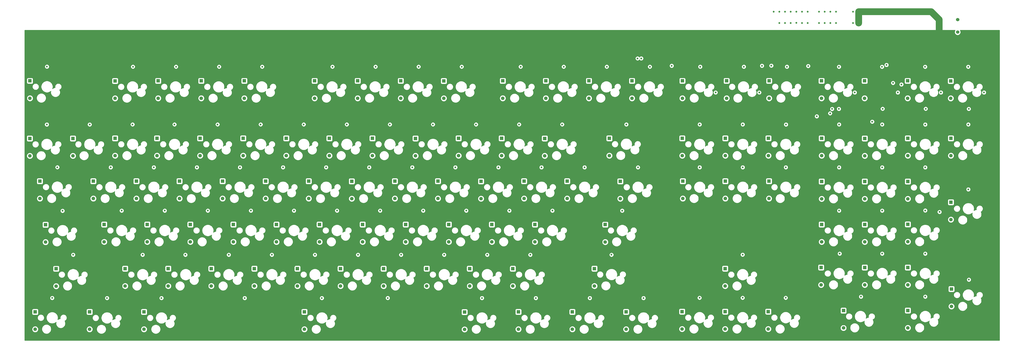
<source format=gbr>
%TF.GenerationSoftware,KiCad,Pcbnew,(5.1.9)-1*%
%TF.CreationDate,2021-08-18T22:50:41+10:00*%
%TF.ProjectId,RedPyKeeb_mainboard,52656450-794b-4656-9562-5f6d61696e62,rev?*%
%TF.SameCoordinates,Original*%
%TF.FileFunction,Copper,L2,Inr*%
%TF.FilePolarity,Positive*%
%FSLAX46Y46*%
G04 Gerber Fmt 4.6, Leading zero omitted, Abs format (unit mm)*
G04 Created by KiCad (PCBNEW (5.1.9)-1) date 2021-08-18 22:50:41*
%MOMM*%
%LPD*%
G01*
G04 APERTURE LIST*
%TA.AperFunction,ComponentPad*%
%ADD10C,0.800000*%
%TD*%
%TA.AperFunction,ComponentPad*%
%ADD11C,1.600000*%
%TD*%
%TA.AperFunction,ComponentPad*%
%ADD12R,1.600000X1.600000*%
%TD*%
%TA.AperFunction,ViaPad*%
%ADD13C,0.800000*%
%TD*%
%TA.AperFunction,ViaPad*%
%ADD14C,1.524000*%
%TD*%
%TA.AperFunction,Conductor*%
%ADD15C,3.048000*%
%TD*%
%TA.AperFunction,Conductor*%
%ADD16C,0.254000*%
%TD*%
%TA.AperFunction,Conductor*%
%ADD17C,0.100000*%
%TD*%
G04 APERTURE END LIST*
D10*
%TO.N,MAIN_VBUS*%
%TO.C,LD0\u002C0*%
X27381200Y-49657000D03*
%TO.N,GNDPWR*%
X26238200Y-46482000D03*
%TD*%
%TO.N,MAIN_VBUS*%
%TO.C,LD3\u002C5\u002C1*%
X180098700Y-153492200D03*
%TO.N,GNDPWR*%
X178955700Y-150317200D03*
%TD*%
%TO.N,MAIN_VBUS*%
%TO.C,LD3\u002C5\u002C0*%
X116001800Y-153504900D03*
%TO.N,GNDPWR*%
X114858800Y-150329900D03*
%TD*%
%TO.N,MAIN_VBUS*%
%TO.C,LD20\u002C7*%
X440474100Y-68618100D03*
%TO.N,GNDPWR*%
X439331100Y-65443100D03*
%TD*%
%TO.N,MAIN_VBUS*%
%TO.C,LD20\u002C0*%
X440220100Y-49707800D03*
%TO.N,GNDPWR*%
X439077100Y-46532800D03*
%TD*%
%TO.N,MAIN_VBUS*%
%TO.C,LD20\u002C1*%
X440283600Y-75603100D03*
%TO.N,GNDPWR*%
X439140600Y-72428100D03*
%TD*%
%TO.N,MAIN_VBUS*%
%TO.C,LD19\u002C6*%
X440537600Y-145262600D03*
%TO.N,GNDPWR*%
X439394600Y-142087600D03*
%TD*%
%TO.N,MAIN_VBUS*%
%TO.C,LD19\u002C3*%
X420979600Y-94869000D03*
%TO.N,GNDPWR*%
X419836600Y-91694000D03*
%TD*%
%TO.N,MAIN_VBUS*%
%TO.C,LD19\u002C4*%
X440283600Y-104749600D03*
%TO.N,GNDPWR*%
X439140600Y-101574600D03*
%TD*%
%TO.N,MAIN_VBUS*%
%TO.C,LD19\u002C1*%
X420979600Y-75615800D03*
%TO.N,GNDPWR*%
X419836600Y-72440800D03*
%TD*%
%TO.N,MAIN_VBUS*%
%TO.C,LD19\u002C0*%
X420903400Y-49707800D03*
%TO.N,GNDPWR*%
X419760400Y-46532800D03*
%TD*%
%TO.N,MAIN_VBUS*%
%TO.C,LD19\u002C7*%
X421170100Y-68567300D03*
%TO.N,GNDPWR*%
X420027100Y-65392300D03*
%TD*%
%TO.N,MAIN_VBUS*%
%TO.C,LD18\u002C0*%
X401599400Y-49707800D03*
%TO.N,GNDPWR*%
X400456400Y-46532800D03*
%TD*%
%TO.N,MAIN_VBUS*%
%TO.C,LD18\u002C3*%
X401675600Y-94869000D03*
%TO.N,GNDPWR*%
X400532600Y-91694000D03*
%TD*%
%TO.N,MAIN_VBUS*%
%TO.C,LD18\u002C4*%
X420979600Y-114211100D03*
%TO.N,GNDPWR*%
X419836600Y-111036100D03*
%TD*%
%TO.N,MAIN_VBUS*%
%TO.C,LD18\u002C5*%
X420979600Y-133578600D03*
%TO.N,GNDPWR*%
X419836600Y-130403600D03*
%TD*%
%TO.N,MAIN_VBUS*%
%TO.C,LD18\u002C7*%
X401866100Y-68567300D03*
%TO.N,GNDPWR*%
X400723100Y-65392300D03*
%TD*%
%TO.N,MAIN_VBUS*%
%TO.C,LD18\u002C1*%
X401675600Y-75603100D03*
%TO.N,GNDPWR*%
X400532600Y-72428100D03*
%TD*%
%TO.N,MAIN_VBUS*%
%TO.C,LD18\u002C6*%
X420979600Y-152882600D03*
%TO.N,GNDPWR*%
X419836600Y-149707600D03*
%TD*%
%TO.N,MAIN_VBUS*%
%TO.C,LD17\u002C4*%
X401675600Y-114274600D03*
%TO.N,GNDPWR*%
X400532600Y-111099600D03*
%TD*%
%TO.N,MAIN_VBUS*%
%TO.C,LD17\u002C3*%
X382371600Y-94869000D03*
%TO.N,GNDPWR*%
X381228600Y-91694000D03*
%TD*%
%TO.N,MAIN_VBUS*%
%TO.C,LD17\u002C6*%
X392150600Y-152882600D03*
%TO.N,GNDPWR*%
X391007600Y-149707600D03*
%TD*%
%TO.N,MAIN_VBUS*%
%TO.C,LD17\u002C5*%
X401675600Y-133578600D03*
%TO.N,GNDPWR*%
X400532600Y-130403600D03*
%TD*%
%TO.N,MAIN_VBUS*%
%TO.C,LD17\u002C1*%
X382371600Y-75603100D03*
%TO.N,GNDPWR*%
X381228600Y-72428100D03*
%TD*%
%TO.N,MAIN_VBUS*%
%TO.C,LD17\u002C0*%
X382295400Y-49707800D03*
%TO.N,GNDPWR*%
X381152400Y-46532800D03*
%TD*%
%TO.N,MAIN_VBUS*%
%TO.C,LD17\u002C7*%
X382244600Y-68618100D03*
%TO.N,GNDPWR*%
X381101600Y-65443100D03*
%TD*%
%TO.N,MAIN_VBUS*%
%TO.C,LD16\u002C5*%
X382625600Y-133578600D03*
%TO.N,GNDPWR*%
X381482600Y-130403600D03*
%TD*%
%TO.N,MAIN_VBUS*%
%TO.C,LD16\u002C3*%
X358495600Y-94843600D03*
%TO.N,GNDPWR*%
X357352600Y-91668600D03*
%TD*%
%TO.N,MAIN_VBUS*%
%TO.C,LD16\u002C1*%
X358573800Y-75628500D03*
%TO.N,GNDPWR*%
X357430800Y-72453500D03*
%TD*%
%TO.N,MAIN_VBUS*%
%TO.C,LD16\u002C6*%
X358432100Y-153390600D03*
%TO.N,GNDPWR*%
X357289100Y-150215600D03*
%TD*%
%TO.N,MAIN_VBUS*%
%TO.C,LD16\u002C0*%
X358990900Y-49695100D03*
%TO.N,GNDPWR*%
X357847900Y-46520100D03*
%TD*%
%TO.N,MAIN_VBUS*%
%TO.C,LD16\u002C4*%
X382371600Y-114274600D03*
%TO.N,GNDPWR*%
X381228600Y-111099600D03*
%TD*%
%TO.N,MAIN_VBUS*%
%TO.C,LD15\u002C0*%
X339686900Y-49695100D03*
%TO.N,GNDPWR*%
X338543900Y-46520100D03*
%TD*%
%TO.N,MAIN_VBUS*%
%TO.C,LD15\u002C5*%
X339128100Y-134035800D03*
%TO.N,GNDPWR*%
X337985100Y-130860800D03*
%TD*%
%TO.N,MAIN_VBUS*%
%TO.C,LD15\u002C6*%
X339128100Y-153390600D03*
%TO.N,GNDPWR*%
X337985100Y-150215600D03*
%TD*%
%TO.N,MAIN_VBUS*%
%TO.C,LD15\u002C3*%
X339191600Y-94843600D03*
%TO.N,GNDPWR*%
X338048600Y-91668600D03*
%TD*%
%TO.N,MAIN_VBUS*%
%TO.C,LD15\u002C1*%
X339191600Y-75603100D03*
%TO.N,GNDPWR*%
X338048600Y-72428100D03*
%TD*%
%TO.N,MAIN_VBUS*%
%TO.C,LD14\u002C1*%
X319887600Y-75603100D03*
%TO.N,GNDPWR*%
X318744600Y-72428100D03*
%TD*%
%TO.N,MAIN_VBUS*%
%TO.C,LD14\u002C3*%
X319887600Y-94843600D03*
%TO.N,GNDPWR*%
X318744600Y-91668600D03*
%TD*%
%TO.N,MAIN_VBUS*%
%TO.C,LD14\u002C0*%
X320128900Y-49695100D03*
%TO.N,GNDPWR*%
X318985900Y-46520100D03*
%TD*%
%TO.N,MAIN_VBUS*%
%TO.C,LD14\u002C6*%
X319824100Y-153390600D03*
%TO.N,GNDPWR*%
X318681100Y-150215600D03*
%TD*%
%TO.N,MAIN_VBUS*%
%TO.C,LD13\u002C1*%
X287032700Y-75603100D03*
%TO.N,GNDPWR*%
X285889700Y-72428100D03*
%TD*%
%TO.N,MAIN_VBUS*%
%TO.C,LD13\u002C2*%
X292227000Y-94869000D03*
%TO.N,GNDPWR*%
X291084000Y-91694000D03*
%TD*%
%TO.N,MAIN_VBUS*%
%TO.C,LD12\u002C0*%
X297558460Y-49695100D03*
%TO.N,GNDPWR*%
X296415460Y-46520100D03*
%TD*%
%TO.N,MAIN_VBUS*%
%TO.C,LD12\u002C1*%
X258267200Y-75603100D03*
%TO.N,GNDPWR*%
X257124200Y-72428100D03*
%TD*%
%TO.N,MAIN_VBUS*%
%TO.C,LD12\u002C3*%
X285165800Y-114300000D03*
%TO.N,GNDPWR*%
X284022800Y-111125000D03*
%TD*%
%TO.N,MAIN_VBUS*%
%TO.C,LD12\u002C2*%
X268300200Y-94843600D03*
%TO.N,GNDPWR*%
X267157200Y-91668600D03*
%TD*%
%TO.N,MAIN_VBUS*%
%TO.C,LD11\u002C4*%
X280365200Y-134086600D03*
%TO.N,GNDPWR*%
X279222200Y-130911600D03*
%TD*%
%TO.N,MAIN_VBUS*%
%TO.C,LD11\u002C2*%
X248996200Y-94843600D03*
%TO.N,GNDPWR*%
X247853200Y-91668600D03*
%TD*%
%TO.N,MAIN_VBUS*%
%TO.C,LD11\u002C5*%
X294716200Y-153517600D03*
%TO.N,GNDPWR*%
X293573200Y-150342600D03*
%TD*%
%TO.N,MAIN_VBUS*%
%TO.C,LD11\u002C0*%
X278254460Y-49695100D03*
%TO.N,GNDPWR*%
X277111460Y-46520100D03*
%TD*%
%TO.N,MAIN_VBUS*%
%TO.C,LD11\u002C3*%
X253885700Y-114274600D03*
%TO.N,GNDPWR*%
X252742700Y-111099600D03*
%TD*%
%TO.N,MAIN_VBUS*%
%TO.C,LD11\u002C1*%
X238963200Y-75603100D03*
%TO.N,GNDPWR*%
X237820200Y-72428100D03*
%TD*%
%TO.N,MAIN_VBUS*%
%TO.C,LD10\u002C3*%
X234581700Y-114274600D03*
%TO.N,GNDPWR*%
X233438700Y-111099600D03*
%TD*%
%TO.N,MAIN_VBUS*%
%TO.C,LD10\u002C4*%
X243979700Y-134086600D03*
%TO.N,GNDPWR*%
X242836700Y-130911600D03*
%TD*%
%TO.N,MAIN_VBUS*%
%TO.C,LD10\u002C2*%
X229692200Y-94843600D03*
%TO.N,GNDPWR*%
X228549200Y-91668600D03*
%TD*%
%TO.N,MAIN_VBUS*%
%TO.C,LD10\u002C1*%
X219659200Y-75603100D03*
%TO.N,GNDPWR*%
X218516200Y-72428100D03*
%TD*%
%TO.N,MAIN_VBUS*%
%TO.C,LD10\u002C5*%
X270649700Y-153517600D03*
%TO.N,GNDPWR*%
X269506700Y-150342600D03*
%TD*%
%TO.N,MAIN_VBUS*%
%TO.C,LD10\u002C0*%
X258950460Y-49695100D03*
%TO.N,GNDPWR*%
X257807460Y-46520100D03*
%TD*%
%TO.N,MAIN_VBUS*%
%TO.C,LD9\u002C2*%
X210388200Y-94843600D03*
%TO.N,GNDPWR*%
X209245200Y-91668600D03*
%TD*%
%TO.N,MAIN_VBUS*%
%TO.C,LD9\u002C5*%
X246456200Y-153517600D03*
%TO.N,GNDPWR*%
X245313200Y-150342600D03*
%TD*%
%TO.N,MAIN_VBUS*%
%TO.C,LD9\u002C3*%
X215277700Y-114274600D03*
%TO.N,GNDPWR*%
X214134700Y-111099600D03*
%TD*%
%TO.N,MAIN_VBUS*%
%TO.C,LD9\u002C4*%
X224675700Y-134086600D03*
%TO.N,GNDPWR*%
X223532700Y-130911600D03*
%TD*%
%TO.N,MAIN_VBUS*%
%TO.C,LD9\u002C1*%
X200355200Y-75603100D03*
%TO.N,GNDPWR*%
X199212200Y-72428100D03*
%TD*%
%TO.N,MAIN_VBUS*%
%TO.C,LD9\u002C0*%
X239646460Y-49695100D03*
%TO.N,GNDPWR*%
X238503460Y-46520100D03*
%TD*%
%TO.N,MAIN_VBUS*%
%TO.C,LD8\u002C5*%
X222326200Y-153517600D03*
%TO.N,GNDPWR*%
X221183200Y-150342600D03*
%TD*%
%TO.N,MAIN_VBUS*%
%TO.C,LD8\u002C1*%
X181051200Y-75603100D03*
%TO.N,GNDPWR*%
X179908200Y-72428100D03*
%TD*%
%TO.N,MAIN_VBUS*%
%TO.C,LD8\u002C2*%
X191084200Y-94843600D03*
%TO.N,GNDPWR*%
X189941200Y-91668600D03*
%TD*%
%TO.N,MAIN_VBUS*%
%TO.C,LD8\u002C0*%
X213230460Y-49695100D03*
%TO.N,GNDPWR*%
X212087460Y-46520100D03*
%TD*%
%TO.N,MAIN_VBUS*%
%TO.C,LD8\u002C4*%
X205371700Y-134086600D03*
%TO.N,GNDPWR*%
X204228700Y-130911600D03*
%TD*%
%TO.N,MAIN_VBUS*%
%TO.C,LD8\u002C3*%
X195973700Y-114274600D03*
%TO.N,GNDPWR*%
X194830700Y-111099600D03*
%TD*%
%TO.N,MAIN_VBUS*%
%TO.C,LD7\u002C2*%
X171780200Y-94843600D03*
%TO.N,GNDPWR*%
X170637200Y-91668600D03*
%TD*%
%TO.N,MAIN_VBUS*%
%TO.C,LD7\u002C1*%
X161747200Y-75603100D03*
%TO.N,GNDPWR*%
X160604200Y-72428100D03*
%TD*%
%TO.N,MAIN_VBUS*%
%TO.C,LD7\u002C3*%
X176669700Y-114274600D03*
%TO.N,GNDPWR*%
X175526700Y-111099600D03*
%TD*%
%TO.N,MAIN_VBUS*%
%TO.C,LD7\u002C4*%
X186067700Y-134086600D03*
%TO.N,GNDPWR*%
X184924700Y-130911600D03*
%TD*%
%TO.N,MAIN_VBUS*%
%TO.C,LD7\u002C0*%
X193926460Y-49695100D03*
%TO.N,GNDPWR*%
X192783460Y-46520100D03*
%TD*%
%TO.N,MAIN_VBUS*%
%TO.C,LD6\u002C1*%
X142443200Y-75603100D03*
%TO.N,GNDPWR*%
X141300200Y-72428100D03*
%TD*%
%TO.N,MAIN_VBUS*%
%TO.C,LD6\u002C3*%
X157365700Y-114274600D03*
%TO.N,GNDPWR*%
X156222700Y-111099600D03*
%TD*%
%TO.N,MAIN_VBUS*%
%TO.C,LD6\u002C4*%
X166763700Y-134086600D03*
%TO.N,GNDPWR*%
X165620700Y-130911600D03*
%TD*%
%TO.N,MAIN_VBUS*%
%TO.C,LD6\u002C0*%
X174622460Y-49695100D03*
%TO.N,GNDPWR*%
X173479460Y-46520100D03*
%TD*%
%TO.N,MAIN_VBUS*%
%TO.C,LD6\u002C2*%
X152476200Y-94843600D03*
%TO.N,GNDPWR*%
X151333200Y-91668600D03*
%TD*%
%TO.N,MAIN_VBUS*%
%TO.C,LD5\u002C1*%
X123139200Y-75603100D03*
%TO.N,GNDPWR*%
X121996200Y-72428100D03*
%TD*%
%TO.N,MAIN_VBUS*%
%TO.C,LD5\u002C2*%
X133172200Y-94843600D03*
%TO.N,GNDPWR*%
X132029200Y-91668600D03*
%TD*%
%TO.N,MAIN_VBUS*%
%TO.C,LD5\u002C4*%
X147459700Y-134086600D03*
%TO.N,GNDPWR*%
X146316700Y-130911600D03*
%TD*%
%TO.N,MAIN_VBUS*%
%TO.C,LD5\u002C0*%
X155318460Y-49695100D03*
%TO.N,GNDPWR*%
X154175460Y-46520100D03*
%TD*%
%TO.N,MAIN_VBUS*%
%TO.C,LD5\u002C3*%
X138061700Y-114274600D03*
%TO.N,GNDPWR*%
X136918700Y-111099600D03*
%TD*%
%TO.N,MAIN_VBUS*%
%TO.C,LD4\u002C3*%
X118757700Y-114274600D03*
%TO.N,GNDPWR*%
X117614700Y-111099600D03*
%TD*%
%TO.N,MAIN_VBUS*%
%TO.C,LD4\u002C4*%
X128155700Y-134086600D03*
%TO.N,GNDPWR*%
X127012700Y-130911600D03*
%TD*%
%TO.N,MAIN_VBUS*%
%TO.C,LD4\u002C0*%
X123822460Y-49695100D03*
%TO.N,GNDPWR*%
X122679460Y-46520100D03*
%TD*%
%TO.N,MAIN_VBUS*%
%TO.C,LD4\u002C2*%
X113868200Y-94843600D03*
%TO.N,GNDPWR*%
X112725200Y-91668600D03*
%TD*%
%TO.N,MAIN_VBUS*%
%TO.C,LD4\u002C1*%
X103835200Y-75603100D03*
%TO.N,GNDPWR*%
X102692200Y-72428100D03*
%TD*%
%TO.N,MAIN_VBUS*%
%TO.C,LD3\u002C0*%
X104518460Y-49695100D03*
%TO.N,GNDPWR*%
X103375460Y-46520100D03*
%TD*%
%TO.N,MAIN_VBUS*%
%TO.C,LD3\u002C1*%
X84531200Y-75603100D03*
%TO.N,GNDPWR*%
X83388200Y-72428100D03*
%TD*%
%TO.N,MAIN_VBUS*%
%TO.C,LD3\u002C2*%
X94564200Y-94843600D03*
%TO.N,GNDPWR*%
X93421200Y-91668600D03*
%TD*%
%TO.N,MAIN_VBUS*%
%TO.C,LD3\u002C4*%
X108851700Y-134086600D03*
%TO.N,GNDPWR*%
X107708700Y-130911600D03*
%TD*%
%TO.N,MAIN_VBUS*%
%TO.C,LD3\u002C5*%
X150571200Y-153517600D03*
%TO.N,GNDPWR*%
X149428200Y-150342600D03*
%TD*%
%TO.N,MAIN_VBUS*%
%TO.C,LD3\u002C3*%
X99453700Y-114274600D03*
%TO.N,GNDPWR*%
X98310700Y-111099600D03*
%TD*%
%TO.N,MAIN_VBUS*%
%TO.C,LD2\u002C3*%
X80149700Y-114274600D03*
%TO.N,GNDPWR*%
X79006700Y-111099600D03*
%TD*%
%TO.N,MAIN_VBUS*%
%TO.C,LD2\u002C5*%
X78689200Y-153517600D03*
%TO.N,GNDPWR*%
X77546200Y-150342600D03*
%TD*%
%TO.N,MAIN_VBUS*%
%TO.C,LD2\u002C4*%
X89407700Y-134086600D03*
%TO.N,GNDPWR*%
X88264700Y-130911600D03*
%TD*%
%TO.N,MAIN_VBUS*%
%TO.C,LD2\u002C0*%
X85214460Y-49695100D03*
%TO.N,GNDPWR*%
X84071460Y-46520100D03*
%TD*%
%TO.N,MAIN_VBUS*%
%TO.C,LD2\u002C1*%
X65735200Y-75603100D03*
%TO.N,GNDPWR*%
X64592200Y-72428100D03*
%TD*%
%TO.N,MAIN_VBUS*%
%TO.C,LD2\u002C2*%
X75260200Y-94843600D03*
%TO.N,GNDPWR*%
X74117200Y-91668600D03*
%TD*%
%TO.N,MAIN_VBUS*%
%TO.C,LD1\u002C0*%
X65910460Y-49695100D03*
%TO.N,GNDPWR*%
X64767460Y-46520100D03*
%TD*%
%TO.N,MAIN_VBUS*%
%TO.C,LD1\u002C4*%
X70243700Y-134086600D03*
%TO.N,GNDPWR*%
X69100700Y-130911600D03*
%TD*%
%TO.N,MAIN_VBUS*%
%TO.C,LD1\u002C1*%
X46532800Y-75615800D03*
%TO.N,GNDPWR*%
X45389800Y-72440800D03*
%TD*%
%TO.N,MAIN_VBUS*%
%TO.C,LD1\u002C3*%
X60845700Y-114274600D03*
%TO.N,GNDPWR*%
X59702700Y-111099600D03*
%TD*%
%TO.N,MAIN_VBUS*%
%TO.C,LD1\u002C5*%
X54305200Y-153517600D03*
%TO.N,GNDPWR*%
X53162200Y-150342600D03*
%TD*%
%TO.N,MAIN_VBUS*%
%TO.C,LD1\u002C2*%
X55956200Y-94843600D03*
%TO.N,GNDPWR*%
X54813200Y-91668600D03*
%TD*%
%TO.N,MAIN_VBUS*%
%TO.C,LD0\u002C2*%
X32029400Y-94818200D03*
%TO.N,GNDPWR*%
X30886400Y-91643200D03*
%TD*%
%TO.N,MAIN_VBUS*%
%TO.C,LD0\u002C1*%
X27317700Y-75615800D03*
%TO.N,GNDPWR*%
X26174700Y-72440800D03*
%TD*%
%TO.N,MAIN_VBUS*%
%TO.C,LD0\u002C5*%
X29730700Y-153466800D03*
%TO.N,GNDPWR*%
X28587700Y-150291800D03*
%TD*%
%TO.N,MAIN_VBUS*%
%TO.C,LD0\u002C3*%
X34366200Y-114350800D03*
%TO.N,GNDPWR*%
X33223200Y-111175800D03*
%TD*%
%TO.N,MAIN_VBUS*%
%TO.C,LD0\u002C4*%
X39128700Y-134086600D03*
%TO.N,GNDPWR*%
X37985700Y-130911600D03*
%TD*%
D11*
%TO.N,Net-(D0\u002C3-Pad2)*%
%TO.C,D0\u002C3*%
X25603200Y-125235800D03*
D12*
%TO.N,KEY_ROW3*%
X25603200Y-117435800D03*
%TD*%
D11*
%TO.N,Net-(D0\u002C5-Pad2)*%
%TO.C,D0\u002C5*%
X20967700Y-164351800D03*
D12*
%TO.N,KEY_ROW5*%
X20967700Y-156551800D03*
%TD*%
D11*
%TO.N,Net-(D0\u002C4-Pad2)*%
%TO.C,D0\u002C4*%
X30365700Y-144984300D03*
D12*
%TO.N,KEY_ROW4*%
X30365700Y-137184300D03*
%TD*%
D11*
%TO.N,Net-(D0\u002C0-Pad2)*%
%TO.C,D0\u002C0*%
X18618200Y-60656300D03*
D12*
%TO.N,KEY_ROW0*%
X18618200Y-52856300D03*
%TD*%
D11*
%TO.N,Net-(D0\u002C2-Pad2)*%
%TO.C,D0\u002C2*%
X23063200Y-105677800D03*
D12*
%TO.N,KEY_ROW2*%
X23063200Y-97877800D03*
%TD*%
D11*
%TO.N,Net-(D0\u002C1-Pad2)*%
%TO.C,D0\u002C1*%
X18554700Y-86500800D03*
D12*
%TO.N,KEY_ROW1*%
X18554700Y-78700800D03*
%TD*%
D11*
%TO.N,Net-(D1\u002C3-Pad2)*%
%TO.C,D1\u002C3*%
X51892200Y-125108800D03*
D12*
%TO.N,KEY_ROW3*%
X51892200Y-117308800D03*
%TD*%
D11*
%TO.N,Net-(D1\u002C0-Pad2)*%
%TO.C,D1\u002C0*%
X56766460Y-60707100D03*
D12*
%TO.N,KEY_ROW0*%
X56766460Y-52907100D03*
%TD*%
D11*
%TO.N,Net-(D1\u002C4-Pad2)*%
%TO.C,D1\u002C4*%
X61290200Y-144920800D03*
D12*
%TO.N,KEY_ROW4*%
X61290200Y-137120800D03*
%TD*%
D11*
%TO.N,Net-(D1\u002C5-Pad2)*%
%TO.C,D1\u002C5*%
X45351700Y-164351800D03*
D12*
%TO.N,KEY_ROW5*%
X45351700Y-156551800D03*
%TD*%
D11*
%TO.N,Net-(D1\u002C1-Pad2)*%
%TO.C,D1\u002C1*%
X37858700Y-86500800D03*
D12*
%TO.N,KEY_ROW1*%
X37858700Y-78700800D03*
%TD*%
D11*
%TO.N,Net-(D1\u002C2-Pad2)*%
%TO.C,D1\u002C2*%
X47002700Y-105677800D03*
D12*
%TO.N,KEY_ROW2*%
X47002700Y-97877800D03*
%TD*%
D11*
%TO.N,Net-(D2\u002C4-Pad2)*%
%TO.C,D2\u002C4*%
X80594200Y-144920800D03*
D12*
%TO.N,KEY_ROW4*%
X80594200Y-137120800D03*
%TD*%
D11*
%TO.N,Net-(D2\u002C5-Pad2)*%
%TO.C,D2\u002C5*%
X69735700Y-164351800D03*
D12*
%TO.N,KEY_ROW5*%
X69735700Y-156551800D03*
%TD*%
D11*
%TO.N,Net-(D2\u002C0-Pad2)*%
%TO.C,D2\u002C0*%
X76070460Y-60656300D03*
D12*
%TO.N,KEY_ROW0*%
X76070460Y-52856300D03*
%TD*%
D11*
%TO.N,Net-(D2\u002C2-Pad2)*%
%TO.C,D2\u002C2*%
X66306700Y-105677800D03*
D12*
%TO.N,KEY_ROW2*%
X66306700Y-97877800D03*
%TD*%
D11*
%TO.N,Net-(D2\u002C1-Pad2)*%
%TO.C,D2\u002C1*%
X56781700Y-86437300D03*
D12*
%TO.N,KEY_ROW1*%
X56781700Y-78637300D03*
%TD*%
D11*
%TO.N,Net-(D2\u002C3-Pad2)*%
%TO.C,D2\u002C3*%
X71196200Y-125108800D03*
D12*
%TO.N,KEY_ROW3*%
X71196200Y-117308800D03*
%TD*%
D11*
%TO.N,Net-(D3\u002C0-Pad2)*%
%TO.C,D3\u002C0*%
X95374460Y-60656300D03*
D12*
%TO.N,KEY_ROW0*%
X95374460Y-52856300D03*
%TD*%
D11*
%TO.N,Net-(D3\u002C1-Pad2)*%
%TO.C,D3\u002C1*%
X75577700Y-86437300D03*
D12*
%TO.N,KEY_ROW1*%
X75577700Y-78637300D03*
%TD*%
D11*
%TO.N,Net-(D3\u002C4-Pad2)*%
%TO.C,D3\u002C4*%
X99898200Y-144920800D03*
D12*
%TO.N,KEY_ROW4*%
X99898200Y-137120800D03*
%TD*%
D11*
%TO.N,Net-(D3\u002C2-Pad2)*%
%TO.C,D3\u002C2*%
X85610700Y-105677800D03*
D12*
%TO.N,KEY_ROW2*%
X85610700Y-97877800D03*
%TD*%
D11*
%TO.N,Net-(D3\u002C5-Pad2)*%
%TO.C,D3\u002C5*%
X141617700Y-164351800D03*
D12*
%TO.N,KEY_ROW5*%
X141617700Y-156551800D03*
%TD*%
D11*
%TO.N,Net-(D3\u002C3-Pad2)*%
%TO.C,D3\u002C3*%
X90500200Y-125108800D03*
D12*
%TO.N,KEY_ROW3*%
X90500200Y-117308800D03*
%TD*%
D11*
%TO.N,Net-(D4\u002C4-Pad2)*%
%TO.C,D4\u002C4*%
X119202200Y-144920800D03*
D12*
%TO.N,KEY_ROW4*%
X119202200Y-137120800D03*
%TD*%
D11*
%TO.N,Net-(D4\u002C3-Pad2)*%
%TO.C,D4\u002C3*%
X109804200Y-125108800D03*
D12*
%TO.N,KEY_ROW3*%
X109804200Y-117308800D03*
%TD*%
D11*
%TO.N,Net-(D4\u002C1-Pad2)*%
%TO.C,D4\u002C1*%
X94881700Y-86437300D03*
D12*
%TO.N,KEY_ROW1*%
X94881700Y-78637300D03*
%TD*%
D11*
%TO.N,Net-(D4\u002C0-Pad2)*%
%TO.C,D4\u002C0*%
X114678460Y-60656300D03*
D12*
%TO.N,KEY_ROW0*%
X114678460Y-52856300D03*
%TD*%
D11*
%TO.N,Net-(D4\u002C2-Pad2)*%
%TO.C,D4\u002C2*%
X104914700Y-105677800D03*
D12*
%TO.N,KEY_ROW2*%
X104914700Y-97877800D03*
%TD*%
D11*
%TO.N,Net-(D5\u002C0-Pad2)*%
%TO.C,D5\u002C0*%
X146174460Y-60656300D03*
D12*
%TO.N,KEY_ROW0*%
X146174460Y-52856300D03*
%TD*%
D11*
%TO.N,Net-(D5\u002C2-Pad2)*%
%TO.C,D5\u002C2*%
X124218700Y-105677800D03*
D12*
%TO.N,KEY_ROW2*%
X124218700Y-97877800D03*
%TD*%
D11*
%TO.N,Net-(D5\u002C1-Pad2)*%
%TO.C,D5\u002C1*%
X114185700Y-86437300D03*
D12*
%TO.N,KEY_ROW1*%
X114185700Y-78637300D03*
%TD*%
D11*
%TO.N,Net-(D5\u002C3-Pad2)*%
%TO.C,D5\u002C3*%
X129108200Y-125159600D03*
D12*
%TO.N,KEY_ROW3*%
X129108200Y-117359600D03*
%TD*%
D11*
%TO.N,Net-(D5\u002C4-Pad2)*%
%TO.C,D5\u002C4*%
X138506200Y-144971600D03*
D12*
%TO.N,KEY_ROW4*%
X138506200Y-137171600D03*
%TD*%
D11*
%TO.N,Net-(D6\u002C0-Pad2)*%
%TO.C,D6\u002C0*%
X165478460Y-60656300D03*
D12*
%TO.N,KEY_ROW0*%
X165478460Y-52856300D03*
%TD*%
D11*
%TO.N,Net-(D6\u002C3-Pad2)*%
%TO.C,D6\u002C3*%
X148412200Y-125108800D03*
D12*
%TO.N,KEY_ROW3*%
X148412200Y-117308800D03*
%TD*%
D11*
%TO.N,Net-(D6\u002C4-Pad2)*%
%TO.C,D6\u002C4*%
X157810200Y-144920800D03*
D12*
%TO.N,KEY_ROW4*%
X157810200Y-137120800D03*
%TD*%
D11*
%TO.N,Net-(D6\u002C1-Pad2)*%
%TO.C,D6\u002C1*%
X133489700Y-86437300D03*
D12*
%TO.N,KEY_ROW1*%
X133489700Y-78637300D03*
%TD*%
D11*
%TO.N,Net-(D6\u002C2-Pad2)*%
%TO.C,D6\u002C2*%
X143522700Y-105677800D03*
D12*
%TO.N,KEY_ROW2*%
X143522700Y-97877800D03*
%TD*%
D11*
%TO.N,Net-(D7\u002C4-Pad2)*%
%TO.C,D7\u002C4*%
X177114200Y-144971600D03*
D12*
%TO.N,KEY_ROW4*%
X177114200Y-137171600D03*
%TD*%
D11*
%TO.N,Net-(D7\u002C2-Pad2)*%
%TO.C,D7\u002C2*%
X162826700Y-105728600D03*
D12*
%TO.N,KEY_ROW2*%
X162826700Y-97928600D03*
%TD*%
D11*
%TO.N,Net-(D7\u002C1-Pad2)*%
%TO.C,D7\u002C1*%
X152793700Y-86437300D03*
D12*
%TO.N,KEY_ROW1*%
X152793700Y-78637300D03*
%TD*%
D11*
%TO.N,Net-(D7\u002C0-Pad2)*%
%TO.C,D7\u002C0*%
X184782460Y-60656300D03*
D12*
%TO.N,KEY_ROW0*%
X184782460Y-52856300D03*
%TD*%
D11*
%TO.N,Net-(D7\u002C3-Pad2)*%
%TO.C,D7\u002C3*%
X167716200Y-125108800D03*
D12*
%TO.N,KEY_ROW3*%
X167716200Y-117308800D03*
%TD*%
D11*
%TO.N,Net-(D8\u002C0-Pad2)*%
%TO.C,D8\u002C0*%
X204086460Y-60707100D03*
D12*
%TO.N,KEY_ROW0*%
X204086460Y-52907100D03*
%TD*%
D11*
%TO.N,Net-(D8\u002C3-Pad2)*%
%TO.C,D8\u002C3*%
X187020200Y-125108800D03*
D12*
%TO.N,KEY_ROW3*%
X187020200Y-117308800D03*
%TD*%
D11*
%TO.N,Net-(D8\u002C1-Pad2)*%
%TO.C,D8\u002C1*%
X172097700Y-86437300D03*
D12*
%TO.N,KEY_ROW1*%
X172097700Y-78637300D03*
%TD*%
D11*
%TO.N,Net-(D8\u002C2-Pad2)*%
%TO.C,D8\u002C2*%
X182130700Y-105677800D03*
D12*
%TO.N,KEY_ROW2*%
X182130700Y-97877800D03*
%TD*%
D11*
%TO.N,Net-(D8\u002C5-Pad2)*%
%TO.C,D8\u002C5*%
X213372700Y-164415300D03*
D12*
%TO.N,KEY_ROW5*%
X213372700Y-156615300D03*
%TD*%
D11*
%TO.N,Net-(D8\u002C4-Pad2)*%
%TO.C,D8\u002C4*%
X196418200Y-144920800D03*
D12*
%TO.N,KEY_ROW4*%
X196418200Y-137120800D03*
%TD*%
D11*
%TO.N,Net-(D9\u002C2-Pad2)*%
%TO.C,D9\u002C2*%
X201434700Y-105677800D03*
D12*
%TO.N,KEY_ROW2*%
X201434700Y-97877800D03*
%TD*%
D11*
%TO.N,Net-(D9\u002C1-Pad2)*%
%TO.C,D9\u002C1*%
X191401700Y-86488100D03*
D12*
%TO.N,KEY_ROW1*%
X191401700Y-78688100D03*
%TD*%
D11*
%TO.N,Net-(D9\u002C3-Pad2)*%
%TO.C,D9\u002C3*%
X206324200Y-125108800D03*
D12*
%TO.N,KEY_ROW3*%
X206324200Y-117308800D03*
%TD*%
D11*
%TO.N,Net-(D9\u002C4-Pad2)*%
%TO.C,D9\u002C4*%
X215722200Y-144920800D03*
D12*
%TO.N,KEY_ROW4*%
X215722200Y-137120800D03*
%TD*%
D11*
%TO.N,Net-(D9\u002C5-Pad2)*%
%TO.C,D9\u002C5*%
X237502700Y-164351800D03*
D12*
%TO.N,KEY_ROW5*%
X237502700Y-156551800D03*
%TD*%
D11*
%TO.N,Net-(D9\u002C0-Pad2)*%
%TO.C,D9\u002C0*%
X230502460Y-60656300D03*
D12*
%TO.N,KEY_ROW0*%
X230502460Y-52856300D03*
%TD*%
D11*
%TO.N,Net-(D10\u002C4-Pad2)*%
%TO.C,D10\u002C4*%
X235026200Y-144971600D03*
D12*
%TO.N,KEY_ROW4*%
X235026200Y-137171600D03*
%TD*%
D11*
%TO.N,Net-(D10\u002C5-Pad2)*%
%TO.C,D10\u002C5*%
X261696200Y-164351800D03*
D12*
%TO.N,KEY_ROW5*%
X261696200Y-156551800D03*
%TD*%
D11*
%TO.N,Net-(D10\u002C1-Pad2)*%
%TO.C,D10\u002C1*%
X210705700Y-86437300D03*
D12*
%TO.N,KEY_ROW1*%
X210705700Y-78637300D03*
%TD*%
D11*
%TO.N,Net-(D10\u002C0-Pad2)*%
%TO.C,D10\u002C0*%
X249806460Y-60656300D03*
D12*
%TO.N,KEY_ROW0*%
X249806460Y-52856300D03*
%TD*%
D11*
%TO.N,Net-(D10\u002C2-Pad2)*%
%TO.C,D10\u002C2*%
X220738700Y-105728600D03*
D12*
%TO.N,KEY_ROW2*%
X220738700Y-97928600D03*
%TD*%
D11*
%TO.N,Net-(D10\u002C3-Pad2)*%
%TO.C,D10\u002C3*%
X225628200Y-125108800D03*
D12*
%TO.N,KEY_ROW3*%
X225628200Y-117308800D03*
%TD*%
D11*
%TO.N,Net-(D11\u002C0-Pad2)*%
%TO.C,D11\u002C0*%
X269110460Y-60656300D03*
D12*
%TO.N,KEY_ROW0*%
X269110460Y-52856300D03*
%TD*%
D11*
%TO.N,Net-(D11\u002C1-Pad2)*%
%TO.C,D11\u002C1*%
X230009700Y-86437300D03*
D12*
%TO.N,KEY_ROW1*%
X230009700Y-78637300D03*
%TD*%
D11*
%TO.N,Net-(D11\u002C3-Pad2)*%
%TO.C,D11\u002C3*%
X244932200Y-125108800D03*
D12*
%TO.N,KEY_ROW3*%
X244932200Y-117308800D03*
%TD*%
D11*
%TO.N,Net-(D11\u002C2-Pad2)*%
%TO.C,D11\u002C2*%
X240042700Y-105677800D03*
D12*
%TO.N,KEY_ROW2*%
X240042700Y-97877800D03*
%TD*%
D11*
%TO.N,Net-(D11\u002C4-Pad2)*%
%TO.C,D11\u002C4*%
X271602200Y-144920800D03*
D12*
%TO.N,KEY_ROW4*%
X271602200Y-137120800D03*
%TD*%
D11*
%TO.N,Net-(D11\u002C5-Pad2)*%
%TO.C,D11\u002C5*%
X285762700Y-164351800D03*
D12*
%TO.N,KEY_ROW5*%
X285762700Y-156551800D03*
%TD*%
D11*
%TO.N,Net-(D12\u002C3-Pad2)*%
%TO.C,D12\u002C3*%
X276428200Y-125172300D03*
D12*
%TO.N,KEY_ROW3*%
X276428200Y-117372300D03*
%TD*%
D11*
%TO.N,Net-(D12\u002C2-Pad2)*%
%TO.C,D12\u002C2*%
X259346700Y-105677800D03*
D12*
%TO.N,KEY_ROW2*%
X259346700Y-97877800D03*
%TD*%
D11*
%TO.N,Net-(D12\u002C1-Pad2)*%
%TO.C,D12\u002C1*%
X249313700Y-86488100D03*
D12*
%TO.N,KEY_ROW1*%
X249313700Y-78688100D03*
%TD*%
D11*
%TO.N,Net-(D12\u002C0-Pad2)*%
%TO.C,D12\u002C0*%
X288414460Y-60656300D03*
D12*
%TO.N,KEY_ROW0*%
X288414460Y-52856300D03*
%TD*%
D11*
%TO.N,Net-(D13\u002C2-Pad2)*%
%TO.C,D13\u002C2*%
X283159200Y-105741300D03*
D12*
%TO.N,KEY_ROW2*%
X283159200Y-97941300D03*
%TD*%
D11*
%TO.N,Net-(D13\u002C1-Pad2)*%
%TO.C,D13\u002C1*%
X278269700Y-86437300D03*
D12*
%TO.N,KEY_ROW1*%
X278269700Y-78637300D03*
%TD*%
D11*
%TO.N,Net-(D14\u002C1-Pad2)*%
%TO.C,D14\u002C1*%
X310934100Y-86437300D03*
D12*
%TO.N,KEY_ROW1*%
X310934100Y-78637300D03*
%TD*%
D11*
%TO.N,Net-(D14\u002C3-Pad2)*%
%TO.C,D14\u002C3*%
X311188100Y-105677800D03*
D12*
%TO.N,KEY_ROW3*%
X311188100Y-97877800D03*
%TD*%
D11*
%TO.N,Net-(D14\u002C0-Pad2)*%
%TO.C,D14\u002C0*%
X310984900Y-60656300D03*
D12*
%TO.N,KEY_ROW0*%
X310984900Y-52856300D03*
%TD*%
D11*
%TO.N,Net-(D14\u002C6-Pad2)*%
%TO.C,D14\u002C6*%
X310870600Y-164224800D03*
D12*
%TO.N,KEY_ROW6*%
X310870600Y-156424800D03*
%TD*%
D11*
%TO.N,Net-(D15\u002C0-Pad2)*%
%TO.C,D15\u002C0*%
X330796900Y-60656300D03*
D12*
%TO.N,KEY_ROW0*%
X330796900Y-52856300D03*
%TD*%
D11*
%TO.N,Net-(D15\u002C1-Pad2)*%
%TO.C,D15\u002C1*%
X330238100Y-86437300D03*
D12*
%TO.N,KEY_ROW1*%
X330238100Y-78637300D03*
%TD*%
D11*
%TO.N,Net-(D15\u002C3-Pad2)*%
%TO.C,D15\u002C3*%
X330238100Y-105677800D03*
D12*
%TO.N,KEY_ROW3*%
X330238100Y-97877800D03*
%TD*%
D11*
%TO.N,Net-(D15\u002C5-Pad2)*%
%TO.C,D15\u002C5*%
X330174600Y-144920800D03*
D12*
%TO.N,KEY_ROW5*%
X330174600Y-137120800D03*
%TD*%
D11*
%TO.N,Net-(D15\u002C6-Pad2)*%
%TO.C,D15\u002C6*%
X330174600Y-164224800D03*
D12*
%TO.N,KEY_ROW6*%
X330174600Y-156424800D03*
%TD*%
D11*
%TO.N,Net-(D16\u002C6-Pad2)*%
%TO.C,D16\u002C6*%
X349478600Y-164224800D03*
D12*
%TO.N,KEY_ROW6*%
X349478600Y-156424800D03*
%TD*%
D11*
%TO.N,Net-(D16\u002C0-Pad2)*%
%TO.C,D16\u002C0*%
X349846900Y-60656300D03*
D12*
%TO.N,KEY_ROW0*%
X349846900Y-52856300D03*
%TD*%
D11*
%TO.N,Net-(D16\u002C1-Pad2)*%
%TO.C,D16\u002C1*%
X349542100Y-86437300D03*
D12*
%TO.N,KEY_ROW1*%
X349542100Y-78637300D03*
%TD*%
D11*
%TO.N,Net-(D16\u002C5-Pad2)*%
%TO.C,D16\u002C5*%
X373164100Y-144412800D03*
D12*
%TO.N,KEY_ROW5*%
X373164100Y-136612800D03*
%TD*%
D11*
%TO.N,Net-(D16\u002C3-Pad2)*%
%TO.C,D16\u002C3*%
X349796100Y-105677800D03*
D12*
%TO.N,KEY_ROW3*%
X349796100Y-97877800D03*
%TD*%
D11*
%TO.N,Net-(D16\u002C4-Pad2)*%
%TO.C,D16\u002C4*%
X373418100Y-125108800D03*
D12*
%TO.N,KEY_ROW4*%
X373418100Y-117308800D03*
%TD*%
D11*
%TO.N,Net-(D17\u002C3-Pad2)*%
%TO.C,D17\u002C3*%
X373418100Y-105804800D03*
D12*
%TO.N,KEY_ROW3*%
X373418100Y-98004800D03*
%TD*%
D11*
%TO.N,Net-(D17\u002C1-Pad2)*%
%TO.C,D17\u002C1*%
X373418100Y-86437300D03*
D12*
%TO.N,KEY_ROW1*%
X373418100Y-78637300D03*
%TD*%
D11*
%TO.N,Net-(D17\u002C6-Pad2)*%
%TO.C,D17\u002C6*%
X383197100Y-163767600D03*
D12*
%TO.N,KEY_ROW6*%
X383197100Y-155967600D03*
%TD*%
D11*
%TO.N,Net-(D17\u002C4-Pad2)*%
%TO.C,D17\u002C4*%
X392722100Y-125108800D03*
D12*
%TO.N,KEY_ROW4*%
X392722100Y-117308800D03*
%TD*%
D11*
%TO.N,Net-(D17\u002C0-Pad2)*%
%TO.C,D17\u002C0*%
X373354600Y-60656300D03*
D12*
%TO.N,KEY_ROW0*%
X373354600Y-52856300D03*
%TD*%
D11*
%TO.N,Net-(D17\u002C5-Pad2)*%
%TO.C,D17\u002C5*%
X392722100Y-144412800D03*
D12*
%TO.N,KEY_ROW5*%
X392722100Y-136612800D03*
%TD*%
D11*
%TO.N,Net-(D18\u002C1-Pad2)*%
%TO.C,D18\u002C1*%
X392722100Y-86488100D03*
D12*
%TO.N,KEY_ROW1*%
X392722100Y-78688100D03*
%TD*%
D11*
%TO.N,Net-(D18\u002C6-Pad2)*%
%TO.C,D18\u002C6*%
X412026100Y-163716800D03*
D12*
%TO.N,KEY_ROW6*%
X412026100Y-155916800D03*
%TD*%
D11*
%TO.N,Net-(D18\u002C3-Pad2)*%
%TO.C,D18\u002C3*%
X392722100Y-105804800D03*
D12*
%TO.N,KEY_ROW3*%
X392722100Y-98004800D03*
%TD*%
D11*
%TO.N,Net-(D18\u002C0-Pad2)*%
%TO.C,D18\u002C0*%
X392658600Y-60656300D03*
D12*
%TO.N,KEY_ROW0*%
X392658600Y-52856300D03*
%TD*%
D11*
%TO.N,Net-(D18\u002C5-Pad2)*%
%TO.C,D18\u002C5*%
X412026100Y-144412800D03*
D12*
%TO.N,KEY_ROW5*%
X412026100Y-136612800D03*
%TD*%
D11*
%TO.N,Net-(D18\u002C4-Pad2)*%
%TO.C,D18\u002C4*%
X412026100Y-125045300D03*
D12*
%TO.N,KEY_ROW4*%
X412026100Y-117245300D03*
%TD*%
D11*
%TO.N,Net-(D19\u002C4-Pad2)*%
%TO.C,D19\u002C4*%
X431330100Y-115126600D03*
D12*
%TO.N,KEY_ROW4*%
X431330100Y-107326600D03*
%TD*%
D11*
%TO.N,Net-(D19\u002C0-Pad2)*%
%TO.C,D19\u002C0*%
X411962600Y-60656300D03*
D12*
%TO.N,KEY_ROW0*%
X411962600Y-52856300D03*
%TD*%
D11*
%TO.N,Net-(D19\u002C3-Pad2)*%
%TO.C,D19\u002C3*%
X412026100Y-105804800D03*
D12*
%TO.N,KEY_ROW3*%
X412026100Y-98004800D03*
%TD*%
D11*
%TO.N,Net-(D19\u002C1-Pad2)*%
%TO.C,D19\u002C1*%
X412026100Y-86437300D03*
D12*
%TO.N,KEY_ROW1*%
X412026100Y-78637300D03*
%TD*%
D11*
%TO.N,Net-(D19\u002C6-Pad2)*%
%TO.C,D19\u002C6*%
X431584100Y-154064800D03*
D12*
%TO.N,KEY_ROW6*%
X431584100Y-146264800D03*
%TD*%
D11*
%TO.N,Net-(D20\u002C1-Pad2)*%
%TO.C,D20\u002C1*%
X431330100Y-86437300D03*
D12*
%TO.N,KEY_ROW1*%
X431330100Y-78637300D03*
%TD*%
D11*
%TO.N,Net-(D20\u002C0-Pad2)*%
%TO.C,D20\u002C0*%
X431266600Y-60707100D03*
D12*
%TO.N,KEY_ROW0*%
X431266600Y-52907100D03*
%TD*%
D13*
%TO.N,KEY_ROW6*%
X409130500Y-54483000D03*
X402463000Y-45720000D03*
X405384000Y-53784500D03*
D14*
%TO.N,GNDPWR*%
X434340000Y-25400000D03*
D13*
X387477000Y-21844000D03*
X387477000Y-26924000D03*
D14*
X434340000Y-30988000D03*
D13*
%TO.N,KEY_COL6*%
X359537000Y-21844000D03*
%TO.N,KEY_COL5*%
X359537000Y-26924000D03*
%TO.N,KEY_COL4*%
X356997000Y-21844000D03*
%TO.N,KEY_COL3*%
X356997000Y-26924000D03*
%TO.N,KEY_COL2*%
X354457000Y-21844000D03*
%TO.N,KEY_COL1*%
X354457000Y-26924000D03*
%TO.N,KEY_COL0*%
X351917000Y-21844000D03*
%TO.N,KEY_COL7*%
X362077000Y-26797000D03*
%TO.N,KEY_COL8*%
X362077000Y-21844000D03*
%TO.N,KEY_COL9*%
X364617000Y-26924000D03*
%TO.N,KEY_COL10*%
X364617000Y-21844000D03*
%TO.N,KEY_COL11*%
X367157000Y-26924000D03*
%TO.N,KEY_COL12*%
X367157000Y-21844000D03*
%TO.N,KEY_COL13*%
X372237000Y-26924000D03*
%TO.N,KEY_COL19*%
X379857000Y-26924000D03*
X426858100Y-58077100D03*
%TO.N,KEY_COL18*%
X377317000Y-21844000D03*
X407554100Y-58077100D03*
%TO.N,KEY_COL17*%
X377317000Y-26924000D03*
X388250100Y-58077100D03*
%TO.N,KEY_COL16*%
X374777000Y-21844000D03*
%TO.N,KEY_COL15*%
X374777000Y-26924000D03*
X345438400Y-58077100D03*
%TO.N,KEY_COL14*%
X372237000Y-21844000D03*
X325880400Y-58077100D03*
D14*
%TO.N,MAIN_VBUS*%
X426085000Y-25400000D03*
D13*
X390017000Y-26924000D03*
X390017000Y-21844000D03*
D14*
X426085000Y-31115000D03*
D13*
%TO.N,KEY_ROW5*%
X396049500Y-71183500D03*
X371221000Y-68770500D03*
X367379250Y-46196250D03*
%TO.N,KEY_ROW4*%
X350837500Y-46037500D03*
%TO.N,KEY_ROW3*%
X346646500Y-46101000D03*
%TO.N,KEY_ROW2*%
X306197000Y-46101000D03*
%TO.N,KEY_ROW1*%
X292544500Y-42799000D03*
%TO.N,KEY_ROW0*%
X426224700Y-111696500D03*
X290893500Y-42799000D03*
%TO.N,KEY_COL20*%
X379857000Y-21844000D03*
X446162100Y-58077100D03*
%TO.N,LED_SCL_STATUS0*%
X377190000Y-67437000D03*
X378091700Y-65468500D03*
%TD*%
D15*
%TO.N,MAIN_VBUS*%
X390017000Y-21844000D02*
X390017000Y-26924000D01*
X422529000Y-21844000D02*
X426085000Y-25400000D01*
X390017000Y-21844000D02*
X422529000Y-21844000D01*
X426085000Y-25400000D02*
X426085000Y-31115000D01*
X426085000Y-31115000D02*
X426085000Y-31115000D01*
%TD*%
D16*
%TO.N,MAIN_VBUS*%
X433101995Y-30326273D02*
X432996686Y-30580510D01*
X432943000Y-30850408D01*
X432943000Y-31125592D01*
X432996686Y-31395490D01*
X433101995Y-31649727D01*
X433254880Y-31878535D01*
X433449465Y-32073120D01*
X433678273Y-32226005D01*
X433932510Y-32331314D01*
X434202408Y-32385000D01*
X434477592Y-32385000D01*
X434747490Y-32331314D01*
X435001727Y-32226005D01*
X435230535Y-32073120D01*
X435425120Y-31878535D01*
X435578005Y-31649727D01*
X435683314Y-31395490D01*
X435737000Y-31125592D01*
X435737000Y-30850408D01*
X435683314Y-30580510D01*
X435578005Y-30326273D01*
X435468575Y-30162500D01*
X453072500Y-30162500D01*
X453072500Y-169291018D01*
X16256000Y-169354482D01*
X16256000Y-164210465D01*
X19532700Y-164210465D01*
X19532700Y-164493135D01*
X19587847Y-164770374D01*
X19696020Y-165031527D01*
X19853063Y-165266559D01*
X20052941Y-165466437D01*
X20287973Y-165623480D01*
X20549126Y-165731653D01*
X20826365Y-165786800D01*
X21109035Y-165786800D01*
X21386274Y-165731653D01*
X21647427Y-165623480D01*
X21882459Y-165466437D01*
X22082337Y-165266559D01*
X22239380Y-165031527D01*
X22347553Y-164770374D01*
X22402700Y-164493135D01*
X22402700Y-164210465D01*
X22371084Y-164051521D01*
X23912700Y-164051521D01*
X23912700Y-164472079D01*
X23994747Y-164884556D01*
X24155688Y-165273102D01*
X24389337Y-165622783D01*
X24686717Y-165920163D01*
X25036398Y-166153812D01*
X25424944Y-166314753D01*
X25837421Y-166396800D01*
X26257979Y-166396800D01*
X26670456Y-166314753D01*
X27059002Y-166153812D01*
X27408683Y-165920163D01*
X27706063Y-165622783D01*
X27939712Y-165273102D01*
X28100653Y-164884556D01*
X28182700Y-164472079D01*
X28182700Y-164210465D01*
X43916700Y-164210465D01*
X43916700Y-164493135D01*
X43971847Y-164770374D01*
X44080020Y-165031527D01*
X44237063Y-165266559D01*
X44436941Y-165466437D01*
X44671973Y-165623480D01*
X44933126Y-165731653D01*
X45210365Y-165786800D01*
X45493035Y-165786800D01*
X45770274Y-165731653D01*
X46031427Y-165623480D01*
X46266459Y-165466437D01*
X46466337Y-165266559D01*
X46623380Y-165031527D01*
X46731553Y-164770374D01*
X46786700Y-164493135D01*
X46786700Y-164210465D01*
X46765189Y-164102321D01*
X48487200Y-164102321D01*
X48487200Y-164522879D01*
X48569247Y-164935356D01*
X48730188Y-165323902D01*
X48963837Y-165673583D01*
X49261217Y-165970963D01*
X49610898Y-166204612D01*
X49999444Y-166365553D01*
X50411921Y-166447600D01*
X50832479Y-166447600D01*
X51244956Y-166365553D01*
X51633502Y-166204612D01*
X51983183Y-165970963D01*
X52280563Y-165673583D01*
X52514212Y-165323902D01*
X52675153Y-164935356D01*
X52757200Y-164522879D01*
X52757200Y-164210465D01*
X68300700Y-164210465D01*
X68300700Y-164493135D01*
X68355847Y-164770374D01*
X68464020Y-165031527D01*
X68621063Y-165266559D01*
X68820941Y-165466437D01*
X69055973Y-165623480D01*
X69317126Y-165731653D01*
X69594365Y-165786800D01*
X69877035Y-165786800D01*
X70154274Y-165731653D01*
X70415427Y-165623480D01*
X70650459Y-165466437D01*
X70850337Y-165266559D01*
X71007380Y-165031527D01*
X71115553Y-164770374D01*
X71170700Y-164493135D01*
X71170700Y-164210465D01*
X71149189Y-164102321D01*
X72871200Y-164102321D01*
X72871200Y-164522879D01*
X72953247Y-164935356D01*
X73114188Y-165323902D01*
X73347837Y-165673583D01*
X73645217Y-165970963D01*
X73994898Y-166204612D01*
X74383444Y-166365553D01*
X74795921Y-166447600D01*
X75216479Y-166447600D01*
X75628956Y-166365553D01*
X76017502Y-166204612D01*
X76367183Y-165970963D01*
X76664563Y-165673583D01*
X76898212Y-165323902D01*
X77059153Y-164935356D01*
X77141200Y-164522879D01*
X77141200Y-164210465D01*
X140182700Y-164210465D01*
X140182700Y-164493135D01*
X140237847Y-164770374D01*
X140346020Y-165031527D01*
X140503063Y-165266559D01*
X140702941Y-165466437D01*
X140937973Y-165623480D01*
X141199126Y-165731653D01*
X141476365Y-165786800D01*
X141759035Y-165786800D01*
X142036274Y-165731653D01*
X142297427Y-165623480D01*
X142532459Y-165466437D01*
X142732337Y-165266559D01*
X142889380Y-165031527D01*
X142997553Y-164770374D01*
X143052700Y-164493135D01*
X143052700Y-164210465D01*
X143031189Y-164102321D01*
X144753200Y-164102321D01*
X144753200Y-164522879D01*
X144835247Y-164935356D01*
X144996188Y-165323902D01*
X145229837Y-165673583D01*
X145527217Y-165970963D01*
X145876898Y-166204612D01*
X146265444Y-166365553D01*
X146677921Y-166447600D01*
X147098479Y-166447600D01*
X147510956Y-166365553D01*
X147899502Y-166204612D01*
X148249183Y-165970963D01*
X148546563Y-165673583D01*
X148780212Y-165323902D01*
X148941153Y-164935356D01*
X149023200Y-164522879D01*
X149023200Y-164273965D01*
X211937700Y-164273965D01*
X211937700Y-164556635D01*
X211992847Y-164833874D01*
X212101020Y-165095027D01*
X212258063Y-165330059D01*
X212457941Y-165529937D01*
X212692973Y-165686980D01*
X212954126Y-165795153D01*
X213231365Y-165850300D01*
X213514035Y-165850300D01*
X213791274Y-165795153D01*
X214052427Y-165686980D01*
X214287459Y-165529937D01*
X214487337Y-165330059D01*
X214644380Y-165095027D01*
X214752553Y-164833874D01*
X214807700Y-164556635D01*
X214807700Y-164273965D01*
X214773558Y-164102321D01*
X216482800Y-164102321D01*
X216482800Y-164522879D01*
X216564847Y-164935356D01*
X216725788Y-165323902D01*
X216959437Y-165673583D01*
X217256817Y-165970963D01*
X217606498Y-166204612D01*
X217995044Y-166365553D01*
X218407521Y-166447600D01*
X218828079Y-166447600D01*
X219240556Y-166365553D01*
X219629102Y-166204612D01*
X219978783Y-165970963D01*
X220276163Y-165673583D01*
X220509812Y-165323902D01*
X220670753Y-164935356D01*
X220752800Y-164522879D01*
X220752800Y-164210465D01*
X236067700Y-164210465D01*
X236067700Y-164493135D01*
X236122847Y-164770374D01*
X236231020Y-165031527D01*
X236388063Y-165266559D01*
X236587941Y-165466437D01*
X236822973Y-165623480D01*
X237084126Y-165731653D01*
X237361365Y-165786800D01*
X237644035Y-165786800D01*
X237921274Y-165731653D01*
X238182427Y-165623480D01*
X238417459Y-165466437D01*
X238617337Y-165266559D01*
X238774380Y-165031527D01*
X238882553Y-164770374D01*
X238937700Y-164493135D01*
X238937700Y-164210465D01*
X238916189Y-164102321D01*
X240638200Y-164102321D01*
X240638200Y-164522879D01*
X240720247Y-164935356D01*
X240881188Y-165323902D01*
X241114837Y-165673583D01*
X241412217Y-165970963D01*
X241761898Y-166204612D01*
X242150444Y-166365553D01*
X242562921Y-166447600D01*
X242983479Y-166447600D01*
X243395956Y-166365553D01*
X243784502Y-166204612D01*
X244134183Y-165970963D01*
X244431563Y-165673583D01*
X244665212Y-165323902D01*
X244826153Y-164935356D01*
X244908200Y-164522879D01*
X244908200Y-164210465D01*
X260261200Y-164210465D01*
X260261200Y-164493135D01*
X260316347Y-164770374D01*
X260424520Y-165031527D01*
X260581563Y-165266559D01*
X260781441Y-165466437D01*
X261016473Y-165623480D01*
X261277626Y-165731653D01*
X261554865Y-165786800D01*
X261837535Y-165786800D01*
X262114774Y-165731653D01*
X262375927Y-165623480D01*
X262610959Y-165466437D01*
X262810837Y-165266559D01*
X262967880Y-165031527D01*
X263076053Y-164770374D01*
X263131200Y-164493135D01*
X263131200Y-164210465D01*
X263109689Y-164102321D01*
X264831700Y-164102321D01*
X264831700Y-164522879D01*
X264913747Y-164935356D01*
X265074688Y-165323902D01*
X265308337Y-165673583D01*
X265605717Y-165970963D01*
X265955398Y-166204612D01*
X266343944Y-166365553D01*
X266756421Y-166447600D01*
X267176979Y-166447600D01*
X267589456Y-166365553D01*
X267978002Y-166204612D01*
X268327683Y-165970963D01*
X268625063Y-165673583D01*
X268858712Y-165323902D01*
X269019653Y-164935356D01*
X269101700Y-164522879D01*
X269101700Y-164210465D01*
X284327700Y-164210465D01*
X284327700Y-164493135D01*
X284382847Y-164770374D01*
X284491020Y-165031527D01*
X284648063Y-165266559D01*
X284847941Y-165466437D01*
X285082973Y-165623480D01*
X285344126Y-165731653D01*
X285621365Y-165786800D01*
X285904035Y-165786800D01*
X286181274Y-165731653D01*
X286442427Y-165623480D01*
X286677459Y-165466437D01*
X286877337Y-165266559D01*
X287034380Y-165031527D01*
X287142553Y-164770374D01*
X287197700Y-164493135D01*
X287197700Y-164210465D01*
X287176189Y-164102321D01*
X288898200Y-164102321D01*
X288898200Y-164522879D01*
X288980247Y-164935356D01*
X289141188Y-165323902D01*
X289374837Y-165673583D01*
X289672217Y-165970963D01*
X290021898Y-166204612D01*
X290410444Y-166365553D01*
X290822921Y-166447600D01*
X291243479Y-166447600D01*
X291655956Y-166365553D01*
X292044502Y-166204612D01*
X292394183Y-165970963D01*
X292691563Y-165673583D01*
X292925212Y-165323902D01*
X293086153Y-164935356D01*
X293168200Y-164522879D01*
X293168200Y-164102321D01*
X293164450Y-164083465D01*
X309435600Y-164083465D01*
X309435600Y-164366135D01*
X309490747Y-164643374D01*
X309598920Y-164904527D01*
X309755963Y-165139559D01*
X309955841Y-165339437D01*
X310190873Y-165496480D01*
X310452026Y-165604653D01*
X310729265Y-165659800D01*
X311011935Y-165659800D01*
X311289174Y-165604653D01*
X311550327Y-165496480D01*
X311785359Y-165339437D01*
X311985237Y-165139559D01*
X312142280Y-164904527D01*
X312250453Y-164643374D01*
X312305600Y-164366135D01*
X312305600Y-164083465D01*
X312284089Y-163975321D01*
X314006100Y-163975321D01*
X314006100Y-164395879D01*
X314088147Y-164808356D01*
X314249088Y-165196902D01*
X314482737Y-165546583D01*
X314780117Y-165843963D01*
X315129798Y-166077612D01*
X315518344Y-166238553D01*
X315930821Y-166320600D01*
X316351379Y-166320600D01*
X316763856Y-166238553D01*
X317152402Y-166077612D01*
X317502083Y-165843963D01*
X317799463Y-165546583D01*
X318033112Y-165196902D01*
X318194053Y-164808356D01*
X318276100Y-164395879D01*
X318276100Y-164083465D01*
X328739600Y-164083465D01*
X328739600Y-164366135D01*
X328794747Y-164643374D01*
X328902920Y-164904527D01*
X329059963Y-165139559D01*
X329259841Y-165339437D01*
X329494873Y-165496480D01*
X329756026Y-165604653D01*
X330033265Y-165659800D01*
X330315935Y-165659800D01*
X330593174Y-165604653D01*
X330854327Y-165496480D01*
X331089359Y-165339437D01*
X331289237Y-165139559D01*
X331446280Y-164904527D01*
X331554453Y-164643374D01*
X331609600Y-164366135D01*
X331609600Y-164083465D01*
X331588089Y-163975321D01*
X333310100Y-163975321D01*
X333310100Y-164395879D01*
X333392147Y-164808356D01*
X333553088Y-165196902D01*
X333786737Y-165546583D01*
X334084117Y-165843963D01*
X334433798Y-166077612D01*
X334822344Y-166238553D01*
X335234821Y-166320600D01*
X335655379Y-166320600D01*
X336067856Y-166238553D01*
X336456402Y-166077612D01*
X336806083Y-165843963D01*
X337103463Y-165546583D01*
X337337112Y-165196902D01*
X337498053Y-164808356D01*
X337580100Y-164395879D01*
X337580100Y-164083465D01*
X348043600Y-164083465D01*
X348043600Y-164366135D01*
X348098747Y-164643374D01*
X348206920Y-164904527D01*
X348363963Y-165139559D01*
X348563841Y-165339437D01*
X348798873Y-165496480D01*
X349060026Y-165604653D01*
X349337265Y-165659800D01*
X349619935Y-165659800D01*
X349897174Y-165604653D01*
X350158327Y-165496480D01*
X350393359Y-165339437D01*
X350593237Y-165139559D01*
X350750280Y-164904527D01*
X350858453Y-164643374D01*
X350913600Y-164366135D01*
X350913600Y-164083465D01*
X350892089Y-163975321D01*
X352614100Y-163975321D01*
X352614100Y-164395879D01*
X352696147Y-164808356D01*
X352857088Y-165196902D01*
X353090737Y-165546583D01*
X353388117Y-165843963D01*
X353737798Y-166077612D01*
X354126344Y-166238553D01*
X354538821Y-166320600D01*
X354959379Y-166320600D01*
X355371856Y-166238553D01*
X355760402Y-166077612D01*
X356110083Y-165843963D01*
X356407463Y-165546583D01*
X356641112Y-165196902D01*
X356802053Y-164808356D01*
X356884100Y-164395879D01*
X356884100Y-163975321D01*
X356802053Y-163562844D01*
X356641112Y-163174298D01*
X356407463Y-162824617D01*
X356110083Y-162527237D01*
X355760402Y-162293588D01*
X355371856Y-162132647D01*
X354959379Y-162050600D01*
X354538821Y-162050600D01*
X354126344Y-162132647D01*
X353737798Y-162293588D01*
X353388117Y-162527237D01*
X353090737Y-162824617D01*
X352857088Y-163174298D01*
X352696147Y-163562844D01*
X352614100Y-163975321D01*
X350892089Y-163975321D01*
X350858453Y-163806226D01*
X350750280Y-163545073D01*
X350593237Y-163310041D01*
X350393359Y-163110163D01*
X350158327Y-162953120D01*
X349897174Y-162844947D01*
X349619935Y-162789800D01*
X349337265Y-162789800D01*
X349060026Y-162844947D01*
X348798873Y-162953120D01*
X348563841Y-163110163D01*
X348363963Y-163310041D01*
X348206920Y-163545073D01*
X348098747Y-163806226D01*
X348043600Y-164083465D01*
X337580100Y-164083465D01*
X337580100Y-163975321D01*
X337498053Y-163562844D01*
X337337112Y-163174298D01*
X337103463Y-162824617D01*
X336806083Y-162527237D01*
X336456402Y-162293588D01*
X336067856Y-162132647D01*
X335655379Y-162050600D01*
X335234821Y-162050600D01*
X334822344Y-162132647D01*
X334433798Y-162293588D01*
X334084117Y-162527237D01*
X333786737Y-162824617D01*
X333553088Y-163174298D01*
X333392147Y-163562844D01*
X333310100Y-163975321D01*
X331588089Y-163975321D01*
X331554453Y-163806226D01*
X331446280Y-163545073D01*
X331289237Y-163310041D01*
X331089359Y-163110163D01*
X330854327Y-162953120D01*
X330593174Y-162844947D01*
X330315935Y-162789800D01*
X330033265Y-162789800D01*
X329756026Y-162844947D01*
X329494873Y-162953120D01*
X329259841Y-163110163D01*
X329059963Y-163310041D01*
X328902920Y-163545073D01*
X328794747Y-163806226D01*
X328739600Y-164083465D01*
X318276100Y-164083465D01*
X318276100Y-163975321D01*
X318194053Y-163562844D01*
X318033112Y-163174298D01*
X317799463Y-162824617D01*
X317502083Y-162527237D01*
X317152402Y-162293588D01*
X316763856Y-162132647D01*
X316351379Y-162050600D01*
X315930821Y-162050600D01*
X315518344Y-162132647D01*
X315129798Y-162293588D01*
X314780117Y-162527237D01*
X314482737Y-162824617D01*
X314249088Y-163174298D01*
X314088147Y-163562844D01*
X314006100Y-163975321D01*
X312284089Y-163975321D01*
X312250453Y-163806226D01*
X312142280Y-163545073D01*
X311985237Y-163310041D01*
X311785359Y-163110163D01*
X311550327Y-162953120D01*
X311289174Y-162844947D01*
X311011935Y-162789800D01*
X310729265Y-162789800D01*
X310452026Y-162844947D01*
X310190873Y-162953120D01*
X309955841Y-163110163D01*
X309755963Y-163310041D01*
X309598920Y-163545073D01*
X309490747Y-163806226D01*
X309435600Y-164083465D01*
X293164450Y-164083465D01*
X293086153Y-163689844D01*
X292925212Y-163301298D01*
X292691563Y-162951617D01*
X292394183Y-162654237D01*
X292044502Y-162420588D01*
X291655956Y-162259647D01*
X291243479Y-162177600D01*
X290822921Y-162177600D01*
X290410444Y-162259647D01*
X290021898Y-162420588D01*
X289672217Y-162654237D01*
X289374837Y-162951617D01*
X289141188Y-163301298D01*
X288980247Y-163689844D01*
X288898200Y-164102321D01*
X287176189Y-164102321D01*
X287142553Y-163933226D01*
X287034380Y-163672073D01*
X286877337Y-163437041D01*
X286677459Y-163237163D01*
X286442427Y-163080120D01*
X286181274Y-162971947D01*
X285904035Y-162916800D01*
X285621365Y-162916800D01*
X285344126Y-162971947D01*
X285082973Y-163080120D01*
X284847941Y-163237163D01*
X284648063Y-163437041D01*
X284491020Y-163672073D01*
X284382847Y-163933226D01*
X284327700Y-164210465D01*
X269101700Y-164210465D01*
X269101700Y-164102321D01*
X269019653Y-163689844D01*
X268858712Y-163301298D01*
X268625063Y-162951617D01*
X268327683Y-162654237D01*
X267978002Y-162420588D01*
X267589456Y-162259647D01*
X267176979Y-162177600D01*
X266756421Y-162177600D01*
X266343944Y-162259647D01*
X265955398Y-162420588D01*
X265605717Y-162654237D01*
X265308337Y-162951617D01*
X265074688Y-163301298D01*
X264913747Y-163689844D01*
X264831700Y-164102321D01*
X263109689Y-164102321D01*
X263076053Y-163933226D01*
X262967880Y-163672073D01*
X262810837Y-163437041D01*
X262610959Y-163237163D01*
X262375927Y-163080120D01*
X262114774Y-162971947D01*
X261837535Y-162916800D01*
X261554865Y-162916800D01*
X261277626Y-162971947D01*
X261016473Y-163080120D01*
X260781441Y-163237163D01*
X260581563Y-163437041D01*
X260424520Y-163672073D01*
X260316347Y-163933226D01*
X260261200Y-164210465D01*
X244908200Y-164210465D01*
X244908200Y-164102321D01*
X244826153Y-163689844D01*
X244665212Y-163301298D01*
X244431563Y-162951617D01*
X244134183Y-162654237D01*
X243784502Y-162420588D01*
X243395956Y-162259647D01*
X242983479Y-162177600D01*
X242562921Y-162177600D01*
X242150444Y-162259647D01*
X241761898Y-162420588D01*
X241412217Y-162654237D01*
X241114837Y-162951617D01*
X240881188Y-163301298D01*
X240720247Y-163689844D01*
X240638200Y-164102321D01*
X238916189Y-164102321D01*
X238882553Y-163933226D01*
X238774380Y-163672073D01*
X238617337Y-163437041D01*
X238417459Y-163237163D01*
X238182427Y-163080120D01*
X237921274Y-162971947D01*
X237644035Y-162916800D01*
X237361365Y-162916800D01*
X237084126Y-162971947D01*
X236822973Y-163080120D01*
X236587941Y-163237163D01*
X236388063Y-163437041D01*
X236231020Y-163672073D01*
X236122847Y-163933226D01*
X236067700Y-164210465D01*
X220752800Y-164210465D01*
X220752800Y-164102321D01*
X220670753Y-163689844D01*
X220509812Y-163301298D01*
X220276163Y-162951617D01*
X219978783Y-162654237D01*
X219629102Y-162420588D01*
X219240556Y-162259647D01*
X218828079Y-162177600D01*
X218407521Y-162177600D01*
X217995044Y-162259647D01*
X217606498Y-162420588D01*
X217256817Y-162654237D01*
X216959437Y-162951617D01*
X216725788Y-163301298D01*
X216564847Y-163689844D01*
X216482800Y-164102321D01*
X214773558Y-164102321D01*
X214752553Y-163996726D01*
X214644380Y-163735573D01*
X214487337Y-163500541D01*
X214287459Y-163300663D01*
X214052427Y-163143620D01*
X213791274Y-163035447D01*
X213514035Y-162980300D01*
X213231365Y-162980300D01*
X212954126Y-163035447D01*
X212692973Y-163143620D01*
X212457941Y-163300663D01*
X212258063Y-163500541D01*
X212101020Y-163735573D01*
X211992847Y-163996726D01*
X211937700Y-164273965D01*
X149023200Y-164273965D01*
X149023200Y-164102321D01*
X148941153Y-163689844D01*
X148780212Y-163301298D01*
X148546563Y-162951617D01*
X148249183Y-162654237D01*
X147899502Y-162420588D01*
X147510956Y-162259647D01*
X147098479Y-162177600D01*
X146677921Y-162177600D01*
X146265444Y-162259647D01*
X145876898Y-162420588D01*
X145527217Y-162654237D01*
X145229837Y-162951617D01*
X144996188Y-163301298D01*
X144835247Y-163689844D01*
X144753200Y-164102321D01*
X143031189Y-164102321D01*
X142997553Y-163933226D01*
X142889380Y-163672073D01*
X142732337Y-163437041D01*
X142532459Y-163237163D01*
X142297427Y-163080120D01*
X142036274Y-162971947D01*
X141759035Y-162916800D01*
X141476365Y-162916800D01*
X141199126Y-162971947D01*
X140937973Y-163080120D01*
X140702941Y-163237163D01*
X140503063Y-163437041D01*
X140346020Y-163672073D01*
X140237847Y-163933226D01*
X140182700Y-164210465D01*
X77141200Y-164210465D01*
X77141200Y-164102321D01*
X77059153Y-163689844D01*
X76898212Y-163301298D01*
X76664563Y-162951617D01*
X76367183Y-162654237D01*
X76017502Y-162420588D01*
X75628956Y-162259647D01*
X75216479Y-162177600D01*
X74795921Y-162177600D01*
X74383444Y-162259647D01*
X73994898Y-162420588D01*
X73645217Y-162654237D01*
X73347837Y-162951617D01*
X73114188Y-163301298D01*
X72953247Y-163689844D01*
X72871200Y-164102321D01*
X71149189Y-164102321D01*
X71115553Y-163933226D01*
X71007380Y-163672073D01*
X70850337Y-163437041D01*
X70650459Y-163237163D01*
X70415427Y-163080120D01*
X70154274Y-162971947D01*
X69877035Y-162916800D01*
X69594365Y-162916800D01*
X69317126Y-162971947D01*
X69055973Y-163080120D01*
X68820941Y-163237163D01*
X68621063Y-163437041D01*
X68464020Y-163672073D01*
X68355847Y-163933226D01*
X68300700Y-164210465D01*
X52757200Y-164210465D01*
X52757200Y-164102321D01*
X52675153Y-163689844D01*
X52514212Y-163301298D01*
X52280563Y-162951617D01*
X51983183Y-162654237D01*
X51633502Y-162420588D01*
X51244956Y-162259647D01*
X50832479Y-162177600D01*
X50411921Y-162177600D01*
X49999444Y-162259647D01*
X49610898Y-162420588D01*
X49261217Y-162654237D01*
X48963837Y-162951617D01*
X48730188Y-163301298D01*
X48569247Y-163689844D01*
X48487200Y-164102321D01*
X46765189Y-164102321D01*
X46731553Y-163933226D01*
X46623380Y-163672073D01*
X46466337Y-163437041D01*
X46266459Y-163237163D01*
X46031427Y-163080120D01*
X45770274Y-162971947D01*
X45493035Y-162916800D01*
X45210365Y-162916800D01*
X44933126Y-162971947D01*
X44671973Y-163080120D01*
X44436941Y-163237163D01*
X44237063Y-163437041D01*
X44080020Y-163672073D01*
X43971847Y-163933226D01*
X43916700Y-164210465D01*
X28182700Y-164210465D01*
X28182700Y-164051521D01*
X28100653Y-163639044D01*
X27939712Y-163250498D01*
X27706063Y-162900817D01*
X27408683Y-162603437D01*
X27059002Y-162369788D01*
X26670456Y-162208847D01*
X26257979Y-162126800D01*
X25837421Y-162126800D01*
X25424944Y-162208847D01*
X25036398Y-162369788D01*
X24686717Y-162603437D01*
X24389337Y-162900817D01*
X24155688Y-163250498D01*
X23994747Y-163639044D01*
X23912700Y-164051521D01*
X22371084Y-164051521D01*
X22347553Y-163933226D01*
X22239380Y-163672073D01*
X22082337Y-163437041D01*
X21882459Y-163237163D01*
X21647427Y-163080120D01*
X21386274Y-162971947D01*
X21109035Y-162916800D01*
X20826365Y-162916800D01*
X20549126Y-162971947D01*
X20287973Y-163080120D01*
X20052941Y-163237163D01*
X19853063Y-163437041D01*
X19696020Y-163672073D01*
X19587847Y-163933226D01*
X19532700Y-164210465D01*
X16256000Y-164210465D01*
X16256000Y-159033078D01*
X21997700Y-159033078D01*
X21997700Y-159330522D01*
X22055729Y-159622251D01*
X22169556Y-159897053D01*
X22334807Y-160144369D01*
X22545131Y-160354693D01*
X22792447Y-160519944D01*
X23067249Y-160633771D01*
X23358978Y-160691800D01*
X23656422Y-160691800D01*
X23948151Y-160633771D01*
X24222953Y-160519944D01*
X24470269Y-160354693D01*
X24680593Y-160144369D01*
X24845844Y-159897053D01*
X24959671Y-159622251D01*
X25017700Y-159330522D01*
X25017700Y-159033078D01*
X24995660Y-158922275D01*
X25952700Y-158922275D01*
X25952700Y-159441325D01*
X26053961Y-159950401D01*
X26252593Y-160429941D01*
X26540962Y-160861515D01*
X26907985Y-161228538D01*
X27339559Y-161516907D01*
X27819099Y-161715539D01*
X28328175Y-161816800D01*
X28847225Y-161816800D01*
X29356301Y-161715539D01*
X29835841Y-161516907D01*
X30267415Y-161228538D01*
X30331795Y-161164158D01*
X30262700Y-161511521D01*
X30262700Y-161932079D01*
X30344747Y-162344556D01*
X30505688Y-162733102D01*
X30739337Y-163082783D01*
X31036717Y-163380163D01*
X31386398Y-163613812D01*
X31774944Y-163774753D01*
X32187421Y-163856800D01*
X32607979Y-163856800D01*
X33020456Y-163774753D01*
X33409002Y-163613812D01*
X33758683Y-163380163D01*
X34056063Y-163082783D01*
X34289712Y-162733102D01*
X34450653Y-162344556D01*
X34532700Y-161932079D01*
X34532700Y-161511521D01*
X34450653Y-161099044D01*
X34289712Y-160710498D01*
X34210201Y-160591501D01*
X34382953Y-160519944D01*
X34630269Y-160354693D01*
X34840593Y-160144369D01*
X35005844Y-159897053D01*
X35119671Y-159622251D01*
X35177700Y-159330522D01*
X35177700Y-159083878D01*
X46572200Y-159083878D01*
X46572200Y-159381322D01*
X46630229Y-159673051D01*
X46744056Y-159947853D01*
X46909307Y-160195169D01*
X47119631Y-160405493D01*
X47366947Y-160570744D01*
X47641749Y-160684571D01*
X47933478Y-160742600D01*
X48230922Y-160742600D01*
X48522651Y-160684571D01*
X48797453Y-160570744D01*
X49044769Y-160405493D01*
X49255093Y-160195169D01*
X49420344Y-159947853D01*
X49534171Y-159673051D01*
X49592200Y-159381322D01*
X49592200Y-159083878D01*
X49570160Y-158973075D01*
X50527200Y-158973075D01*
X50527200Y-159492125D01*
X50628461Y-160001201D01*
X50827093Y-160480741D01*
X51115462Y-160912315D01*
X51482485Y-161279338D01*
X51914059Y-161567707D01*
X52393599Y-161766339D01*
X52902675Y-161867600D01*
X53421725Y-161867600D01*
X53930801Y-161766339D01*
X54410341Y-161567707D01*
X54841915Y-161279338D01*
X54906295Y-161214958D01*
X54837200Y-161562321D01*
X54837200Y-161982879D01*
X54919247Y-162395356D01*
X55080188Y-162783902D01*
X55313837Y-163133583D01*
X55611217Y-163430963D01*
X55960898Y-163664612D01*
X56349444Y-163825553D01*
X56761921Y-163907600D01*
X57182479Y-163907600D01*
X57594956Y-163825553D01*
X57983502Y-163664612D01*
X58333183Y-163430963D01*
X58630563Y-163133583D01*
X58864212Y-162783902D01*
X59025153Y-162395356D01*
X59107200Y-161982879D01*
X59107200Y-161562321D01*
X59025153Y-161149844D01*
X58864212Y-160761298D01*
X58784701Y-160642301D01*
X58957453Y-160570744D01*
X59204769Y-160405493D01*
X59415093Y-160195169D01*
X59580344Y-159947853D01*
X59694171Y-159673051D01*
X59752200Y-159381322D01*
X59752200Y-159083878D01*
X70956200Y-159083878D01*
X70956200Y-159381322D01*
X71014229Y-159673051D01*
X71128056Y-159947853D01*
X71293307Y-160195169D01*
X71503631Y-160405493D01*
X71750947Y-160570744D01*
X72025749Y-160684571D01*
X72317478Y-160742600D01*
X72614922Y-160742600D01*
X72906651Y-160684571D01*
X73181453Y-160570744D01*
X73428769Y-160405493D01*
X73639093Y-160195169D01*
X73804344Y-159947853D01*
X73918171Y-159673051D01*
X73976200Y-159381322D01*
X73976200Y-159083878D01*
X73954160Y-158973075D01*
X74911200Y-158973075D01*
X74911200Y-159492125D01*
X75012461Y-160001201D01*
X75211093Y-160480741D01*
X75499462Y-160912315D01*
X75866485Y-161279338D01*
X76298059Y-161567707D01*
X76777599Y-161766339D01*
X77286675Y-161867600D01*
X77805725Y-161867600D01*
X78314801Y-161766339D01*
X78794341Y-161567707D01*
X79225915Y-161279338D01*
X79290295Y-161214958D01*
X79221200Y-161562321D01*
X79221200Y-161982879D01*
X79303247Y-162395356D01*
X79464188Y-162783902D01*
X79697837Y-163133583D01*
X79995217Y-163430963D01*
X80344898Y-163664612D01*
X80733444Y-163825553D01*
X81145921Y-163907600D01*
X81566479Y-163907600D01*
X81978956Y-163825553D01*
X82367502Y-163664612D01*
X82717183Y-163430963D01*
X83014563Y-163133583D01*
X83248212Y-162783902D01*
X83409153Y-162395356D01*
X83491200Y-161982879D01*
X83491200Y-161562321D01*
X83409153Y-161149844D01*
X83248212Y-160761298D01*
X83168701Y-160642301D01*
X83341453Y-160570744D01*
X83588769Y-160405493D01*
X83799093Y-160195169D01*
X83964344Y-159947853D01*
X84078171Y-159673051D01*
X84136200Y-159381322D01*
X84136200Y-159083878D01*
X142838200Y-159083878D01*
X142838200Y-159381322D01*
X142896229Y-159673051D01*
X143010056Y-159947853D01*
X143175307Y-160195169D01*
X143385631Y-160405493D01*
X143632947Y-160570744D01*
X143907749Y-160684571D01*
X144199478Y-160742600D01*
X144496922Y-160742600D01*
X144788651Y-160684571D01*
X145063453Y-160570744D01*
X145310769Y-160405493D01*
X145521093Y-160195169D01*
X145686344Y-159947853D01*
X145800171Y-159673051D01*
X145858200Y-159381322D01*
X145858200Y-159083878D01*
X145836160Y-158973075D01*
X146793200Y-158973075D01*
X146793200Y-159492125D01*
X146894461Y-160001201D01*
X147093093Y-160480741D01*
X147381462Y-160912315D01*
X147748485Y-161279338D01*
X148180059Y-161567707D01*
X148659599Y-161766339D01*
X149168675Y-161867600D01*
X149687725Y-161867600D01*
X150196801Y-161766339D01*
X150676341Y-161567707D01*
X151107915Y-161279338D01*
X151172295Y-161214958D01*
X151103200Y-161562321D01*
X151103200Y-161982879D01*
X151185247Y-162395356D01*
X151346188Y-162783902D01*
X151579837Y-163133583D01*
X151877217Y-163430963D01*
X152226898Y-163664612D01*
X152615444Y-163825553D01*
X153027921Y-163907600D01*
X153448479Y-163907600D01*
X153860956Y-163825553D01*
X154249502Y-163664612D01*
X154599183Y-163430963D01*
X154896563Y-163133583D01*
X155130212Y-162783902D01*
X155291153Y-162395356D01*
X155373200Y-161982879D01*
X155373200Y-161562321D01*
X155291153Y-161149844D01*
X155130212Y-160761298D01*
X155050701Y-160642301D01*
X155223453Y-160570744D01*
X155470769Y-160405493D01*
X155681093Y-160195169D01*
X155846344Y-159947853D01*
X155960171Y-159673051D01*
X156018200Y-159381322D01*
X156018200Y-159083878D01*
X214567800Y-159083878D01*
X214567800Y-159381322D01*
X214625829Y-159673051D01*
X214739656Y-159947853D01*
X214904907Y-160195169D01*
X215115231Y-160405493D01*
X215362547Y-160570744D01*
X215637349Y-160684571D01*
X215929078Y-160742600D01*
X216226522Y-160742600D01*
X216518251Y-160684571D01*
X216793053Y-160570744D01*
X217040369Y-160405493D01*
X217250693Y-160195169D01*
X217415944Y-159947853D01*
X217529771Y-159673051D01*
X217587800Y-159381322D01*
X217587800Y-159083878D01*
X217565760Y-158973075D01*
X218522800Y-158973075D01*
X218522800Y-159492125D01*
X218624061Y-160001201D01*
X218822693Y-160480741D01*
X219111062Y-160912315D01*
X219478085Y-161279338D01*
X219909659Y-161567707D01*
X220389199Y-161766339D01*
X220898275Y-161867600D01*
X221417325Y-161867600D01*
X221926401Y-161766339D01*
X222405941Y-161567707D01*
X222837515Y-161279338D01*
X222901895Y-161214958D01*
X222832800Y-161562321D01*
X222832800Y-161982879D01*
X222914847Y-162395356D01*
X223075788Y-162783902D01*
X223309437Y-163133583D01*
X223606817Y-163430963D01*
X223956498Y-163664612D01*
X224345044Y-163825553D01*
X224757521Y-163907600D01*
X225178079Y-163907600D01*
X225590556Y-163825553D01*
X225979102Y-163664612D01*
X226328783Y-163430963D01*
X226626163Y-163133583D01*
X226859812Y-162783902D01*
X227020753Y-162395356D01*
X227102800Y-161982879D01*
X227102800Y-161562321D01*
X227020753Y-161149844D01*
X226859812Y-160761298D01*
X226780301Y-160642301D01*
X226953053Y-160570744D01*
X227200369Y-160405493D01*
X227410693Y-160195169D01*
X227575944Y-159947853D01*
X227689771Y-159673051D01*
X227747800Y-159381322D01*
X227747800Y-159083878D01*
X238723200Y-159083878D01*
X238723200Y-159381322D01*
X238781229Y-159673051D01*
X238895056Y-159947853D01*
X239060307Y-160195169D01*
X239270631Y-160405493D01*
X239517947Y-160570744D01*
X239792749Y-160684571D01*
X240084478Y-160742600D01*
X240381922Y-160742600D01*
X240673651Y-160684571D01*
X240948453Y-160570744D01*
X241195769Y-160405493D01*
X241406093Y-160195169D01*
X241571344Y-159947853D01*
X241685171Y-159673051D01*
X241743200Y-159381322D01*
X241743200Y-159083878D01*
X241721160Y-158973075D01*
X242678200Y-158973075D01*
X242678200Y-159492125D01*
X242779461Y-160001201D01*
X242978093Y-160480741D01*
X243266462Y-160912315D01*
X243633485Y-161279338D01*
X244065059Y-161567707D01*
X244544599Y-161766339D01*
X245053675Y-161867600D01*
X245572725Y-161867600D01*
X246081801Y-161766339D01*
X246561341Y-161567707D01*
X246992915Y-161279338D01*
X247057295Y-161214958D01*
X246988200Y-161562321D01*
X246988200Y-161982879D01*
X247070247Y-162395356D01*
X247231188Y-162783902D01*
X247464837Y-163133583D01*
X247762217Y-163430963D01*
X248111898Y-163664612D01*
X248500444Y-163825553D01*
X248912921Y-163907600D01*
X249333479Y-163907600D01*
X249745956Y-163825553D01*
X250134502Y-163664612D01*
X250484183Y-163430963D01*
X250781563Y-163133583D01*
X251015212Y-162783902D01*
X251176153Y-162395356D01*
X251258200Y-161982879D01*
X251258200Y-161562321D01*
X251176153Y-161149844D01*
X251015212Y-160761298D01*
X250935701Y-160642301D01*
X251108453Y-160570744D01*
X251355769Y-160405493D01*
X251566093Y-160195169D01*
X251731344Y-159947853D01*
X251845171Y-159673051D01*
X251903200Y-159381322D01*
X251903200Y-159083878D01*
X262916700Y-159083878D01*
X262916700Y-159381322D01*
X262974729Y-159673051D01*
X263088556Y-159947853D01*
X263253807Y-160195169D01*
X263464131Y-160405493D01*
X263711447Y-160570744D01*
X263986249Y-160684571D01*
X264277978Y-160742600D01*
X264575422Y-160742600D01*
X264867151Y-160684571D01*
X265141953Y-160570744D01*
X265389269Y-160405493D01*
X265599593Y-160195169D01*
X265764844Y-159947853D01*
X265878671Y-159673051D01*
X265936700Y-159381322D01*
X265936700Y-159083878D01*
X265914660Y-158973075D01*
X266871700Y-158973075D01*
X266871700Y-159492125D01*
X266972961Y-160001201D01*
X267171593Y-160480741D01*
X267459962Y-160912315D01*
X267826985Y-161279338D01*
X268258559Y-161567707D01*
X268738099Y-161766339D01*
X269247175Y-161867600D01*
X269766225Y-161867600D01*
X270275301Y-161766339D01*
X270754841Y-161567707D01*
X271186415Y-161279338D01*
X271250795Y-161214958D01*
X271181700Y-161562321D01*
X271181700Y-161982879D01*
X271263747Y-162395356D01*
X271424688Y-162783902D01*
X271658337Y-163133583D01*
X271955717Y-163430963D01*
X272305398Y-163664612D01*
X272693944Y-163825553D01*
X273106421Y-163907600D01*
X273526979Y-163907600D01*
X273939456Y-163825553D01*
X274328002Y-163664612D01*
X274677683Y-163430963D01*
X274975063Y-163133583D01*
X275208712Y-162783902D01*
X275369653Y-162395356D01*
X275451700Y-161982879D01*
X275451700Y-161562321D01*
X275369653Y-161149844D01*
X275208712Y-160761298D01*
X275129201Y-160642301D01*
X275301953Y-160570744D01*
X275549269Y-160405493D01*
X275759593Y-160195169D01*
X275924844Y-159947853D01*
X276038671Y-159673051D01*
X276096700Y-159381322D01*
X276096700Y-159083878D01*
X286983200Y-159083878D01*
X286983200Y-159381322D01*
X287041229Y-159673051D01*
X287155056Y-159947853D01*
X287320307Y-160195169D01*
X287530631Y-160405493D01*
X287777947Y-160570744D01*
X288052749Y-160684571D01*
X288344478Y-160742600D01*
X288641922Y-160742600D01*
X288933651Y-160684571D01*
X289208453Y-160570744D01*
X289455769Y-160405493D01*
X289666093Y-160195169D01*
X289831344Y-159947853D01*
X289945171Y-159673051D01*
X290003200Y-159381322D01*
X290003200Y-159083878D01*
X289981160Y-158973075D01*
X290938200Y-158973075D01*
X290938200Y-159492125D01*
X291039461Y-160001201D01*
X291238093Y-160480741D01*
X291526462Y-160912315D01*
X291893485Y-161279338D01*
X292325059Y-161567707D01*
X292804599Y-161766339D01*
X293313675Y-161867600D01*
X293832725Y-161867600D01*
X294341801Y-161766339D01*
X294821341Y-161567707D01*
X295252915Y-161279338D01*
X295317295Y-161214958D01*
X295248200Y-161562321D01*
X295248200Y-161982879D01*
X295330247Y-162395356D01*
X295491188Y-162783902D01*
X295724837Y-163133583D01*
X296022217Y-163430963D01*
X296371898Y-163664612D01*
X296760444Y-163825553D01*
X297172921Y-163907600D01*
X297593479Y-163907600D01*
X298005956Y-163825553D01*
X298394502Y-163664612D01*
X298744183Y-163430963D01*
X299041563Y-163133583D01*
X299275212Y-162783902D01*
X299436153Y-162395356D01*
X299518200Y-161982879D01*
X299518200Y-161562321D01*
X299436153Y-161149844D01*
X299275212Y-160761298D01*
X299195701Y-160642301D01*
X299368453Y-160570744D01*
X299615769Y-160405493D01*
X299826093Y-160195169D01*
X299991344Y-159947853D01*
X300105171Y-159673051D01*
X300163200Y-159381322D01*
X300163200Y-159083878D01*
X300137938Y-158956878D01*
X312091100Y-158956878D01*
X312091100Y-159254322D01*
X312149129Y-159546051D01*
X312262956Y-159820853D01*
X312428207Y-160068169D01*
X312638531Y-160278493D01*
X312885847Y-160443744D01*
X313160649Y-160557571D01*
X313452378Y-160615600D01*
X313749822Y-160615600D01*
X314041551Y-160557571D01*
X314316353Y-160443744D01*
X314563669Y-160278493D01*
X314773993Y-160068169D01*
X314939244Y-159820853D01*
X315053071Y-159546051D01*
X315111100Y-159254322D01*
X315111100Y-158956878D01*
X315089060Y-158846075D01*
X316046100Y-158846075D01*
X316046100Y-159365125D01*
X316147361Y-159874201D01*
X316345993Y-160353741D01*
X316634362Y-160785315D01*
X317001385Y-161152338D01*
X317432959Y-161440707D01*
X317912499Y-161639339D01*
X318421575Y-161740600D01*
X318940625Y-161740600D01*
X319449701Y-161639339D01*
X319929241Y-161440707D01*
X320360815Y-161152338D01*
X320425195Y-161087958D01*
X320356100Y-161435321D01*
X320356100Y-161855879D01*
X320438147Y-162268356D01*
X320599088Y-162656902D01*
X320832737Y-163006583D01*
X321130117Y-163303963D01*
X321479798Y-163537612D01*
X321868344Y-163698553D01*
X322280821Y-163780600D01*
X322701379Y-163780600D01*
X323113856Y-163698553D01*
X323502402Y-163537612D01*
X323852083Y-163303963D01*
X324149463Y-163006583D01*
X324383112Y-162656902D01*
X324544053Y-162268356D01*
X324626100Y-161855879D01*
X324626100Y-161435321D01*
X324544053Y-161022844D01*
X324383112Y-160634298D01*
X324303601Y-160515301D01*
X324476353Y-160443744D01*
X324723669Y-160278493D01*
X324933993Y-160068169D01*
X325099244Y-159820853D01*
X325213071Y-159546051D01*
X325271100Y-159254322D01*
X325271100Y-158956878D01*
X331395100Y-158956878D01*
X331395100Y-159254322D01*
X331453129Y-159546051D01*
X331566956Y-159820853D01*
X331732207Y-160068169D01*
X331942531Y-160278493D01*
X332189847Y-160443744D01*
X332464649Y-160557571D01*
X332756378Y-160615600D01*
X333053822Y-160615600D01*
X333345551Y-160557571D01*
X333620353Y-160443744D01*
X333867669Y-160278493D01*
X334077993Y-160068169D01*
X334243244Y-159820853D01*
X334357071Y-159546051D01*
X334415100Y-159254322D01*
X334415100Y-158956878D01*
X334393060Y-158846075D01*
X335350100Y-158846075D01*
X335350100Y-159365125D01*
X335451361Y-159874201D01*
X335649993Y-160353741D01*
X335938362Y-160785315D01*
X336305385Y-161152338D01*
X336736959Y-161440707D01*
X337216499Y-161639339D01*
X337725575Y-161740600D01*
X338244625Y-161740600D01*
X338753701Y-161639339D01*
X339233241Y-161440707D01*
X339664815Y-161152338D01*
X339729195Y-161087958D01*
X339660100Y-161435321D01*
X339660100Y-161855879D01*
X339742147Y-162268356D01*
X339903088Y-162656902D01*
X340136737Y-163006583D01*
X340434117Y-163303963D01*
X340783798Y-163537612D01*
X341172344Y-163698553D01*
X341584821Y-163780600D01*
X342005379Y-163780600D01*
X342417856Y-163698553D01*
X342806402Y-163537612D01*
X343156083Y-163303963D01*
X343453463Y-163006583D01*
X343687112Y-162656902D01*
X343848053Y-162268356D01*
X343930100Y-161855879D01*
X343930100Y-161435321D01*
X343848053Y-161022844D01*
X343687112Y-160634298D01*
X343607601Y-160515301D01*
X343780353Y-160443744D01*
X344027669Y-160278493D01*
X344237993Y-160068169D01*
X344403244Y-159820853D01*
X344517071Y-159546051D01*
X344575100Y-159254322D01*
X344575100Y-158956878D01*
X350699100Y-158956878D01*
X350699100Y-159254322D01*
X350757129Y-159546051D01*
X350870956Y-159820853D01*
X351036207Y-160068169D01*
X351246531Y-160278493D01*
X351493847Y-160443744D01*
X351768649Y-160557571D01*
X352060378Y-160615600D01*
X352357822Y-160615600D01*
X352649551Y-160557571D01*
X352924353Y-160443744D01*
X353171669Y-160278493D01*
X353381993Y-160068169D01*
X353547244Y-159820853D01*
X353661071Y-159546051D01*
X353719100Y-159254322D01*
X353719100Y-158956878D01*
X353697060Y-158846075D01*
X354654100Y-158846075D01*
X354654100Y-159365125D01*
X354755361Y-159874201D01*
X354953993Y-160353741D01*
X355242362Y-160785315D01*
X355609385Y-161152338D01*
X356040959Y-161440707D01*
X356520499Y-161639339D01*
X357029575Y-161740600D01*
X357548625Y-161740600D01*
X358057701Y-161639339D01*
X358537241Y-161440707D01*
X358968815Y-161152338D01*
X359033195Y-161087958D01*
X358964100Y-161435321D01*
X358964100Y-161855879D01*
X359046147Y-162268356D01*
X359207088Y-162656902D01*
X359440737Y-163006583D01*
X359738117Y-163303963D01*
X360087798Y-163537612D01*
X360476344Y-163698553D01*
X360888821Y-163780600D01*
X361309379Y-163780600D01*
X361721856Y-163698553D01*
X361896374Y-163626265D01*
X381762100Y-163626265D01*
X381762100Y-163908935D01*
X381817247Y-164186174D01*
X381925420Y-164447327D01*
X382082463Y-164682359D01*
X382282341Y-164882237D01*
X382517373Y-165039280D01*
X382778526Y-165147453D01*
X383055765Y-165202600D01*
X383338435Y-165202600D01*
X383615674Y-165147453D01*
X383876827Y-165039280D01*
X384111859Y-164882237D01*
X384311737Y-164682359D01*
X384468780Y-164447327D01*
X384576953Y-164186174D01*
X384632100Y-163908935D01*
X384632100Y-163626265D01*
X384600484Y-163467321D01*
X386078600Y-163467321D01*
X386078600Y-163887879D01*
X386160647Y-164300356D01*
X386321588Y-164688902D01*
X386555237Y-165038583D01*
X386852617Y-165335963D01*
X387202298Y-165569612D01*
X387590844Y-165730553D01*
X388003321Y-165812600D01*
X388423879Y-165812600D01*
X388836356Y-165730553D01*
X389224902Y-165569612D01*
X389574583Y-165335963D01*
X389871963Y-165038583D01*
X390105612Y-164688902D01*
X390266553Y-164300356D01*
X390348600Y-163887879D01*
X390348600Y-163575465D01*
X410591100Y-163575465D01*
X410591100Y-163858135D01*
X410646247Y-164135374D01*
X410754420Y-164396527D01*
X410911463Y-164631559D01*
X411111341Y-164831437D01*
X411346373Y-164988480D01*
X411607526Y-165096653D01*
X411884765Y-165151800D01*
X412167435Y-165151800D01*
X412444674Y-165096653D01*
X412705827Y-164988480D01*
X412940859Y-164831437D01*
X413140737Y-164631559D01*
X413297780Y-164396527D01*
X413405953Y-164135374D01*
X413461100Y-163858135D01*
X413461100Y-163575465D01*
X413439589Y-163467321D01*
X415161600Y-163467321D01*
X415161600Y-163887879D01*
X415243647Y-164300356D01*
X415404588Y-164688902D01*
X415638237Y-165038583D01*
X415935617Y-165335963D01*
X416285298Y-165569612D01*
X416673844Y-165730553D01*
X417086321Y-165812600D01*
X417506879Y-165812600D01*
X417919356Y-165730553D01*
X418307902Y-165569612D01*
X418657583Y-165335963D01*
X418954963Y-165038583D01*
X419188612Y-164688902D01*
X419349553Y-164300356D01*
X419431600Y-163887879D01*
X419431600Y-163467321D01*
X419349553Y-163054844D01*
X419188612Y-162666298D01*
X418954963Y-162316617D01*
X418657583Y-162019237D01*
X418307902Y-161785588D01*
X417919356Y-161624647D01*
X417506879Y-161542600D01*
X417086321Y-161542600D01*
X416673844Y-161624647D01*
X416285298Y-161785588D01*
X415935617Y-162019237D01*
X415638237Y-162316617D01*
X415404588Y-162666298D01*
X415243647Y-163054844D01*
X415161600Y-163467321D01*
X413439589Y-163467321D01*
X413405953Y-163298226D01*
X413297780Y-163037073D01*
X413140737Y-162802041D01*
X412940859Y-162602163D01*
X412705827Y-162445120D01*
X412444674Y-162336947D01*
X412167435Y-162281800D01*
X411884765Y-162281800D01*
X411607526Y-162336947D01*
X411346373Y-162445120D01*
X411111341Y-162602163D01*
X410911463Y-162802041D01*
X410754420Y-163037073D01*
X410646247Y-163298226D01*
X410591100Y-163575465D01*
X390348600Y-163575465D01*
X390348600Y-163467321D01*
X390266553Y-163054844D01*
X390105612Y-162666298D01*
X389871963Y-162316617D01*
X389574583Y-162019237D01*
X389224902Y-161785588D01*
X388836356Y-161624647D01*
X388423879Y-161542600D01*
X388003321Y-161542600D01*
X387590844Y-161624647D01*
X387202298Y-161785588D01*
X386852617Y-162019237D01*
X386555237Y-162316617D01*
X386321588Y-162666298D01*
X386160647Y-163054844D01*
X386078600Y-163467321D01*
X384600484Y-163467321D01*
X384576953Y-163349026D01*
X384468780Y-163087873D01*
X384311737Y-162852841D01*
X384111859Y-162652963D01*
X383876827Y-162495920D01*
X383615674Y-162387747D01*
X383338435Y-162332600D01*
X383055765Y-162332600D01*
X382778526Y-162387747D01*
X382517373Y-162495920D01*
X382282341Y-162652963D01*
X382082463Y-162852841D01*
X381925420Y-163087873D01*
X381817247Y-163349026D01*
X381762100Y-163626265D01*
X361896374Y-163626265D01*
X362110402Y-163537612D01*
X362460083Y-163303963D01*
X362757463Y-163006583D01*
X362991112Y-162656902D01*
X363152053Y-162268356D01*
X363234100Y-161855879D01*
X363234100Y-161435321D01*
X363152053Y-161022844D01*
X362991112Y-160634298D01*
X362911601Y-160515301D01*
X363084353Y-160443744D01*
X363331669Y-160278493D01*
X363541993Y-160068169D01*
X363707244Y-159820853D01*
X363821071Y-159546051D01*
X363879100Y-159254322D01*
X363879100Y-158956878D01*
X363821071Y-158665149D01*
X363731489Y-158448878D01*
X384163600Y-158448878D01*
X384163600Y-158746322D01*
X384221629Y-159038051D01*
X384335456Y-159312853D01*
X384500707Y-159560169D01*
X384711031Y-159770493D01*
X384958347Y-159935744D01*
X385233149Y-160049571D01*
X385524878Y-160107600D01*
X385822322Y-160107600D01*
X386114051Y-160049571D01*
X386388853Y-159935744D01*
X386636169Y-159770493D01*
X386846493Y-159560169D01*
X387011744Y-159312853D01*
X387125571Y-159038051D01*
X387183600Y-158746322D01*
X387183600Y-158448878D01*
X387161560Y-158338075D01*
X388118600Y-158338075D01*
X388118600Y-158857125D01*
X388219861Y-159366201D01*
X388418493Y-159845741D01*
X388706862Y-160277315D01*
X389073885Y-160644338D01*
X389505459Y-160932707D01*
X389984999Y-161131339D01*
X390494075Y-161232600D01*
X391013125Y-161232600D01*
X391522201Y-161131339D01*
X392001741Y-160932707D01*
X392433315Y-160644338D01*
X392497695Y-160579958D01*
X392428600Y-160927321D01*
X392428600Y-161347879D01*
X392510647Y-161760356D01*
X392671588Y-162148902D01*
X392905237Y-162498583D01*
X393202617Y-162795963D01*
X393552298Y-163029612D01*
X393940844Y-163190553D01*
X394353321Y-163272600D01*
X394773879Y-163272600D01*
X395186356Y-163190553D01*
X395574902Y-163029612D01*
X395924583Y-162795963D01*
X396221963Y-162498583D01*
X396455612Y-162148902D01*
X396616553Y-161760356D01*
X396698600Y-161347879D01*
X396698600Y-160927321D01*
X396616553Y-160514844D01*
X396455612Y-160126298D01*
X396376101Y-160007301D01*
X396548853Y-159935744D01*
X396796169Y-159770493D01*
X397006493Y-159560169D01*
X397171744Y-159312853D01*
X397285571Y-159038051D01*
X397343600Y-158746322D01*
X397343600Y-158448878D01*
X413246600Y-158448878D01*
X413246600Y-158746322D01*
X413304629Y-159038051D01*
X413418456Y-159312853D01*
X413583707Y-159560169D01*
X413794031Y-159770493D01*
X414041347Y-159935744D01*
X414316149Y-160049571D01*
X414607878Y-160107600D01*
X414905322Y-160107600D01*
X415197051Y-160049571D01*
X415471853Y-159935744D01*
X415719169Y-159770493D01*
X415929493Y-159560169D01*
X416094744Y-159312853D01*
X416208571Y-159038051D01*
X416266600Y-158746322D01*
X416266600Y-158448878D01*
X416244560Y-158338075D01*
X417201600Y-158338075D01*
X417201600Y-158857125D01*
X417302861Y-159366201D01*
X417501493Y-159845741D01*
X417789862Y-160277315D01*
X418156885Y-160644338D01*
X418588459Y-160932707D01*
X419067999Y-161131339D01*
X419577075Y-161232600D01*
X420096125Y-161232600D01*
X420605201Y-161131339D01*
X421084741Y-160932707D01*
X421516315Y-160644338D01*
X421580695Y-160579958D01*
X421511600Y-160927321D01*
X421511600Y-161347879D01*
X421593647Y-161760356D01*
X421754588Y-162148902D01*
X421988237Y-162498583D01*
X422285617Y-162795963D01*
X422635298Y-163029612D01*
X423023844Y-163190553D01*
X423436321Y-163272600D01*
X423856879Y-163272600D01*
X424269356Y-163190553D01*
X424657902Y-163029612D01*
X425007583Y-162795963D01*
X425304963Y-162498583D01*
X425538612Y-162148902D01*
X425699553Y-161760356D01*
X425781600Y-161347879D01*
X425781600Y-160927321D01*
X425699553Y-160514844D01*
X425538612Y-160126298D01*
X425459101Y-160007301D01*
X425631853Y-159935744D01*
X425879169Y-159770493D01*
X426089493Y-159560169D01*
X426254744Y-159312853D01*
X426368571Y-159038051D01*
X426426600Y-158746322D01*
X426426600Y-158448878D01*
X426368571Y-158157149D01*
X426254744Y-157882347D01*
X426089493Y-157635031D01*
X425879169Y-157424707D01*
X425631853Y-157259456D01*
X425357051Y-157145629D01*
X425065322Y-157087600D01*
X424767878Y-157087600D01*
X424476149Y-157145629D01*
X424201347Y-157259456D01*
X423954031Y-157424707D01*
X423743707Y-157635031D01*
X423578456Y-157882347D01*
X423464629Y-158157149D01*
X423406600Y-158448878D01*
X423406600Y-158746322D01*
X423457577Y-159002600D01*
X423436321Y-159002600D01*
X423023844Y-159084647D01*
X422635298Y-159245588D01*
X422338022Y-159444221D01*
X422370339Y-159366201D01*
X422471600Y-158857125D01*
X422471600Y-158338075D01*
X422370339Y-157828999D01*
X422171707Y-157349459D01*
X421883338Y-156917885D01*
X421516315Y-156550862D01*
X421084741Y-156262493D01*
X420605201Y-156063861D01*
X420096125Y-155962600D01*
X419577075Y-155962600D01*
X419067999Y-156063861D01*
X418588459Y-156262493D01*
X418156885Y-156550862D01*
X417789862Y-156917885D01*
X417501493Y-157349459D01*
X417302861Y-157828999D01*
X417201600Y-158338075D01*
X416244560Y-158338075D01*
X416208571Y-158157149D01*
X416094744Y-157882347D01*
X415929493Y-157635031D01*
X415719169Y-157424707D01*
X415471853Y-157259456D01*
X415197051Y-157145629D01*
X414905322Y-157087600D01*
X414607878Y-157087600D01*
X414316149Y-157145629D01*
X414041347Y-157259456D01*
X413794031Y-157424707D01*
X413583707Y-157635031D01*
X413418456Y-157882347D01*
X413304629Y-158157149D01*
X413246600Y-158448878D01*
X397343600Y-158448878D01*
X397285571Y-158157149D01*
X397171744Y-157882347D01*
X397006493Y-157635031D01*
X396796169Y-157424707D01*
X396548853Y-157259456D01*
X396274051Y-157145629D01*
X395982322Y-157087600D01*
X395684878Y-157087600D01*
X395393149Y-157145629D01*
X395118347Y-157259456D01*
X394871031Y-157424707D01*
X394660707Y-157635031D01*
X394495456Y-157882347D01*
X394381629Y-158157149D01*
X394323600Y-158448878D01*
X394323600Y-158746322D01*
X394374577Y-159002600D01*
X394353321Y-159002600D01*
X393940844Y-159084647D01*
X393552298Y-159245588D01*
X393255022Y-159444221D01*
X393287339Y-159366201D01*
X393388600Y-158857125D01*
X393388600Y-158338075D01*
X393287339Y-157828999D01*
X393088707Y-157349459D01*
X392800338Y-156917885D01*
X392433315Y-156550862D01*
X392001741Y-156262493D01*
X391522201Y-156063861D01*
X391013125Y-155962600D01*
X390494075Y-155962600D01*
X389984999Y-156063861D01*
X389505459Y-156262493D01*
X389073885Y-156550862D01*
X388706862Y-156917885D01*
X388418493Y-157349459D01*
X388219861Y-157828999D01*
X388118600Y-158338075D01*
X387161560Y-158338075D01*
X387125571Y-158157149D01*
X387011744Y-157882347D01*
X386846493Y-157635031D01*
X386636169Y-157424707D01*
X386388853Y-157259456D01*
X386114051Y-157145629D01*
X385822322Y-157087600D01*
X385524878Y-157087600D01*
X385233149Y-157145629D01*
X384958347Y-157259456D01*
X384711031Y-157424707D01*
X384500707Y-157635031D01*
X384335456Y-157882347D01*
X384221629Y-158157149D01*
X384163600Y-158448878D01*
X363731489Y-158448878D01*
X363707244Y-158390347D01*
X363541993Y-158143031D01*
X363331669Y-157932707D01*
X363084353Y-157767456D01*
X362809551Y-157653629D01*
X362517822Y-157595600D01*
X362220378Y-157595600D01*
X361928649Y-157653629D01*
X361653847Y-157767456D01*
X361406531Y-157932707D01*
X361196207Y-158143031D01*
X361030956Y-158390347D01*
X360917129Y-158665149D01*
X360859100Y-158956878D01*
X360859100Y-159254322D01*
X360910077Y-159510600D01*
X360888821Y-159510600D01*
X360476344Y-159592647D01*
X360087798Y-159753588D01*
X359790522Y-159952221D01*
X359822839Y-159874201D01*
X359924100Y-159365125D01*
X359924100Y-158846075D01*
X359822839Y-158336999D01*
X359624207Y-157857459D01*
X359335838Y-157425885D01*
X358968815Y-157058862D01*
X358537241Y-156770493D01*
X358057701Y-156571861D01*
X357548625Y-156470600D01*
X357029575Y-156470600D01*
X356520499Y-156571861D01*
X356040959Y-156770493D01*
X355609385Y-157058862D01*
X355242362Y-157425885D01*
X354953993Y-157857459D01*
X354755361Y-158336999D01*
X354654100Y-158846075D01*
X353697060Y-158846075D01*
X353661071Y-158665149D01*
X353547244Y-158390347D01*
X353381993Y-158143031D01*
X353171669Y-157932707D01*
X352924353Y-157767456D01*
X352649551Y-157653629D01*
X352357822Y-157595600D01*
X352060378Y-157595600D01*
X351768649Y-157653629D01*
X351493847Y-157767456D01*
X351246531Y-157932707D01*
X351036207Y-158143031D01*
X350870956Y-158390347D01*
X350757129Y-158665149D01*
X350699100Y-158956878D01*
X344575100Y-158956878D01*
X344517071Y-158665149D01*
X344403244Y-158390347D01*
X344237993Y-158143031D01*
X344027669Y-157932707D01*
X343780353Y-157767456D01*
X343505551Y-157653629D01*
X343213822Y-157595600D01*
X342916378Y-157595600D01*
X342624649Y-157653629D01*
X342349847Y-157767456D01*
X342102531Y-157932707D01*
X341892207Y-158143031D01*
X341726956Y-158390347D01*
X341613129Y-158665149D01*
X341555100Y-158956878D01*
X341555100Y-159254322D01*
X341606077Y-159510600D01*
X341584821Y-159510600D01*
X341172344Y-159592647D01*
X340783798Y-159753588D01*
X340486522Y-159952221D01*
X340518839Y-159874201D01*
X340620100Y-159365125D01*
X340620100Y-158846075D01*
X340518839Y-158336999D01*
X340320207Y-157857459D01*
X340031838Y-157425885D01*
X339664815Y-157058862D01*
X339233241Y-156770493D01*
X338753701Y-156571861D01*
X338244625Y-156470600D01*
X337725575Y-156470600D01*
X337216499Y-156571861D01*
X336736959Y-156770493D01*
X336305385Y-157058862D01*
X335938362Y-157425885D01*
X335649993Y-157857459D01*
X335451361Y-158336999D01*
X335350100Y-158846075D01*
X334393060Y-158846075D01*
X334357071Y-158665149D01*
X334243244Y-158390347D01*
X334077993Y-158143031D01*
X333867669Y-157932707D01*
X333620353Y-157767456D01*
X333345551Y-157653629D01*
X333053822Y-157595600D01*
X332756378Y-157595600D01*
X332464649Y-157653629D01*
X332189847Y-157767456D01*
X331942531Y-157932707D01*
X331732207Y-158143031D01*
X331566956Y-158390347D01*
X331453129Y-158665149D01*
X331395100Y-158956878D01*
X325271100Y-158956878D01*
X325213071Y-158665149D01*
X325099244Y-158390347D01*
X324933993Y-158143031D01*
X324723669Y-157932707D01*
X324476353Y-157767456D01*
X324201551Y-157653629D01*
X323909822Y-157595600D01*
X323612378Y-157595600D01*
X323320649Y-157653629D01*
X323045847Y-157767456D01*
X322798531Y-157932707D01*
X322588207Y-158143031D01*
X322422956Y-158390347D01*
X322309129Y-158665149D01*
X322251100Y-158956878D01*
X322251100Y-159254322D01*
X322302077Y-159510600D01*
X322280821Y-159510600D01*
X321868344Y-159592647D01*
X321479798Y-159753588D01*
X321182522Y-159952221D01*
X321214839Y-159874201D01*
X321316100Y-159365125D01*
X321316100Y-158846075D01*
X321214839Y-158336999D01*
X321016207Y-157857459D01*
X320727838Y-157425885D01*
X320360815Y-157058862D01*
X319929241Y-156770493D01*
X319449701Y-156571861D01*
X318940625Y-156470600D01*
X318421575Y-156470600D01*
X317912499Y-156571861D01*
X317432959Y-156770493D01*
X317001385Y-157058862D01*
X316634362Y-157425885D01*
X316345993Y-157857459D01*
X316147361Y-158336999D01*
X316046100Y-158846075D01*
X315089060Y-158846075D01*
X315053071Y-158665149D01*
X314939244Y-158390347D01*
X314773993Y-158143031D01*
X314563669Y-157932707D01*
X314316353Y-157767456D01*
X314041551Y-157653629D01*
X313749822Y-157595600D01*
X313452378Y-157595600D01*
X313160649Y-157653629D01*
X312885847Y-157767456D01*
X312638531Y-157932707D01*
X312428207Y-158143031D01*
X312262956Y-158390347D01*
X312149129Y-158665149D01*
X312091100Y-158956878D01*
X300137938Y-158956878D01*
X300105171Y-158792149D01*
X299991344Y-158517347D01*
X299826093Y-158270031D01*
X299615769Y-158059707D01*
X299368453Y-157894456D01*
X299093651Y-157780629D01*
X298801922Y-157722600D01*
X298504478Y-157722600D01*
X298212749Y-157780629D01*
X297937947Y-157894456D01*
X297690631Y-158059707D01*
X297480307Y-158270031D01*
X297315056Y-158517347D01*
X297201229Y-158792149D01*
X297143200Y-159083878D01*
X297143200Y-159381322D01*
X297194177Y-159637600D01*
X297172921Y-159637600D01*
X296760444Y-159719647D01*
X296371898Y-159880588D01*
X296074622Y-160079221D01*
X296106939Y-160001201D01*
X296208200Y-159492125D01*
X296208200Y-158973075D01*
X296106939Y-158463999D01*
X295908307Y-157984459D01*
X295619938Y-157552885D01*
X295252915Y-157185862D01*
X294821341Y-156897493D01*
X294341801Y-156698861D01*
X293832725Y-156597600D01*
X293313675Y-156597600D01*
X292804599Y-156698861D01*
X292325059Y-156897493D01*
X291893485Y-157185862D01*
X291526462Y-157552885D01*
X291238093Y-157984459D01*
X291039461Y-158463999D01*
X290938200Y-158973075D01*
X289981160Y-158973075D01*
X289945171Y-158792149D01*
X289831344Y-158517347D01*
X289666093Y-158270031D01*
X289455769Y-158059707D01*
X289208453Y-157894456D01*
X288933651Y-157780629D01*
X288641922Y-157722600D01*
X288344478Y-157722600D01*
X288052749Y-157780629D01*
X287777947Y-157894456D01*
X287530631Y-158059707D01*
X287320307Y-158270031D01*
X287155056Y-158517347D01*
X287041229Y-158792149D01*
X286983200Y-159083878D01*
X276096700Y-159083878D01*
X276038671Y-158792149D01*
X275924844Y-158517347D01*
X275759593Y-158270031D01*
X275549269Y-158059707D01*
X275301953Y-157894456D01*
X275027151Y-157780629D01*
X274735422Y-157722600D01*
X274437978Y-157722600D01*
X274146249Y-157780629D01*
X273871447Y-157894456D01*
X273624131Y-158059707D01*
X273413807Y-158270031D01*
X273248556Y-158517347D01*
X273134729Y-158792149D01*
X273076700Y-159083878D01*
X273076700Y-159381322D01*
X273127677Y-159637600D01*
X273106421Y-159637600D01*
X272693944Y-159719647D01*
X272305398Y-159880588D01*
X272008122Y-160079221D01*
X272040439Y-160001201D01*
X272141700Y-159492125D01*
X272141700Y-158973075D01*
X272040439Y-158463999D01*
X271841807Y-157984459D01*
X271553438Y-157552885D01*
X271186415Y-157185862D01*
X270754841Y-156897493D01*
X270275301Y-156698861D01*
X269766225Y-156597600D01*
X269247175Y-156597600D01*
X268738099Y-156698861D01*
X268258559Y-156897493D01*
X267826985Y-157185862D01*
X267459962Y-157552885D01*
X267171593Y-157984459D01*
X266972961Y-158463999D01*
X266871700Y-158973075D01*
X265914660Y-158973075D01*
X265878671Y-158792149D01*
X265764844Y-158517347D01*
X265599593Y-158270031D01*
X265389269Y-158059707D01*
X265141953Y-157894456D01*
X264867151Y-157780629D01*
X264575422Y-157722600D01*
X264277978Y-157722600D01*
X263986249Y-157780629D01*
X263711447Y-157894456D01*
X263464131Y-158059707D01*
X263253807Y-158270031D01*
X263088556Y-158517347D01*
X262974729Y-158792149D01*
X262916700Y-159083878D01*
X251903200Y-159083878D01*
X251845171Y-158792149D01*
X251731344Y-158517347D01*
X251566093Y-158270031D01*
X251355769Y-158059707D01*
X251108453Y-157894456D01*
X250833651Y-157780629D01*
X250541922Y-157722600D01*
X250244478Y-157722600D01*
X249952749Y-157780629D01*
X249677947Y-157894456D01*
X249430631Y-158059707D01*
X249220307Y-158270031D01*
X249055056Y-158517347D01*
X248941229Y-158792149D01*
X248883200Y-159083878D01*
X248883200Y-159381322D01*
X248934177Y-159637600D01*
X248912921Y-159637600D01*
X248500444Y-159719647D01*
X248111898Y-159880588D01*
X247814622Y-160079221D01*
X247846939Y-160001201D01*
X247948200Y-159492125D01*
X247948200Y-158973075D01*
X247846939Y-158463999D01*
X247648307Y-157984459D01*
X247359938Y-157552885D01*
X246992915Y-157185862D01*
X246561341Y-156897493D01*
X246081801Y-156698861D01*
X245572725Y-156597600D01*
X245053675Y-156597600D01*
X244544599Y-156698861D01*
X244065059Y-156897493D01*
X243633485Y-157185862D01*
X243266462Y-157552885D01*
X242978093Y-157984459D01*
X242779461Y-158463999D01*
X242678200Y-158973075D01*
X241721160Y-158973075D01*
X241685171Y-158792149D01*
X241571344Y-158517347D01*
X241406093Y-158270031D01*
X241195769Y-158059707D01*
X240948453Y-157894456D01*
X240673651Y-157780629D01*
X240381922Y-157722600D01*
X240084478Y-157722600D01*
X239792749Y-157780629D01*
X239517947Y-157894456D01*
X239270631Y-158059707D01*
X239060307Y-158270031D01*
X238895056Y-158517347D01*
X238781229Y-158792149D01*
X238723200Y-159083878D01*
X227747800Y-159083878D01*
X227689771Y-158792149D01*
X227575944Y-158517347D01*
X227410693Y-158270031D01*
X227200369Y-158059707D01*
X226953053Y-157894456D01*
X226678251Y-157780629D01*
X226386522Y-157722600D01*
X226089078Y-157722600D01*
X225797349Y-157780629D01*
X225522547Y-157894456D01*
X225275231Y-158059707D01*
X225064907Y-158270031D01*
X224899656Y-158517347D01*
X224785829Y-158792149D01*
X224727800Y-159083878D01*
X224727800Y-159381322D01*
X224778777Y-159637600D01*
X224757521Y-159637600D01*
X224345044Y-159719647D01*
X223956498Y-159880588D01*
X223659222Y-160079221D01*
X223691539Y-160001201D01*
X223792800Y-159492125D01*
X223792800Y-158973075D01*
X223691539Y-158463999D01*
X223492907Y-157984459D01*
X223204538Y-157552885D01*
X222837515Y-157185862D01*
X222405941Y-156897493D01*
X221926401Y-156698861D01*
X221417325Y-156597600D01*
X220898275Y-156597600D01*
X220389199Y-156698861D01*
X219909659Y-156897493D01*
X219478085Y-157185862D01*
X219111062Y-157552885D01*
X218822693Y-157984459D01*
X218624061Y-158463999D01*
X218522800Y-158973075D01*
X217565760Y-158973075D01*
X217529771Y-158792149D01*
X217415944Y-158517347D01*
X217250693Y-158270031D01*
X217040369Y-158059707D01*
X216793053Y-157894456D01*
X216518251Y-157780629D01*
X216226522Y-157722600D01*
X215929078Y-157722600D01*
X215637349Y-157780629D01*
X215362547Y-157894456D01*
X215115231Y-158059707D01*
X214904907Y-158270031D01*
X214739656Y-158517347D01*
X214625829Y-158792149D01*
X214567800Y-159083878D01*
X156018200Y-159083878D01*
X155960171Y-158792149D01*
X155846344Y-158517347D01*
X155681093Y-158270031D01*
X155470769Y-158059707D01*
X155223453Y-157894456D01*
X154948651Y-157780629D01*
X154656922Y-157722600D01*
X154359478Y-157722600D01*
X154067749Y-157780629D01*
X153792947Y-157894456D01*
X153545631Y-158059707D01*
X153335307Y-158270031D01*
X153170056Y-158517347D01*
X153056229Y-158792149D01*
X152998200Y-159083878D01*
X152998200Y-159381322D01*
X153049177Y-159637600D01*
X153027921Y-159637600D01*
X152615444Y-159719647D01*
X152226898Y-159880588D01*
X151929622Y-160079221D01*
X151961939Y-160001201D01*
X152063200Y-159492125D01*
X152063200Y-158973075D01*
X151961939Y-158463999D01*
X151763307Y-157984459D01*
X151474938Y-157552885D01*
X151107915Y-157185862D01*
X150676341Y-156897493D01*
X150196801Y-156698861D01*
X149687725Y-156597600D01*
X149168675Y-156597600D01*
X148659599Y-156698861D01*
X148180059Y-156897493D01*
X147748485Y-157185862D01*
X147381462Y-157552885D01*
X147093093Y-157984459D01*
X146894461Y-158463999D01*
X146793200Y-158973075D01*
X145836160Y-158973075D01*
X145800171Y-158792149D01*
X145686344Y-158517347D01*
X145521093Y-158270031D01*
X145310769Y-158059707D01*
X145063453Y-157894456D01*
X144788651Y-157780629D01*
X144496922Y-157722600D01*
X144199478Y-157722600D01*
X143907749Y-157780629D01*
X143632947Y-157894456D01*
X143385631Y-158059707D01*
X143175307Y-158270031D01*
X143010056Y-158517347D01*
X142896229Y-158792149D01*
X142838200Y-159083878D01*
X84136200Y-159083878D01*
X84078171Y-158792149D01*
X83964344Y-158517347D01*
X83799093Y-158270031D01*
X83588769Y-158059707D01*
X83341453Y-157894456D01*
X83066651Y-157780629D01*
X82774922Y-157722600D01*
X82477478Y-157722600D01*
X82185749Y-157780629D01*
X81910947Y-157894456D01*
X81663631Y-158059707D01*
X81453307Y-158270031D01*
X81288056Y-158517347D01*
X81174229Y-158792149D01*
X81116200Y-159083878D01*
X81116200Y-159381322D01*
X81167177Y-159637600D01*
X81145921Y-159637600D01*
X80733444Y-159719647D01*
X80344898Y-159880588D01*
X80047622Y-160079221D01*
X80079939Y-160001201D01*
X80181200Y-159492125D01*
X80181200Y-158973075D01*
X80079939Y-158463999D01*
X79881307Y-157984459D01*
X79592938Y-157552885D01*
X79225915Y-157185862D01*
X78794341Y-156897493D01*
X78314801Y-156698861D01*
X77805725Y-156597600D01*
X77286675Y-156597600D01*
X76777599Y-156698861D01*
X76298059Y-156897493D01*
X75866485Y-157185862D01*
X75499462Y-157552885D01*
X75211093Y-157984459D01*
X75012461Y-158463999D01*
X74911200Y-158973075D01*
X73954160Y-158973075D01*
X73918171Y-158792149D01*
X73804344Y-158517347D01*
X73639093Y-158270031D01*
X73428769Y-158059707D01*
X73181453Y-157894456D01*
X72906651Y-157780629D01*
X72614922Y-157722600D01*
X72317478Y-157722600D01*
X72025749Y-157780629D01*
X71750947Y-157894456D01*
X71503631Y-158059707D01*
X71293307Y-158270031D01*
X71128056Y-158517347D01*
X71014229Y-158792149D01*
X70956200Y-159083878D01*
X59752200Y-159083878D01*
X59694171Y-158792149D01*
X59580344Y-158517347D01*
X59415093Y-158270031D01*
X59204769Y-158059707D01*
X58957453Y-157894456D01*
X58682651Y-157780629D01*
X58390922Y-157722600D01*
X58093478Y-157722600D01*
X57801749Y-157780629D01*
X57526947Y-157894456D01*
X57279631Y-158059707D01*
X57069307Y-158270031D01*
X56904056Y-158517347D01*
X56790229Y-158792149D01*
X56732200Y-159083878D01*
X56732200Y-159381322D01*
X56783177Y-159637600D01*
X56761921Y-159637600D01*
X56349444Y-159719647D01*
X55960898Y-159880588D01*
X55663622Y-160079221D01*
X55695939Y-160001201D01*
X55797200Y-159492125D01*
X55797200Y-158973075D01*
X55695939Y-158463999D01*
X55497307Y-157984459D01*
X55208938Y-157552885D01*
X54841915Y-157185862D01*
X54410341Y-156897493D01*
X53930801Y-156698861D01*
X53421725Y-156597600D01*
X52902675Y-156597600D01*
X52393599Y-156698861D01*
X51914059Y-156897493D01*
X51482485Y-157185862D01*
X51115462Y-157552885D01*
X50827093Y-157984459D01*
X50628461Y-158463999D01*
X50527200Y-158973075D01*
X49570160Y-158973075D01*
X49534171Y-158792149D01*
X49420344Y-158517347D01*
X49255093Y-158270031D01*
X49044769Y-158059707D01*
X48797453Y-157894456D01*
X48522651Y-157780629D01*
X48230922Y-157722600D01*
X47933478Y-157722600D01*
X47641749Y-157780629D01*
X47366947Y-157894456D01*
X47119631Y-158059707D01*
X46909307Y-158270031D01*
X46744056Y-158517347D01*
X46630229Y-158792149D01*
X46572200Y-159083878D01*
X35177700Y-159083878D01*
X35177700Y-159033078D01*
X35119671Y-158741349D01*
X35005844Y-158466547D01*
X34840593Y-158219231D01*
X34630269Y-158008907D01*
X34382953Y-157843656D01*
X34108151Y-157729829D01*
X33816422Y-157671800D01*
X33518978Y-157671800D01*
X33227249Y-157729829D01*
X32952447Y-157843656D01*
X32705131Y-158008907D01*
X32494807Y-158219231D01*
X32329556Y-158466547D01*
X32215729Y-158741349D01*
X32157700Y-159033078D01*
X32157700Y-159330522D01*
X32208677Y-159586800D01*
X32187421Y-159586800D01*
X31774944Y-159668847D01*
X31386398Y-159829788D01*
X31089122Y-160028421D01*
X31121439Y-159950401D01*
X31222700Y-159441325D01*
X31222700Y-158922275D01*
X31121439Y-158413199D01*
X30922807Y-157933659D01*
X30634438Y-157502085D01*
X30267415Y-157135062D01*
X29835841Y-156846693D01*
X29356301Y-156648061D01*
X28847225Y-156546800D01*
X28328175Y-156546800D01*
X27819099Y-156648061D01*
X27339559Y-156846693D01*
X26907985Y-157135062D01*
X26540962Y-157502085D01*
X26252593Y-157933659D01*
X26053961Y-158413199D01*
X25952700Y-158922275D01*
X24995660Y-158922275D01*
X24959671Y-158741349D01*
X24845844Y-158466547D01*
X24680593Y-158219231D01*
X24470269Y-158008907D01*
X24222953Y-157843656D01*
X23948151Y-157729829D01*
X23656422Y-157671800D01*
X23358978Y-157671800D01*
X23067249Y-157729829D01*
X22792447Y-157843656D01*
X22545131Y-158008907D01*
X22334807Y-158219231D01*
X22169556Y-158466547D01*
X22055729Y-158741349D01*
X21997700Y-159033078D01*
X16256000Y-159033078D01*
X16256000Y-155751800D01*
X19529628Y-155751800D01*
X19529628Y-157351800D01*
X19541888Y-157476282D01*
X19578198Y-157595980D01*
X19637163Y-157706294D01*
X19716515Y-157802985D01*
X19813206Y-157882337D01*
X19923520Y-157941302D01*
X20043218Y-157977612D01*
X20167700Y-157989872D01*
X21767700Y-157989872D01*
X21892182Y-157977612D01*
X22011880Y-157941302D01*
X22122194Y-157882337D01*
X22218885Y-157802985D01*
X22298237Y-157706294D01*
X22357202Y-157595980D01*
X22393512Y-157476282D01*
X22405772Y-157351800D01*
X22405772Y-155751800D01*
X43913628Y-155751800D01*
X43913628Y-157351800D01*
X43925888Y-157476282D01*
X43962198Y-157595980D01*
X44021163Y-157706294D01*
X44100515Y-157802985D01*
X44197206Y-157882337D01*
X44307520Y-157941302D01*
X44427218Y-157977612D01*
X44551700Y-157989872D01*
X46151700Y-157989872D01*
X46276182Y-157977612D01*
X46395880Y-157941302D01*
X46506194Y-157882337D01*
X46602885Y-157802985D01*
X46682237Y-157706294D01*
X46741202Y-157595980D01*
X46777512Y-157476282D01*
X46789772Y-157351800D01*
X46789772Y-155751800D01*
X68297628Y-155751800D01*
X68297628Y-157351800D01*
X68309888Y-157476282D01*
X68346198Y-157595980D01*
X68405163Y-157706294D01*
X68484515Y-157802985D01*
X68581206Y-157882337D01*
X68691520Y-157941302D01*
X68811218Y-157977612D01*
X68935700Y-157989872D01*
X70535700Y-157989872D01*
X70660182Y-157977612D01*
X70779880Y-157941302D01*
X70890194Y-157882337D01*
X70986885Y-157802985D01*
X71066237Y-157706294D01*
X71125202Y-157595980D01*
X71161512Y-157476282D01*
X71173772Y-157351800D01*
X71173772Y-155751800D01*
X140179628Y-155751800D01*
X140179628Y-157351800D01*
X140191888Y-157476282D01*
X140228198Y-157595980D01*
X140287163Y-157706294D01*
X140366515Y-157802985D01*
X140463206Y-157882337D01*
X140573520Y-157941302D01*
X140693218Y-157977612D01*
X140817700Y-157989872D01*
X142417700Y-157989872D01*
X142542182Y-157977612D01*
X142661880Y-157941302D01*
X142772194Y-157882337D01*
X142868885Y-157802985D01*
X142948237Y-157706294D01*
X143007202Y-157595980D01*
X143043512Y-157476282D01*
X143055772Y-157351800D01*
X143055772Y-155815300D01*
X211934628Y-155815300D01*
X211934628Y-157415300D01*
X211946888Y-157539782D01*
X211983198Y-157659480D01*
X212042163Y-157769794D01*
X212121515Y-157866485D01*
X212218206Y-157945837D01*
X212328520Y-158004802D01*
X212448218Y-158041112D01*
X212572700Y-158053372D01*
X214172700Y-158053372D01*
X214297182Y-158041112D01*
X214416880Y-158004802D01*
X214527194Y-157945837D01*
X214623885Y-157866485D01*
X214703237Y-157769794D01*
X214762202Y-157659480D01*
X214798512Y-157539782D01*
X214810772Y-157415300D01*
X214810772Y-155815300D01*
X214804519Y-155751800D01*
X236064628Y-155751800D01*
X236064628Y-157351800D01*
X236076888Y-157476282D01*
X236113198Y-157595980D01*
X236172163Y-157706294D01*
X236251515Y-157802985D01*
X236348206Y-157882337D01*
X236458520Y-157941302D01*
X236578218Y-157977612D01*
X236702700Y-157989872D01*
X238302700Y-157989872D01*
X238427182Y-157977612D01*
X238546880Y-157941302D01*
X238657194Y-157882337D01*
X238753885Y-157802985D01*
X238833237Y-157706294D01*
X238892202Y-157595980D01*
X238928512Y-157476282D01*
X238940772Y-157351800D01*
X238940772Y-155751800D01*
X260258128Y-155751800D01*
X260258128Y-157351800D01*
X260270388Y-157476282D01*
X260306698Y-157595980D01*
X260365663Y-157706294D01*
X260445015Y-157802985D01*
X260541706Y-157882337D01*
X260652020Y-157941302D01*
X260771718Y-157977612D01*
X260896200Y-157989872D01*
X262496200Y-157989872D01*
X262620682Y-157977612D01*
X262740380Y-157941302D01*
X262850694Y-157882337D01*
X262947385Y-157802985D01*
X263026737Y-157706294D01*
X263085702Y-157595980D01*
X263122012Y-157476282D01*
X263134272Y-157351800D01*
X263134272Y-155751800D01*
X284324628Y-155751800D01*
X284324628Y-157351800D01*
X284336888Y-157476282D01*
X284373198Y-157595980D01*
X284432163Y-157706294D01*
X284511515Y-157802985D01*
X284608206Y-157882337D01*
X284718520Y-157941302D01*
X284838218Y-157977612D01*
X284962700Y-157989872D01*
X286562700Y-157989872D01*
X286687182Y-157977612D01*
X286806880Y-157941302D01*
X286917194Y-157882337D01*
X287013885Y-157802985D01*
X287093237Y-157706294D01*
X287152202Y-157595980D01*
X287188512Y-157476282D01*
X287200772Y-157351800D01*
X287200772Y-155751800D01*
X287188512Y-155627318D01*
X287187749Y-155624800D01*
X309432528Y-155624800D01*
X309432528Y-157224800D01*
X309444788Y-157349282D01*
X309481098Y-157468980D01*
X309540063Y-157579294D01*
X309619415Y-157675985D01*
X309716106Y-157755337D01*
X309826420Y-157814302D01*
X309946118Y-157850612D01*
X310070600Y-157862872D01*
X311670600Y-157862872D01*
X311795082Y-157850612D01*
X311914780Y-157814302D01*
X312025094Y-157755337D01*
X312121785Y-157675985D01*
X312201137Y-157579294D01*
X312260102Y-157468980D01*
X312296412Y-157349282D01*
X312308672Y-157224800D01*
X312308672Y-155624800D01*
X328736528Y-155624800D01*
X328736528Y-157224800D01*
X328748788Y-157349282D01*
X328785098Y-157468980D01*
X328844063Y-157579294D01*
X328923415Y-157675985D01*
X329020106Y-157755337D01*
X329130420Y-157814302D01*
X329250118Y-157850612D01*
X329374600Y-157862872D01*
X330974600Y-157862872D01*
X331099082Y-157850612D01*
X331218780Y-157814302D01*
X331329094Y-157755337D01*
X331425785Y-157675985D01*
X331505137Y-157579294D01*
X331564102Y-157468980D01*
X331600412Y-157349282D01*
X331612672Y-157224800D01*
X331612672Y-155624800D01*
X348040528Y-155624800D01*
X348040528Y-157224800D01*
X348052788Y-157349282D01*
X348089098Y-157468980D01*
X348148063Y-157579294D01*
X348227415Y-157675985D01*
X348324106Y-157755337D01*
X348434420Y-157814302D01*
X348554118Y-157850612D01*
X348678600Y-157862872D01*
X350278600Y-157862872D01*
X350403082Y-157850612D01*
X350522780Y-157814302D01*
X350633094Y-157755337D01*
X350729785Y-157675985D01*
X350809137Y-157579294D01*
X350868102Y-157468980D01*
X350904412Y-157349282D01*
X350916672Y-157224800D01*
X350916672Y-155624800D01*
X350904412Y-155500318D01*
X350868102Y-155380620D01*
X350809137Y-155270306D01*
X350729785Y-155173615D01*
X350722456Y-155167600D01*
X381759028Y-155167600D01*
X381759028Y-156767600D01*
X381771288Y-156892082D01*
X381807598Y-157011780D01*
X381866563Y-157122094D01*
X381945915Y-157218785D01*
X382042606Y-157298137D01*
X382152920Y-157357102D01*
X382272618Y-157393412D01*
X382397100Y-157405672D01*
X383997100Y-157405672D01*
X384121582Y-157393412D01*
X384241280Y-157357102D01*
X384351594Y-157298137D01*
X384448285Y-157218785D01*
X384527637Y-157122094D01*
X384586602Y-157011780D01*
X384622912Y-156892082D01*
X384635172Y-156767600D01*
X384635172Y-155167600D01*
X384630169Y-155116800D01*
X410588028Y-155116800D01*
X410588028Y-156716800D01*
X410600288Y-156841282D01*
X410636598Y-156960980D01*
X410695563Y-157071294D01*
X410774915Y-157167985D01*
X410871606Y-157247337D01*
X410981920Y-157306302D01*
X411101618Y-157342612D01*
X411226100Y-157354872D01*
X412826100Y-157354872D01*
X412950582Y-157342612D01*
X413070280Y-157306302D01*
X413180594Y-157247337D01*
X413277285Y-157167985D01*
X413356637Y-157071294D01*
X413415602Y-156960980D01*
X413451912Y-156841282D01*
X413464172Y-156716800D01*
X413464172Y-155116800D01*
X413451912Y-154992318D01*
X413415602Y-154872620D01*
X413356637Y-154762306D01*
X413277285Y-154665615D01*
X413180594Y-154586263D01*
X413070280Y-154527298D01*
X412950582Y-154490988D01*
X412826100Y-154478728D01*
X411226100Y-154478728D01*
X411101618Y-154490988D01*
X410981920Y-154527298D01*
X410871606Y-154586263D01*
X410774915Y-154665615D01*
X410695563Y-154762306D01*
X410636598Y-154872620D01*
X410600288Y-154992318D01*
X410588028Y-155116800D01*
X384630169Y-155116800D01*
X384622912Y-155043118D01*
X384586602Y-154923420D01*
X384527637Y-154813106D01*
X384448285Y-154716415D01*
X384351594Y-154637063D01*
X384241280Y-154578098D01*
X384121582Y-154541788D01*
X383997100Y-154529528D01*
X382397100Y-154529528D01*
X382272618Y-154541788D01*
X382152920Y-154578098D01*
X382042606Y-154637063D01*
X381945915Y-154716415D01*
X381866563Y-154813106D01*
X381807598Y-154923420D01*
X381771288Y-155043118D01*
X381759028Y-155167600D01*
X350722456Y-155167600D01*
X350633094Y-155094263D01*
X350522780Y-155035298D01*
X350403082Y-154998988D01*
X350278600Y-154986728D01*
X348678600Y-154986728D01*
X348554118Y-154998988D01*
X348434420Y-155035298D01*
X348324106Y-155094263D01*
X348227415Y-155173615D01*
X348148063Y-155270306D01*
X348089098Y-155380620D01*
X348052788Y-155500318D01*
X348040528Y-155624800D01*
X331612672Y-155624800D01*
X331600412Y-155500318D01*
X331564102Y-155380620D01*
X331505137Y-155270306D01*
X331425785Y-155173615D01*
X331329094Y-155094263D01*
X331218780Y-155035298D01*
X331099082Y-154998988D01*
X330974600Y-154986728D01*
X329374600Y-154986728D01*
X329250118Y-154998988D01*
X329130420Y-155035298D01*
X329020106Y-155094263D01*
X328923415Y-155173615D01*
X328844063Y-155270306D01*
X328785098Y-155380620D01*
X328748788Y-155500318D01*
X328736528Y-155624800D01*
X312308672Y-155624800D01*
X312296412Y-155500318D01*
X312260102Y-155380620D01*
X312201137Y-155270306D01*
X312121785Y-155173615D01*
X312025094Y-155094263D01*
X311914780Y-155035298D01*
X311795082Y-154998988D01*
X311670600Y-154986728D01*
X310070600Y-154986728D01*
X309946118Y-154998988D01*
X309826420Y-155035298D01*
X309716106Y-155094263D01*
X309619415Y-155173615D01*
X309540063Y-155270306D01*
X309481098Y-155380620D01*
X309444788Y-155500318D01*
X309432528Y-155624800D01*
X287187749Y-155624800D01*
X287152202Y-155507620D01*
X287093237Y-155397306D01*
X287013885Y-155300615D01*
X286917194Y-155221263D01*
X286806880Y-155162298D01*
X286687182Y-155125988D01*
X286562700Y-155113728D01*
X284962700Y-155113728D01*
X284838218Y-155125988D01*
X284718520Y-155162298D01*
X284608206Y-155221263D01*
X284511515Y-155300615D01*
X284432163Y-155397306D01*
X284373198Y-155507620D01*
X284336888Y-155627318D01*
X284324628Y-155751800D01*
X263134272Y-155751800D01*
X263122012Y-155627318D01*
X263085702Y-155507620D01*
X263026737Y-155397306D01*
X262947385Y-155300615D01*
X262850694Y-155221263D01*
X262740380Y-155162298D01*
X262620682Y-155125988D01*
X262496200Y-155113728D01*
X260896200Y-155113728D01*
X260771718Y-155125988D01*
X260652020Y-155162298D01*
X260541706Y-155221263D01*
X260445015Y-155300615D01*
X260365663Y-155397306D01*
X260306698Y-155507620D01*
X260270388Y-155627318D01*
X260258128Y-155751800D01*
X238940772Y-155751800D01*
X238928512Y-155627318D01*
X238892202Y-155507620D01*
X238833237Y-155397306D01*
X238753885Y-155300615D01*
X238657194Y-155221263D01*
X238546880Y-155162298D01*
X238427182Y-155125988D01*
X238302700Y-155113728D01*
X236702700Y-155113728D01*
X236578218Y-155125988D01*
X236458520Y-155162298D01*
X236348206Y-155221263D01*
X236251515Y-155300615D01*
X236172163Y-155397306D01*
X236113198Y-155507620D01*
X236076888Y-155627318D01*
X236064628Y-155751800D01*
X214804519Y-155751800D01*
X214798512Y-155690818D01*
X214762202Y-155571120D01*
X214703237Y-155460806D01*
X214623885Y-155364115D01*
X214527194Y-155284763D01*
X214416880Y-155225798D01*
X214297182Y-155189488D01*
X214172700Y-155177228D01*
X212572700Y-155177228D01*
X212448218Y-155189488D01*
X212328520Y-155225798D01*
X212218206Y-155284763D01*
X212121515Y-155364115D01*
X212042163Y-155460806D01*
X211983198Y-155571120D01*
X211946888Y-155690818D01*
X211934628Y-155815300D01*
X143055772Y-155815300D01*
X143055772Y-155751800D01*
X143043512Y-155627318D01*
X143007202Y-155507620D01*
X142948237Y-155397306D01*
X142868885Y-155300615D01*
X142772194Y-155221263D01*
X142661880Y-155162298D01*
X142542182Y-155125988D01*
X142417700Y-155113728D01*
X140817700Y-155113728D01*
X140693218Y-155125988D01*
X140573520Y-155162298D01*
X140463206Y-155221263D01*
X140366515Y-155300615D01*
X140287163Y-155397306D01*
X140228198Y-155507620D01*
X140191888Y-155627318D01*
X140179628Y-155751800D01*
X71173772Y-155751800D01*
X71161512Y-155627318D01*
X71125202Y-155507620D01*
X71066237Y-155397306D01*
X70986885Y-155300615D01*
X70890194Y-155221263D01*
X70779880Y-155162298D01*
X70660182Y-155125988D01*
X70535700Y-155113728D01*
X68935700Y-155113728D01*
X68811218Y-155125988D01*
X68691520Y-155162298D01*
X68581206Y-155221263D01*
X68484515Y-155300615D01*
X68405163Y-155397306D01*
X68346198Y-155507620D01*
X68309888Y-155627318D01*
X68297628Y-155751800D01*
X46789772Y-155751800D01*
X46777512Y-155627318D01*
X46741202Y-155507620D01*
X46682237Y-155397306D01*
X46602885Y-155300615D01*
X46506194Y-155221263D01*
X46395880Y-155162298D01*
X46276182Y-155125988D01*
X46151700Y-155113728D01*
X44551700Y-155113728D01*
X44427218Y-155125988D01*
X44307520Y-155162298D01*
X44197206Y-155221263D01*
X44100515Y-155300615D01*
X44021163Y-155397306D01*
X43962198Y-155507620D01*
X43925888Y-155627318D01*
X43913628Y-155751800D01*
X22405772Y-155751800D01*
X22393512Y-155627318D01*
X22357202Y-155507620D01*
X22298237Y-155397306D01*
X22218885Y-155300615D01*
X22122194Y-155221263D01*
X22011880Y-155162298D01*
X21892182Y-155125988D01*
X21767700Y-155113728D01*
X20167700Y-155113728D01*
X20043218Y-155125988D01*
X19923520Y-155162298D01*
X19813206Y-155221263D01*
X19716515Y-155300615D01*
X19637163Y-155397306D01*
X19578198Y-155507620D01*
X19541888Y-155627318D01*
X19529628Y-155751800D01*
X16256000Y-155751800D01*
X16256000Y-153923465D01*
X430149100Y-153923465D01*
X430149100Y-154206135D01*
X430204247Y-154483374D01*
X430312420Y-154744527D01*
X430469463Y-154979559D01*
X430669341Y-155179437D01*
X430904373Y-155336480D01*
X431165526Y-155444653D01*
X431442765Y-155499800D01*
X431725435Y-155499800D01*
X432002674Y-155444653D01*
X432263827Y-155336480D01*
X432498859Y-155179437D01*
X432698737Y-154979559D01*
X432855780Y-154744527D01*
X432963953Y-154483374D01*
X433019100Y-154206135D01*
X433019100Y-153923465D01*
X432997589Y-153815321D01*
X434465600Y-153815321D01*
X434465600Y-154235879D01*
X434547647Y-154648356D01*
X434708588Y-155036902D01*
X434942237Y-155386583D01*
X435239617Y-155683963D01*
X435589298Y-155917612D01*
X435977844Y-156078553D01*
X436390321Y-156160600D01*
X436810879Y-156160600D01*
X437223356Y-156078553D01*
X437611902Y-155917612D01*
X437961583Y-155683963D01*
X438258963Y-155386583D01*
X438492612Y-155036902D01*
X438653553Y-154648356D01*
X438735600Y-154235879D01*
X438735600Y-153815321D01*
X438653553Y-153402844D01*
X438492612Y-153014298D01*
X438258963Y-152664617D01*
X437961583Y-152367237D01*
X437611902Y-152133588D01*
X437223356Y-151972647D01*
X436810879Y-151890600D01*
X436390321Y-151890600D01*
X435977844Y-151972647D01*
X435589298Y-152133588D01*
X435239617Y-152367237D01*
X434942237Y-152664617D01*
X434708588Y-153014298D01*
X434547647Y-153402844D01*
X434465600Y-153815321D01*
X432997589Y-153815321D01*
X432963953Y-153646226D01*
X432855780Y-153385073D01*
X432698737Y-153150041D01*
X432498859Y-152950163D01*
X432263827Y-152793120D01*
X432002674Y-152684947D01*
X431725435Y-152629800D01*
X431442765Y-152629800D01*
X431165526Y-152684947D01*
X430904373Y-152793120D01*
X430669341Y-152950163D01*
X430469463Y-153150041D01*
X430312420Y-153385073D01*
X430204247Y-153646226D01*
X430149100Y-153923465D01*
X16256000Y-153923465D01*
X16256000Y-150189861D01*
X27552700Y-150189861D01*
X27552700Y-150393739D01*
X27592474Y-150593698D01*
X27670495Y-150782056D01*
X27783763Y-150951574D01*
X27927926Y-151095737D01*
X28097444Y-151209005D01*
X28285802Y-151287026D01*
X28485761Y-151326800D01*
X28689639Y-151326800D01*
X28889598Y-151287026D01*
X29077956Y-151209005D01*
X29247474Y-151095737D01*
X29391637Y-150951574D01*
X29504905Y-150782056D01*
X29582926Y-150593698D01*
X29622700Y-150393739D01*
X29622700Y-150240661D01*
X52127200Y-150240661D01*
X52127200Y-150444539D01*
X52166974Y-150644498D01*
X52244995Y-150832856D01*
X52358263Y-151002374D01*
X52502426Y-151146537D01*
X52671944Y-151259805D01*
X52860302Y-151337826D01*
X53060261Y-151377600D01*
X53264139Y-151377600D01*
X53464098Y-151337826D01*
X53652456Y-151259805D01*
X53821974Y-151146537D01*
X53966137Y-151002374D01*
X54079405Y-150832856D01*
X54157426Y-150644498D01*
X54197200Y-150444539D01*
X54197200Y-150240661D01*
X76511200Y-150240661D01*
X76511200Y-150444539D01*
X76550974Y-150644498D01*
X76628995Y-150832856D01*
X76742263Y-151002374D01*
X76886426Y-151146537D01*
X77055944Y-151259805D01*
X77244302Y-151337826D01*
X77444261Y-151377600D01*
X77648139Y-151377600D01*
X77848098Y-151337826D01*
X78036456Y-151259805D01*
X78205974Y-151146537D01*
X78350137Y-151002374D01*
X78463405Y-150832856D01*
X78541426Y-150644498D01*
X78581200Y-150444539D01*
X78581200Y-150240661D01*
X78578674Y-150227961D01*
X113823800Y-150227961D01*
X113823800Y-150431839D01*
X113863574Y-150631798D01*
X113941595Y-150820156D01*
X114054863Y-150989674D01*
X114199026Y-151133837D01*
X114368544Y-151247105D01*
X114556902Y-151325126D01*
X114756861Y-151364900D01*
X114960739Y-151364900D01*
X115160698Y-151325126D01*
X115349056Y-151247105D01*
X115518574Y-151133837D01*
X115662737Y-150989674D01*
X115776005Y-150820156D01*
X115854026Y-150631798D01*
X115893800Y-150431839D01*
X115893800Y-150240661D01*
X148393200Y-150240661D01*
X148393200Y-150444539D01*
X148432974Y-150644498D01*
X148510995Y-150832856D01*
X148624263Y-151002374D01*
X148768426Y-151146537D01*
X148937944Y-151259805D01*
X149126302Y-151337826D01*
X149326261Y-151377600D01*
X149530139Y-151377600D01*
X149730098Y-151337826D01*
X149918456Y-151259805D01*
X150087974Y-151146537D01*
X150232137Y-151002374D01*
X150345405Y-150832856D01*
X150423426Y-150644498D01*
X150463200Y-150444539D01*
X150463200Y-150240661D01*
X150458148Y-150215261D01*
X177920700Y-150215261D01*
X177920700Y-150419139D01*
X177960474Y-150619098D01*
X178038495Y-150807456D01*
X178151763Y-150976974D01*
X178295926Y-151121137D01*
X178465444Y-151234405D01*
X178653802Y-151312426D01*
X178853761Y-151352200D01*
X179057639Y-151352200D01*
X179257598Y-151312426D01*
X179445956Y-151234405D01*
X179615474Y-151121137D01*
X179759637Y-150976974D01*
X179872905Y-150807456D01*
X179950926Y-150619098D01*
X179990700Y-150419139D01*
X179990700Y-150240661D01*
X220148200Y-150240661D01*
X220148200Y-150444539D01*
X220187974Y-150644498D01*
X220265995Y-150832856D01*
X220379263Y-151002374D01*
X220523426Y-151146537D01*
X220692944Y-151259805D01*
X220881302Y-151337826D01*
X221081261Y-151377600D01*
X221285139Y-151377600D01*
X221485098Y-151337826D01*
X221673456Y-151259805D01*
X221842974Y-151146537D01*
X221987137Y-151002374D01*
X222100405Y-150832856D01*
X222178426Y-150644498D01*
X222218200Y-150444539D01*
X222218200Y-150240661D01*
X244278200Y-150240661D01*
X244278200Y-150444539D01*
X244317974Y-150644498D01*
X244395995Y-150832856D01*
X244509263Y-151002374D01*
X244653426Y-151146537D01*
X244822944Y-151259805D01*
X245011302Y-151337826D01*
X245211261Y-151377600D01*
X245415139Y-151377600D01*
X245615098Y-151337826D01*
X245803456Y-151259805D01*
X245972974Y-151146537D01*
X246117137Y-151002374D01*
X246230405Y-150832856D01*
X246308426Y-150644498D01*
X246348200Y-150444539D01*
X246348200Y-150240661D01*
X268471700Y-150240661D01*
X268471700Y-150444539D01*
X268511474Y-150644498D01*
X268589495Y-150832856D01*
X268702763Y-151002374D01*
X268846926Y-151146537D01*
X269016444Y-151259805D01*
X269204802Y-151337826D01*
X269404761Y-151377600D01*
X269608639Y-151377600D01*
X269808598Y-151337826D01*
X269996956Y-151259805D01*
X270166474Y-151146537D01*
X270310637Y-151002374D01*
X270423905Y-150832856D01*
X270501926Y-150644498D01*
X270541700Y-150444539D01*
X270541700Y-150240661D01*
X292538200Y-150240661D01*
X292538200Y-150444539D01*
X292577974Y-150644498D01*
X292655995Y-150832856D01*
X292769263Y-151002374D01*
X292913426Y-151146537D01*
X293082944Y-151259805D01*
X293271302Y-151337826D01*
X293471261Y-151377600D01*
X293675139Y-151377600D01*
X293875098Y-151337826D01*
X294063456Y-151259805D01*
X294232974Y-151146537D01*
X294377137Y-151002374D01*
X294490405Y-150832856D01*
X294568426Y-150644498D01*
X294608200Y-150444539D01*
X294608200Y-150240661D01*
X294582939Y-150113661D01*
X317646100Y-150113661D01*
X317646100Y-150317539D01*
X317685874Y-150517498D01*
X317763895Y-150705856D01*
X317877163Y-150875374D01*
X318021326Y-151019537D01*
X318190844Y-151132805D01*
X318379202Y-151210826D01*
X318579161Y-151250600D01*
X318783039Y-151250600D01*
X318982998Y-151210826D01*
X319171356Y-151132805D01*
X319340874Y-151019537D01*
X319485037Y-150875374D01*
X319598305Y-150705856D01*
X319676326Y-150517498D01*
X319716100Y-150317539D01*
X319716100Y-150113661D01*
X336950100Y-150113661D01*
X336950100Y-150317539D01*
X336989874Y-150517498D01*
X337067895Y-150705856D01*
X337181163Y-150875374D01*
X337325326Y-151019537D01*
X337494844Y-151132805D01*
X337683202Y-151210826D01*
X337883161Y-151250600D01*
X338087039Y-151250600D01*
X338286998Y-151210826D01*
X338475356Y-151132805D01*
X338644874Y-151019537D01*
X338789037Y-150875374D01*
X338902305Y-150705856D01*
X338980326Y-150517498D01*
X339020100Y-150317539D01*
X339020100Y-150113661D01*
X356254100Y-150113661D01*
X356254100Y-150317539D01*
X356293874Y-150517498D01*
X356371895Y-150705856D01*
X356485163Y-150875374D01*
X356629326Y-151019537D01*
X356798844Y-151132805D01*
X356987202Y-151210826D01*
X357187161Y-151250600D01*
X357391039Y-151250600D01*
X357590998Y-151210826D01*
X357779356Y-151132805D01*
X357948874Y-151019537D01*
X358093037Y-150875374D01*
X358206305Y-150705856D01*
X358284326Y-150517498D01*
X358324100Y-150317539D01*
X358324100Y-150113661D01*
X358284326Y-149913702D01*
X358206305Y-149725344D01*
X358126336Y-149605661D01*
X389972600Y-149605661D01*
X389972600Y-149809539D01*
X390012374Y-150009498D01*
X390090395Y-150197856D01*
X390203663Y-150367374D01*
X390347826Y-150511537D01*
X390517344Y-150624805D01*
X390705702Y-150702826D01*
X390905661Y-150742600D01*
X391109539Y-150742600D01*
X391309498Y-150702826D01*
X391497856Y-150624805D01*
X391667374Y-150511537D01*
X391811537Y-150367374D01*
X391924805Y-150197856D01*
X392002826Y-150009498D01*
X392042600Y-149809539D01*
X392042600Y-149605661D01*
X418801600Y-149605661D01*
X418801600Y-149809539D01*
X418841374Y-150009498D01*
X418919395Y-150197856D01*
X419032663Y-150367374D01*
X419176826Y-150511537D01*
X419346344Y-150624805D01*
X419534702Y-150702826D01*
X419734661Y-150742600D01*
X419938539Y-150742600D01*
X420138498Y-150702826D01*
X420326856Y-150624805D01*
X420496374Y-150511537D01*
X420640537Y-150367374D01*
X420753805Y-150197856D01*
X420831826Y-150009498D01*
X420871600Y-149809539D01*
X420871600Y-149605661D01*
X420831826Y-149405702D01*
X420753805Y-149217344D01*
X420640537Y-149047826D01*
X420496374Y-148903663D01*
X420336559Y-148796878D01*
X432550600Y-148796878D01*
X432550600Y-149094322D01*
X432608629Y-149386051D01*
X432722456Y-149660853D01*
X432887707Y-149908169D01*
X433098031Y-150118493D01*
X433345347Y-150283744D01*
X433620149Y-150397571D01*
X433911878Y-150455600D01*
X434209322Y-150455600D01*
X434501051Y-150397571D01*
X434775853Y-150283744D01*
X435023169Y-150118493D01*
X435233493Y-149908169D01*
X435398744Y-149660853D01*
X435512571Y-149386051D01*
X435570600Y-149094322D01*
X435570600Y-148796878D01*
X435548560Y-148686075D01*
X436505600Y-148686075D01*
X436505600Y-149205125D01*
X436606861Y-149714201D01*
X436805493Y-150193741D01*
X437093862Y-150625315D01*
X437460885Y-150992338D01*
X437892459Y-151280707D01*
X438371999Y-151479339D01*
X438881075Y-151580600D01*
X439400125Y-151580600D01*
X439909201Y-151479339D01*
X440388741Y-151280707D01*
X440820315Y-150992338D01*
X440884695Y-150927958D01*
X440815600Y-151275321D01*
X440815600Y-151695879D01*
X440897647Y-152108356D01*
X441058588Y-152496902D01*
X441292237Y-152846583D01*
X441589617Y-153143963D01*
X441939298Y-153377612D01*
X442327844Y-153538553D01*
X442740321Y-153620600D01*
X443160879Y-153620600D01*
X443573356Y-153538553D01*
X443961902Y-153377612D01*
X444311583Y-153143963D01*
X444608963Y-152846583D01*
X444842612Y-152496902D01*
X445003553Y-152108356D01*
X445085600Y-151695879D01*
X445085600Y-151275321D01*
X445003553Y-150862844D01*
X444842612Y-150474298D01*
X444763101Y-150355301D01*
X444935853Y-150283744D01*
X445183169Y-150118493D01*
X445393493Y-149908169D01*
X445558744Y-149660853D01*
X445672571Y-149386051D01*
X445730600Y-149094322D01*
X445730600Y-148796878D01*
X445672571Y-148505149D01*
X445558744Y-148230347D01*
X445393493Y-147983031D01*
X445183169Y-147772707D01*
X444935853Y-147607456D01*
X444661051Y-147493629D01*
X444369322Y-147435600D01*
X444071878Y-147435600D01*
X443780149Y-147493629D01*
X443505347Y-147607456D01*
X443258031Y-147772707D01*
X443047707Y-147983031D01*
X442882456Y-148230347D01*
X442768629Y-148505149D01*
X442710600Y-148796878D01*
X442710600Y-149094322D01*
X442761577Y-149350600D01*
X442740321Y-149350600D01*
X442327844Y-149432647D01*
X441939298Y-149593588D01*
X441642022Y-149792221D01*
X441674339Y-149714201D01*
X441775600Y-149205125D01*
X441775600Y-148686075D01*
X441674339Y-148176999D01*
X441475707Y-147697459D01*
X441187338Y-147265885D01*
X440820315Y-146898862D01*
X440388741Y-146610493D01*
X439909201Y-146411861D01*
X439400125Y-146310600D01*
X438881075Y-146310600D01*
X438371999Y-146411861D01*
X437892459Y-146610493D01*
X437460885Y-146898862D01*
X437093862Y-147265885D01*
X436805493Y-147697459D01*
X436606861Y-148176999D01*
X436505600Y-148686075D01*
X435548560Y-148686075D01*
X435512571Y-148505149D01*
X435398744Y-148230347D01*
X435233493Y-147983031D01*
X435023169Y-147772707D01*
X434775853Y-147607456D01*
X434501051Y-147493629D01*
X434209322Y-147435600D01*
X433911878Y-147435600D01*
X433620149Y-147493629D01*
X433345347Y-147607456D01*
X433098031Y-147772707D01*
X432887707Y-147983031D01*
X432722456Y-148230347D01*
X432608629Y-148505149D01*
X432550600Y-148796878D01*
X420336559Y-148796878D01*
X420326856Y-148790395D01*
X420138498Y-148712374D01*
X419938539Y-148672600D01*
X419734661Y-148672600D01*
X419534702Y-148712374D01*
X419346344Y-148790395D01*
X419176826Y-148903663D01*
X419032663Y-149047826D01*
X418919395Y-149217344D01*
X418841374Y-149405702D01*
X418801600Y-149605661D01*
X392042600Y-149605661D01*
X392002826Y-149405702D01*
X391924805Y-149217344D01*
X391811537Y-149047826D01*
X391667374Y-148903663D01*
X391497856Y-148790395D01*
X391309498Y-148712374D01*
X391109539Y-148672600D01*
X390905661Y-148672600D01*
X390705702Y-148712374D01*
X390517344Y-148790395D01*
X390347826Y-148903663D01*
X390203663Y-149047826D01*
X390090395Y-149217344D01*
X390012374Y-149405702D01*
X389972600Y-149605661D01*
X358126336Y-149605661D01*
X358093037Y-149555826D01*
X357948874Y-149411663D01*
X357779356Y-149298395D01*
X357590998Y-149220374D01*
X357391039Y-149180600D01*
X357187161Y-149180600D01*
X356987202Y-149220374D01*
X356798844Y-149298395D01*
X356629326Y-149411663D01*
X356485163Y-149555826D01*
X356371895Y-149725344D01*
X356293874Y-149913702D01*
X356254100Y-150113661D01*
X339020100Y-150113661D01*
X338980326Y-149913702D01*
X338902305Y-149725344D01*
X338789037Y-149555826D01*
X338644874Y-149411663D01*
X338475356Y-149298395D01*
X338286998Y-149220374D01*
X338087039Y-149180600D01*
X337883161Y-149180600D01*
X337683202Y-149220374D01*
X337494844Y-149298395D01*
X337325326Y-149411663D01*
X337181163Y-149555826D01*
X337067895Y-149725344D01*
X336989874Y-149913702D01*
X336950100Y-150113661D01*
X319716100Y-150113661D01*
X319676326Y-149913702D01*
X319598305Y-149725344D01*
X319485037Y-149555826D01*
X319340874Y-149411663D01*
X319171356Y-149298395D01*
X318982998Y-149220374D01*
X318783039Y-149180600D01*
X318579161Y-149180600D01*
X318379202Y-149220374D01*
X318190844Y-149298395D01*
X318021326Y-149411663D01*
X317877163Y-149555826D01*
X317763895Y-149725344D01*
X317685874Y-149913702D01*
X317646100Y-150113661D01*
X294582939Y-150113661D01*
X294568426Y-150040702D01*
X294490405Y-149852344D01*
X294377137Y-149682826D01*
X294232974Y-149538663D01*
X294063456Y-149425395D01*
X293875098Y-149347374D01*
X293675139Y-149307600D01*
X293471261Y-149307600D01*
X293271302Y-149347374D01*
X293082944Y-149425395D01*
X292913426Y-149538663D01*
X292769263Y-149682826D01*
X292655995Y-149852344D01*
X292577974Y-150040702D01*
X292538200Y-150240661D01*
X270541700Y-150240661D01*
X270501926Y-150040702D01*
X270423905Y-149852344D01*
X270310637Y-149682826D01*
X270166474Y-149538663D01*
X269996956Y-149425395D01*
X269808598Y-149347374D01*
X269608639Y-149307600D01*
X269404761Y-149307600D01*
X269204802Y-149347374D01*
X269016444Y-149425395D01*
X268846926Y-149538663D01*
X268702763Y-149682826D01*
X268589495Y-149852344D01*
X268511474Y-150040702D01*
X268471700Y-150240661D01*
X246348200Y-150240661D01*
X246308426Y-150040702D01*
X246230405Y-149852344D01*
X246117137Y-149682826D01*
X245972974Y-149538663D01*
X245803456Y-149425395D01*
X245615098Y-149347374D01*
X245415139Y-149307600D01*
X245211261Y-149307600D01*
X245011302Y-149347374D01*
X244822944Y-149425395D01*
X244653426Y-149538663D01*
X244509263Y-149682826D01*
X244395995Y-149852344D01*
X244317974Y-150040702D01*
X244278200Y-150240661D01*
X222218200Y-150240661D01*
X222178426Y-150040702D01*
X222100405Y-149852344D01*
X221987137Y-149682826D01*
X221842974Y-149538663D01*
X221673456Y-149425395D01*
X221485098Y-149347374D01*
X221285139Y-149307600D01*
X221081261Y-149307600D01*
X220881302Y-149347374D01*
X220692944Y-149425395D01*
X220523426Y-149538663D01*
X220379263Y-149682826D01*
X220265995Y-149852344D01*
X220187974Y-150040702D01*
X220148200Y-150240661D01*
X179990700Y-150240661D01*
X179990700Y-150215261D01*
X179950926Y-150015302D01*
X179872905Y-149826944D01*
X179759637Y-149657426D01*
X179615474Y-149513263D01*
X179445956Y-149399995D01*
X179257598Y-149321974D01*
X179057639Y-149282200D01*
X178853761Y-149282200D01*
X178653802Y-149321974D01*
X178465444Y-149399995D01*
X178295926Y-149513263D01*
X178151763Y-149657426D01*
X178038495Y-149826944D01*
X177960474Y-150015302D01*
X177920700Y-150215261D01*
X150458148Y-150215261D01*
X150423426Y-150040702D01*
X150345405Y-149852344D01*
X150232137Y-149682826D01*
X150087974Y-149538663D01*
X149918456Y-149425395D01*
X149730098Y-149347374D01*
X149530139Y-149307600D01*
X149326261Y-149307600D01*
X149126302Y-149347374D01*
X148937944Y-149425395D01*
X148768426Y-149538663D01*
X148624263Y-149682826D01*
X148510995Y-149852344D01*
X148432974Y-150040702D01*
X148393200Y-150240661D01*
X115893800Y-150240661D01*
X115893800Y-150227961D01*
X115854026Y-150028002D01*
X115776005Y-149839644D01*
X115662737Y-149670126D01*
X115518574Y-149525963D01*
X115349056Y-149412695D01*
X115160698Y-149334674D01*
X114960739Y-149294900D01*
X114756861Y-149294900D01*
X114556902Y-149334674D01*
X114368544Y-149412695D01*
X114199026Y-149525963D01*
X114054863Y-149670126D01*
X113941595Y-149839644D01*
X113863574Y-150028002D01*
X113823800Y-150227961D01*
X78578674Y-150227961D01*
X78541426Y-150040702D01*
X78463405Y-149852344D01*
X78350137Y-149682826D01*
X78205974Y-149538663D01*
X78036456Y-149425395D01*
X77848098Y-149347374D01*
X77648139Y-149307600D01*
X77444261Y-149307600D01*
X77244302Y-149347374D01*
X77055944Y-149425395D01*
X76886426Y-149538663D01*
X76742263Y-149682826D01*
X76628995Y-149852344D01*
X76550974Y-150040702D01*
X76511200Y-150240661D01*
X54197200Y-150240661D01*
X54157426Y-150040702D01*
X54079405Y-149852344D01*
X53966137Y-149682826D01*
X53821974Y-149538663D01*
X53652456Y-149425395D01*
X53464098Y-149347374D01*
X53264139Y-149307600D01*
X53060261Y-149307600D01*
X52860302Y-149347374D01*
X52671944Y-149425395D01*
X52502426Y-149538663D01*
X52358263Y-149682826D01*
X52244995Y-149852344D01*
X52166974Y-150040702D01*
X52127200Y-150240661D01*
X29622700Y-150240661D01*
X29622700Y-150189861D01*
X29582926Y-149989902D01*
X29504905Y-149801544D01*
X29391637Y-149632026D01*
X29247474Y-149487863D01*
X29077956Y-149374595D01*
X28889598Y-149296574D01*
X28689639Y-149256800D01*
X28485761Y-149256800D01*
X28285802Y-149296574D01*
X28097444Y-149374595D01*
X27927926Y-149487863D01*
X27783763Y-149632026D01*
X27670495Y-149801544D01*
X27592474Y-149989902D01*
X27552700Y-150189861D01*
X16256000Y-150189861D01*
X16256000Y-144842965D01*
X28930700Y-144842965D01*
X28930700Y-145125635D01*
X28985847Y-145402874D01*
X29094020Y-145664027D01*
X29251063Y-145899059D01*
X29450941Y-146098937D01*
X29685973Y-146255980D01*
X29947126Y-146364153D01*
X30224365Y-146419300D01*
X30507035Y-146419300D01*
X30784274Y-146364153D01*
X31045427Y-146255980D01*
X31280459Y-146098937D01*
X31480337Y-145899059D01*
X31637380Y-145664027D01*
X31745553Y-145402874D01*
X31800700Y-145125635D01*
X31800700Y-144842965D01*
X31769084Y-144684021D01*
X33310700Y-144684021D01*
X33310700Y-145104579D01*
X33392747Y-145517056D01*
X33553688Y-145905602D01*
X33787337Y-146255283D01*
X34084717Y-146552663D01*
X34434398Y-146786312D01*
X34822944Y-146947253D01*
X35235421Y-147029300D01*
X35655979Y-147029300D01*
X36068456Y-146947253D01*
X36457002Y-146786312D01*
X36806683Y-146552663D01*
X37104063Y-146255283D01*
X37337712Y-145905602D01*
X37498653Y-145517056D01*
X37580700Y-145104579D01*
X37580700Y-144779465D01*
X59855200Y-144779465D01*
X59855200Y-145062135D01*
X59910347Y-145339374D01*
X60018520Y-145600527D01*
X60175563Y-145835559D01*
X60375441Y-146035437D01*
X60610473Y-146192480D01*
X60871626Y-146300653D01*
X61148865Y-146355800D01*
X61431535Y-146355800D01*
X61708774Y-146300653D01*
X61969927Y-146192480D01*
X62204959Y-146035437D01*
X62404837Y-145835559D01*
X62561880Y-145600527D01*
X62670053Y-145339374D01*
X62725200Y-145062135D01*
X62725200Y-144779465D01*
X62703689Y-144671321D01*
X64425700Y-144671321D01*
X64425700Y-145091879D01*
X64507747Y-145504356D01*
X64668688Y-145892902D01*
X64902337Y-146242583D01*
X65199717Y-146539963D01*
X65549398Y-146773612D01*
X65937944Y-146934553D01*
X66350421Y-147016600D01*
X66770979Y-147016600D01*
X67183456Y-146934553D01*
X67572002Y-146773612D01*
X67921683Y-146539963D01*
X68219063Y-146242583D01*
X68452712Y-145892902D01*
X68613653Y-145504356D01*
X68695700Y-145091879D01*
X68695700Y-144779465D01*
X79159200Y-144779465D01*
X79159200Y-145062135D01*
X79214347Y-145339374D01*
X79322520Y-145600527D01*
X79479563Y-145835559D01*
X79679441Y-146035437D01*
X79914473Y-146192480D01*
X80175626Y-146300653D01*
X80452865Y-146355800D01*
X80735535Y-146355800D01*
X81012774Y-146300653D01*
X81273927Y-146192480D01*
X81508959Y-146035437D01*
X81708837Y-145835559D01*
X81865880Y-145600527D01*
X81974053Y-145339374D01*
X82029200Y-145062135D01*
X82029200Y-144779465D01*
X82007689Y-144671321D01*
X83729700Y-144671321D01*
X83729700Y-145091879D01*
X83811747Y-145504356D01*
X83972688Y-145892902D01*
X84206337Y-146242583D01*
X84503717Y-146539963D01*
X84853398Y-146773612D01*
X85241944Y-146934553D01*
X85654421Y-147016600D01*
X86074979Y-147016600D01*
X86487456Y-146934553D01*
X86876002Y-146773612D01*
X87225683Y-146539963D01*
X87523063Y-146242583D01*
X87756712Y-145892902D01*
X87917653Y-145504356D01*
X87999700Y-145091879D01*
X87999700Y-144779465D01*
X98463200Y-144779465D01*
X98463200Y-145062135D01*
X98518347Y-145339374D01*
X98626520Y-145600527D01*
X98783563Y-145835559D01*
X98983441Y-146035437D01*
X99218473Y-146192480D01*
X99479626Y-146300653D01*
X99756865Y-146355800D01*
X100039535Y-146355800D01*
X100316774Y-146300653D01*
X100577927Y-146192480D01*
X100812959Y-146035437D01*
X101012837Y-145835559D01*
X101169880Y-145600527D01*
X101278053Y-145339374D01*
X101333200Y-145062135D01*
X101333200Y-144779465D01*
X101311689Y-144671321D01*
X103033700Y-144671321D01*
X103033700Y-145091879D01*
X103115747Y-145504356D01*
X103276688Y-145892902D01*
X103510337Y-146242583D01*
X103807717Y-146539963D01*
X104157398Y-146773612D01*
X104545944Y-146934553D01*
X104958421Y-147016600D01*
X105378979Y-147016600D01*
X105791456Y-146934553D01*
X106180002Y-146773612D01*
X106529683Y-146539963D01*
X106827063Y-146242583D01*
X107060712Y-145892902D01*
X107221653Y-145504356D01*
X107303700Y-145091879D01*
X107303700Y-144779465D01*
X117767200Y-144779465D01*
X117767200Y-145062135D01*
X117822347Y-145339374D01*
X117930520Y-145600527D01*
X118087563Y-145835559D01*
X118287441Y-146035437D01*
X118522473Y-146192480D01*
X118783626Y-146300653D01*
X119060865Y-146355800D01*
X119343535Y-146355800D01*
X119620774Y-146300653D01*
X119881927Y-146192480D01*
X120116959Y-146035437D01*
X120316837Y-145835559D01*
X120473880Y-145600527D01*
X120582053Y-145339374D01*
X120637200Y-145062135D01*
X120637200Y-144779465D01*
X120615689Y-144671321D01*
X122337700Y-144671321D01*
X122337700Y-145091879D01*
X122419747Y-145504356D01*
X122580688Y-145892902D01*
X122814337Y-146242583D01*
X123111717Y-146539963D01*
X123461398Y-146773612D01*
X123849944Y-146934553D01*
X124262421Y-147016600D01*
X124682979Y-147016600D01*
X125095456Y-146934553D01*
X125484002Y-146773612D01*
X125833683Y-146539963D01*
X126131063Y-146242583D01*
X126364712Y-145892902D01*
X126525653Y-145504356D01*
X126607700Y-145091879D01*
X126607700Y-144830265D01*
X137071200Y-144830265D01*
X137071200Y-145112935D01*
X137126347Y-145390174D01*
X137234520Y-145651327D01*
X137391563Y-145886359D01*
X137591441Y-146086237D01*
X137826473Y-146243280D01*
X138087626Y-146351453D01*
X138364865Y-146406600D01*
X138647535Y-146406600D01*
X138924774Y-146351453D01*
X139185927Y-146243280D01*
X139420959Y-146086237D01*
X139620837Y-145886359D01*
X139777880Y-145651327D01*
X139886053Y-145390174D01*
X139941200Y-145112935D01*
X139941200Y-144830265D01*
X139909584Y-144671321D01*
X141641700Y-144671321D01*
X141641700Y-145091879D01*
X141723747Y-145504356D01*
X141884688Y-145892902D01*
X142118337Y-146242583D01*
X142415717Y-146539963D01*
X142765398Y-146773612D01*
X143153944Y-146934553D01*
X143566421Y-147016600D01*
X143986979Y-147016600D01*
X144399456Y-146934553D01*
X144788002Y-146773612D01*
X145137683Y-146539963D01*
X145435063Y-146242583D01*
X145668712Y-145892902D01*
X145829653Y-145504356D01*
X145911700Y-145091879D01*
X145911700Y-144779465D01*
X156375200Y-144779465D01*
X156375200Y-145062135D01*
X156430347Y-145339374D01*
X156538520Y-145600527D01*
X156695563Y-145835559D01*
X156895441Y-146035437D01*
X157130473Y-146192480D01*
X157391626Y-146300653D01*
X157668865Y-146355800D01*
X157951535Y-146355800D01*
X158228774Y-146300653D01*
X158489927Y-146192480D01*
X158724959Y-146035437D01*
X158924837Y-145835559D01*
X159081880Y-145600527D01*
X159190053Y-145339374D01*
X159245200Y-145062135D01*
X159245200Y-144779465D01*
X159223689Y-144671321D01*
X160945700Y-144671321D01*
X160945700Y-145091879D01*
X161027747Y-145504356D01*
X161188688Y-145892902D01*
X161422337Y-146242583D01*
X161719717Y-146539963D01*
X162069398Y-146773612D01*
X162457944Y-146934553D01*
X162870421Y-147016600D01*
X163290979Y-147016600D01*
X163703456Y-146934553D01*
X164092002Y-146773612D01*
X164441683Y-146539963D01*
X164739063Y-146242583D01*
X164972712Y-145892902D01*
X165133653Y-145504356D01*
X165215700Y-145091879D01*
X165215700Y-144830265D01*
X175679200Y-144830265D01*
X175679200Y-145112935D01*
X175734347Y-145390174D01*
X175842520Y-145651327D01*
X175999563Y-145886359D01*
X176199441Y-146086237D01*
X176434473Y-146243280D01*
X176695626Y-146351453D01*
X176972865Y-146406600D01*
X177255535Y-146406600D01*
X177532774Y-146351453D01*
X177793927Y-146243280D01*
X178028959Y-146086237D01*
X178228837Y-145886359D01*
X178385880Y-145651327D01*
X178494053Y-145390174D01*
X178549200Y-145112935D01*
X178549200Y-144830265D01*
X178517584Y-144671321D01*
X180249700Y-144671321D01*
X180249700Y-145091879D01*
X180331747Y-145504356D01*
X180492688Y-145892902D01*
X180726337Y-146242583D01*
X181023717Y-146539963D01*
X181373398Y-146773612D01*
X181761944Y-146934553D01*
X182174421Y-147016600D01*
X182594979Y-147016600D01*
X183007456Y-146934553D01*
X183396002Y-146773612D01*
X183745683Y-146539963D01*
X184043063Y-146242583D01*
X184276712Y-145892902D01*
X184437653Y-145504356D01*
X184519700Y-145091879D01*
X184519700Y-144779465D01*
X194983200Y-144779465D01*
X194983200Y-145062135D01*
X195038347Y-145339374D01*
X195146520Y-145600527D01*
X195303563Y-145835559D01*
X195503441Y-146035437D01*
X195738473Y-146192480D01*
X195999626Y-146300653D01*
X196276865Y-146355800D01*
X196559535Y-146355800D01*
X196836774Y-146300653D01*
X197097927Y-146192480D01*
X197332959Y-146035437D01*
X197532837Y-145835559D01*
X197689880Y-145600527D01*
X197798053Y-145339374D01*
X197853200Y-145062135D01*
X197853200Y-144779465D01*
X197831689Y-144671321D01*
X199553700Y-144671321D01*
X199553700Y-145091879D01*
X199635747Y-145504356D01*
X199796688Y-145892902D01*
X200030337Y-146242583D01*
X200327717Y-146539963D01*
X200677398Y-146773612D01*
X201065944Y-146934553D01*
X201478421Y-147016600D01*
X201898979Y-147016600D01*
X202311456Y-146934553D01*
X202700002Y-146773612D01*
X203049683Y-146539963D01*
X203347063Y-146242583D01*
X203580712Y-145892902D01*
X203741653Y-145504356D01*
X203823700Y-145091879D01*
X203823700Y-144779465D01*
X214287200Y-144779465D01*
X214287200Y-145062135D01*
X214342347Y-145339374D01*
X214450520Y-145600527D01*
X214607563Y-145835559D01*
X214807441Y-146035437D01*
X215042473Y-146192480D01*
X215303626Y-146300653D01*
X215580865Y-146355800D01*
X215863535Y-146355800D01*
X216140774Y-146300653D01*
X216401927Y-146192480D01*
X216636959Y-146035437D01*
X216836837Y-145835559D01*
X216993880Y-145600527D01*
X217102053Y-145339374D01*
X217157200Y-145062135D01*
X217157200Y-144779465D01*
X217135689Y-144671321D01*
X218857700Y-144671321D01*
X218857700Y-145091879D01*
X218939747Y-145504356D01*
X219100688Y-145892902D01*
X219334337Y-146242583D01*
X219631717Y-146539963D01*
X219981398Y-146773612D01*
X220369944Y-146934553D01*
X220782421Y-147016600D01*
X221202979Y-147016600D01*
X221615456Y-146934553D01*
X222004002Y-146773612D01*
X222353683Y-146539963D01*
X222651063Y-146242583D01*
X222884712Y-145892902D01*
X223045653Y-145504356D01*
X223127700Y-145091879D01*
X223127700Y-144830265D01*
X233591200Y-144830265D01*
X233591200Y-145112935D01*
X233646347Y-145390174D01*
X233754520Y-145651327D01*
X233911563Y-145886359D01*
X234111441Y-146086237D01*
X234346473Y-146243280D01*
X234607626Y-146351453D01*
X234884865Y-146406600D01*
X235167535Y-146406600D01*
X235444774Y-146351453D01*
X235705927Y-146243280D01*
X235940959Y-146086237D01*
X236140837Y-145886359D01*
X236297880Y-145651327D01*
X236406053Y-145390174D01*
X236461200Y-145112935D01*
X236461200Y-144830265D01*
X236429584Y-144671321D01*
X238161700Y-144671321D01*
X238161700Y-145091879D01*
X238243747Y-145504356D01*
X238404688Y-145892902D01*
X238638337Y-146242583D01*
X238935717Y-146539963D01*
X239285398Y-146773612D01*
X239673944Y-146934553D01*
X240086421Y-147016600D01*
X240506979Y-147016600D01*
X240919456Y-146934553D01*
X241308002Y-146773612D01*
X241657683Y-146539963D01*
X241955063Y-146242583D01*
X242188712Y-145892902D01*
X242349653Y-145504356D01*
X242431700Y-145091879D01*
X242431700Y-144779465D01*
X270167200Y-144779465D01*
X270167200Y-145062135D01*
X270222347Y-145339374D01*
X270330520Y-145600527D01*
X270487563Y-145835559D01*
X270687441Y-146035437D01*
X270922473Y-146192480D01*
X271183626Y-146300653D01*
X271460865Y-146355800D01*
X271743535Y-146355800D01*
X272020774Y-146300653D01*
X272281927Y-146192480D01*
X272516959Y-146035437D01*
X272716837Y-145835559D01*
X272873880Y-145600527D01*
X272982053Y-145339374D01*
X273037200Y-145062135D01*
X273037200Y-144779465D01*
X273005584Y-144620521D01*
X274547200Y-144620521D01*
X274547200Y-145041079D01*
X274629247Y-145453556D01*
X274790188Y-145842102D01*
X275023837Y-146191783D01*
X275321217Y-146489163D01*
X275670898Y-146722812D01*
X276059444Y-146883753D01*
X276471921Y-146965800D01*
X276892479Y-146965800D01*
X277304956Y-146883753D01*
X277693502Y-146722812D01*
X278043183Y-146489163D01*
X278340563Y-146191783D01*
X278574212Y-145842102D01*
X278735153Y-145453556D01*
X278817200Y-145041079D01*
X278817200Y-144779465D01*
X328739600Y-144779465D01*
X328739600Y-145062135D01*
X328794747Y-145339374D01*
X328902920Y-145600527D01*
X329059963Y-145835559D01*
X329259841Y-146035437D01*
X329494873Y-146192480D01*
X329756026Y-146300653D01*
X330033265Y-146355800D01*
X330315935Y-146355800D01*
X330593174Y-146300653D01*
X330854327Y-146192480D01*
X331089359Y-146035437D01*
X331289237Y-145835559D01*
X331446280Y-145600527D01*
X331554453Y-145339374D01*
X331609600Y-145062135D01*
X331609600Y-144779465D01*
X331588089Y-144671321D01*
X333310100Y-144671321D01*
X333310100Y-145091879D01*
X333392147Y-145504356D01*
X333553088Y-145892902D01*
X333786737Y-146242583D01*
X334084117Y-146539963D01*
X334433798Y-146773612D01*
X334822344Y-146934553D01*
X335234821Y-147016600D01*
X335655379Y-147016600D01*
X336067856Y-146934553D01*
X336456402Y-146773612D01*
X336806083Y-146539963D01*
X337103463Y-146242583D01*
X337337112Y-145892902D01*
X337498053Y-145504356D01*
X337580100Y-145091879D01*
X337580100Y-144671321D01*
X337498053Y-144258844D01*
X337337112Y-143870298D01*
X337103463Y-143520617D01*
X336806083Y-143223237D01*
X336456402Y-142989588D01*
X336067856Y-142828647D01*
X335655379Y-142746600D01*
X335234821Y-142746600D01*
X334822344Y-142828647D01*
X334433798Y-142989588D01*
X334084117Y-143223237D01*
X333786737Y-143520617D01*
X333553088Y-143870298D01*
X333392147Y-144258844D01*
X333310100Y-144671321D01*
X331588089Y-144671321D01*
X331554453Y-144502226D01*
X331446280Y-144241073D01*
X331289237Y-144006041D01*
X331089359Y-143806163D01*
X330854327Y-143649120D01*
X330593174Y-143540947D01*
X330315935Y-143485800D01*
X330033265Y-143485800D01*
X329756026Y-143540947D01*
X329494873Y-143649120D01*
X329259841Y-143806163D01*
X329059963Y-144006041D01*
X328902920Y-144241073D01*
X328794747Y-144502226D01*
X328739600Y-144779465D01*
X278817200Y-144779465D01*
X278817200Y-144620521D01*
X278735153Y-144208044D01*
X278574212Y-143819498D01*
X278340563Y-143469817D01*
X278043183Y-143172437D01*
X277693502Y-142938788D01*
X277304956Y-142777847D01*
X276892479Y-142695800D01*
X276471921Y-142695800D01*
X276059444Y-142777847D01*
X275670898Y-142938788D01*
X275321217Y-143172437D01*
X275023837Y-143469817D01*
X274790188Y-143819498D01*
X274629247Y-144208044D01*
X274547200Y-144620521D01*
X273005584Y-144620521D01*
X272982053Y-144502226D01*
X272873880Y-144241073D01*
X272716837Y-144006041D01*
X272516959Y-143806163D01*
X272281927Y-143649120D01*
X272020774Y-143540947D01*
X271743535Y-143485800D01*
X271460865Y-143485800D01*
X271183626Y-143540947D01*
X270922473Y-143649120D01*
X270687441Y-143806163D01*
X270487563Y-144006041D01*
X270330520Y-144241073D01*
X270222347Y-144502226D01*
X270167200Y-144779465D01*
X242431700Y-144779465D01*
X242431700Y-144671321D01*
X242349653Y-144258844D01*
X242188712Y-143870298D01*
X241955063Y-143520617D01*
X241657683Y-143223237D01*
X241308002Y-142989588D01*
X240919456Y-142828647D01*
X240506979Y-142746600D01*
X240086421Y-142746600D01*
X239673944Y-142828647D01*
X239285398Y-142989588D01*
X238935717Y-143223237D01*
X238638337Y-143520617D01*
X238404688Y-143870298D01*
X238243747Y-144258844D01*
X238161700Y-144671321D01*
X236429584Y-144671321D01*
X236406053Y-144553026D01*
X236297880Y-144291873D01*
X236140837Y-144056841D01*
X235940959Y-143856963D01*
X235705927Y-143699920D01*
X235444774Y-143591747D01*
X235167535Y-143536600D01*
X234884865Y-143536600D01*
X234607626Y-143591747D01*
X234346473Y-143699920D01*
X234111441Y-143856963D01*
X233911563Y-144056841D01*
X233754520Y-144291873D01*
X233646347Y-144553026D01*
X233591200Y-144830265D01*
X223127700Y-144830265D01*
X223127700Y-144671321D01*
X223045653Y-144258844D01*
X222884712Y-143870298D01*
X222651063Y-143520617D01*
X222353683Y-143223237D01*
X222004002Y-142989588D01*
X221615456Y-142828647D01*
X221202979Y-142746600D01*
X220782421Y-142746600D01*
X220369944Y-142828647D01*
X219981398Y-142989588D01*
X219631717Y-143223237D01*
X219334337Y-143520617D01*
X219100688Y-143870298D01*
X218939747Y-144258844D01*
X218857700Y-144671321D01*
X217135689Y-144671321D01*
X217102053Y-144502226D01*
X216993880Y-144241073D01*
X216836837Y-144006041D01*
X216636959Y-143806163D01*
X216401927Y-143649120D01*
X216140774Y-143540947D01*
X215863535Y-143485800D01*
X215580865Y-143485800D01*
X215303626Y-143540947D01*
X215042473Y-143649120D01*
X214807441Y-143806163D01*
X214607563Y-144006041D01*
X214450520Y-144241073D01*
X214342347Y-144502226D01*
X214287200Y-144779465D01*
X203823700Y-144779465D01*
X203823700Y-144671321D01*
X203741653Y-144258844D01*
X203580712Y-143870298D01*
X203347063Y-143520617D01*
X203049683Y-143223237D01*
X202700002Y-142989588D01*
X202311456Y-142828647D01*
X201898979Y-142746600D01*
X201478421Y-142746600D01*
X201065944Y-142828647D01*
X200677398Y-142989588D01*
X200327717Y-143223237D01*
X200030337Y-143520617D01*
X199796688Y-143870298D01*
X199635747Y-144258844D01*
X199553700Y-144671321D01*
X197831689Y-144671321D01*
X197798053Y-144502226D01*
X197689880Y-144241073D01*
X197532837Y-144006041D01*
X197332959Y-143806163D01*
X197097927Y-143649120D01*
X196836774Y-143540947D01*
X196559535Y-143485800D01*
X196276865Y-143485800D01*
X195999626Y-143540947D01*
X195738473Y-143649120D01*
X195503441Y-143806163D01*
X195303563Y-144006041D01*
X195146520Y-144241073D01*
X195038347Y-144502226D01*
X194983200Y-144779465D01*
X184519700Y-144779465D01*
X184519700Y-144671321D01*
X184437653Y-144258844D01*
X184276712Y-143870298D01*
X184043063Y-143520617D01*
X183745683Y-143223237D01*
X183396002Y-142989588D01*
X183007456Y-142828647D01*
X182594979Y-142746600D01*
X182174421Y-142746600D01*
X181761944Y-142828647D01*
X181373398Y-142989588D01*
X181023717Y-143223237D01*
X180726337Y-143520617D01*
X180492688Y-143870298D01*
X180331747Y-144258844D01*
X180249700Y-144671321D01*
X178517584Y-144671321D01*
X178494053Y-144553026D01*
X178385880Y-144291873D01*
X178228837Y-144056841D01*
X178028959Y-143856963D01*
X177793927Y-143699920D01*
X177532774Y-143591747D01*
X177255535Y-143536600D01*
X176972865Y-143536600D01*
X176695626Y-143591747D01*
X176434473Y-143699920D01*
X176199441Y-143856963D01*
X175999563Y-144056841D01*
X175842520Y-144291873D01*
X175734347Y-144553026D01*
X175679200Y-144830265D01*
X165215700Y-144830265D01*
X165215700Y-144671321D01*
X165133653Y-144258844D01*
X164972712Y-143870298D01*
X164739063Y-143520617D01*
X164441683Y-143223237D01*
X164092002Y-142989588D01*
X163703456Y-142828647D01*
X163290979Y-142746600D01*
X162870421Y-142746600D01*
X162457944Y-142828647D01*
X162069398Y-142989588D01*
X161719717Y-143223237D01*
X161422337Y-143520617D01*
X161188688Y-143870298D01*
X161027747Y-144258844D01*
X160945700Y-144671321D01*
X159223689Y-144671321D01*
X159190053Y-144502226D01*
X159081880Y-144241073D01*
X158924837Y-144006041D01*
X158724959Y-143806163D01*
X158489927Y-143649120D01*
X158228774Y-143540947D01*
X157951535Y-143485800D01*
X157668865Y-143485800D01*
X157391626Y-143540947D01*
X157130473Y-143649120D01*
X156895441Y-143806163D01*
X156695563Y-144006041D01*
X156538520Y-144241073D01*
X156430347Y-144502226D01*
X156375200Y-144779465D01*
X145911700Y-144779465D01*
X145911700Y-144671321D01*
X145829653Y-144258844D01*
X145668712Y-143870298D01*
X145435063Y-143520617D01*
X145137683Y-143223237D01*
X144788002Y-142989588D01*
X144399456Y-142828647D01*
X143986979Y-142746600D01*
X143566421Y-142746600D01*
X143153944Y-142828647D01*
X142765398Y-142989588D01*
X142415717Y-143223237D01*
X142118337Y-143520617D01*
X141884688Y-143870298D01*
X141723747Y-144258844D01*
X141641700Y-144671321D01*
X139909584Y-144671321D01*
X139886053Y-144553026D01*
X139777880Y-144291873D01*
X139620837Y-144056841D01*
X139420959Y-143856963D01*
X139185927Y-143699920D01*
X138924774Y-143591747D01*
X138647535Y-143536600D01*
X138364865Y-143536600D01*
X138087626Y-143591747D01*
X137826473Y-143699920D01*
X137591441Y-143856963D01*
X137391563Y-144056841D01*
X137234520Y-144291873D01*
X137126347Y-144553026D01*
X137071200Y-144830265D01*
X126607700Y-144830265D01*
X126607700Y-144671321D01*
X126525653Y-144258844D01*
X126364712Y-143870298D01*
X126131063Y-143520617D01*
X125833683Y-143223237D01*
X125484002Y-142989588D01*
X125095456Y-142828647D01*
X124682979Y-142746600D01*
X124262421Y-142746600D01*
X123849944Y-142828647D01*
X123461398Y-142989588D01*
X123111717Y-143223237D01*
X122814337Y-143520617D01*
X122580688Y-143870298D01*
X122419747Y-144258844D01*
X122337700Y-144671321D01*
X120615689Y-144671321D01*
X120582053Y-144502226D01*
X120473880Y-144241073D01*
X120316837Y-144006041D01*
X120116959Y-143806163D01*
X119881927Y-143649120D01*
X119620774Y-143540947D01*
X119343535Y-143485800D01*
X119060865Y-143485800D01*
X118783626Y-143540947D01*
X118522473Y-143649120D01*
X118287441Y-143806163D01*
X118087563Y-144006041D01*
X117930520Y-144241073D01*
X117822347Y-144502226D01*
X117767200Y-144779465D01*
X107303700Y-144779465D01*
X107303700Y-144671321D01*
X107221653Y-144258844D01*
X107060712Y-143870298D01*
X106827063Y-143520617D01*
X106529683Y-143223237D01*
X106180002Y-142989588D01*
X105791456Y-142828647D01*
X105378979Y-142746600D01*
X104958421Y-142746600D01*
X104545944Y-142828647D01*
X104157398Y-142989588D01*
X103807717Y-143223237D01*
X103510337Y-143520617D01*
X103276688Y-143870298D01*
X103115747Y-144258844D01*
X103033700Y-144671321D01*
X101311689Y-144671321D01*
X101278053Y-144502226D01*
X101169880Y-144241073D01*
X101012837Y-144006041D01*
X100812959Y-143806163D01*
X100577927Y-143649120D01*
X100316774Y-143540947D01*
X100039535Y-143485800D01*
X99756865Y-143485800D01*
X99479626Y-143540947D01*
X99218473Y-143649120D01*
X98983441Y-143806163D01*
X98783563Y-144006041D01*
X98626520Y-144241073D01*
X98518347Y-144502226D01*
X98463200Y-144779465D01*
X87999700Y-144779465D01*
X87999700Y-144671321D01*
X87917653Y-144258844D01*
X87756712Y-143870298D01*
X87523063Y-143520617D01*
X87225683Y-143223237D01*
X86876002Y-142989588D01*
X86487456Y-142828647D01*
X86074979Y-142746600D01*
X85654421Y-142746600D01*
X85241944Y-142828647D01*
X84853398Y-142989588D01*
X84503717Y-143223237D01*
X84206337Y-143520617D01*
X83972688Y-143870298D01*
X83811747Y-144258844D01*
X83729700Y-144671321D01*
X82007689Y-144671321D01*
X81974053Y-144502226D01*
X81865880Y-144241073D01*
X81708837Y-144006041D01*
X81508959Y-143806163D01*
X81273927Y-143649120D01*
X81012774Y-143540947D01*
X80735535Y-143485800D01*
X80452865Y-143485800D01*
X80175626Y-143540947D01*
X79914473Y-143649120D01*
X79679441Y-143806163D01*
X79479563Y-144006041D01*
X79322520Y-144241073D01*
X79214347Y-144502226D01*
X79159200Y-144779465D01*
X68695700Y-144779465D01*
X68695700Y-144671321D01*
X68613653Y-144258844D01*
X68452712Y-143870298D01*
X68219063Y-143520617D01*
X67921683Y-143223237D01*
X67572002Y-142989588D01*
X67183456Y-142828647D01*
X66770979Y-142746600D01*
X66350421Y-142746600D01*
X65937944Y-142828647D01*
X65549398Y-142989588D01*
X65199717Y-143223237D01*
X64902337Y-143520617D01*
X64668688Y-143870298D01*
X64507747Y-144258844D01*
X64425700Y-144671321D01*
X62703689Y-144671321D01*
X62670053Y-144502226D01*
X62561880Y-144241073D01*
X62404837Y-144006041D01*
X62204959Y-143806163D01*
X61969927Y-143649120D01*
X61708774Y-143540947D01*
X61431535Y-143485800D01*
X61148865Y-143485800D01*
X60871626Y-143540947D01*
X60610473Y-143649120D01*
X60375441Y-143806163D01*
X60175563Y-144006041D01*
X60018520Y-144241073D01*
X59910347Y-144502226D01*
X59855200Y-144779465D01*
X37580700Y-144779465D01*
X37580700Y-144684021D01*
X37498653Y-144271544D01*
X37337712Y-143882998D01*
X37104063Y-143533317D01*
X36806683Y-143235937D01*
X36457002Y-143002288D01*
X36068456Y-142841347D01*
X35655979Y-142759300D01*
X35235421Y-142759300D01*
X34822944Y-142841347D01*
X34434398Y-143002288D01*
X34084717Y-143235937D01*
X33787337Y-143533317D01*
X33553688Y-143882998D01*
X33392747Y-144271544D01*
X33310700Y-144684021D01*
X31769084Y-144684021D01*
X31745553Y-144565726D01*
X31637380Y-144304573D01*
X31480337Y-144069541D01*
X31280459Y-143869663D01*
X31045427Y-143712620D01*
X30784274Y-143604447D01*
X30507035Y-143549300D01*
X30224365Y-143549300D01*
X29947126Y-143604447D01*
X29685973Y-143712620D01*
X29450941Y-143869663D01*
X29251063Y-144069541D01*
X29094020Y-144304573D01*
X28985847Y-144565726D01*
X28930700Y-144842965D01*
X16256000Y-144842965D01*
X16256000Y-139665578D01*
X31395700Y-139665578D01*
X31395700Y-139963022D01*
X31453729Y-140254751D01*
X31567556Y-140529553D01*
X31732807Y-140776869D01*
X31943131Y-140987193D01*
X32190447Y-141152444D01*
X32465249Y-141266271D01*
X32756978Y-141324300D01*
X33054422Y-141324300D01*
X33346151Y-141266271D01*
X33620953Y-141152444D01*
X33868269Y-140987193D01*
X34078593Y-140776869D01*
X34243844Y-140529553D01*
X34357671Y-140254751D01*
X34415700Y-139963022D01*
X34415700Y-139665578D01*
X34393660Y-139554775D01*
X35350700Y-139554775D01*
X35350700Y-140073825D01*
X35451961Y-140582901D01*
X35650593Y-141062441D01*
X35938962Y-141494015D01*
X36305985Y-141861038D01*
X36737559Y-142149407D01*
X37217099Y-142348039D01*
X37726175Y-142449300D01*
X38245225Y-142449300D01*
X38754301Y-142348039D01*
X39233841Y-142149407D01*
X39665415Y-141861038D01*
X39729795Y-141796658D01*
X39660700Y-142144021D01*
X39660700Y-142564579D01*
X39742747Y-142977056D01*
X39903688Y-143365602D01*
X40137337Y-143715283D01*
X40434717Y-144012663D01*
X40784398Y-144246312D01*
X41172944Y-144407253D01*
X41585421Y-144489300D01*
X42005979Y-144489300D01*
X42418456Y-144407253D01*
X42807002Y-144246312D01*
X43156683Y-144012663D01*
X43454063Y-143715283D01*
X43687712Y-143365602D01*
X43848653Y-142977056D01*
X43930700Y-142564579D01*
X43930700Y-142144021D01*
X43848653Y-141731544D01*
X43687712Y-141342998D01*
X43608201Y-141224001D01*
X43780953Y-141152444D01*
X44028269Y-140987193D01*
X44238593Y-140776869D01*
X44403844Y-140529553D01*
X44517671Y-140254751D01*
X44575700Y-139963022D01*
X44575700Y-139665578D01*
X44573174Y-139652878D01*
X62510700Y-139652878D01*
X62510700Y-139950322D01*
X62568729Y-140242051D01*
X62682556Y-140516853D01*
X62847807Y-140764169D01*
X63058131Y-140974493D01*
X63305447Y-141139744D01*
X63580249Y-141253571D01*
X63871978Y-141311600D01*
X64169422Y-141311600D01*
X64461151Y-141253571D01*
X64735953Y-141139744D01*
X64983269Y-140974493D01*
X65193593Y-140764169D01*
X65358844Y-140516853D01*
X65472671Y-140242051D01*
X65530700Y-139950322D01*
X65530700Y-139652878D01*
X65508660Y-139542075D01*
X66465700Y-139542075D01*
X66465700Y-140061125D01*
X66566961Y-140570201D01*
X66765593Y-141049741D01*
X67053962Y-141481315D01*
X67420985Y-141848338D01*
X67852559Y-142136707D01*
X68332099Y-142335339D01*
X68841175Y-142436600D01*
X69360225Y-142436600D01*
X69869301Y-142335339D01*
X70348841Y-142136707D01*
X70780415Y-141848338D01*
X70844795Y-141783958D01*
X70775700Y-142131321D01*
X70775700Y-142551879D01*
X70857747Y-142964356D01*
X71018688Y-143352902D01*
X71252337Y-143702583D01*
X71549717Y-143999963D01*
X71899398Y-144233612D01*
X72287944Y-144394553D01*
X72700421Y-144476600D01*
X73120979Y-144476600D01*
X73533456Y-144394553D01*
X73922002Y-144233612D01*
X74271683Y-143999963D01*
X74569063Y-143702583D01*
X74802712Y-143352902D01*
X74963653Y-142964356D01*
X75045700Y-142551879D01*
X75045700Y-142131321D01*
X74963653Y-141718844D01*
X74802712Y-141330298D01*
X74723201Y-141211301D01*
X74895953Y-141139744D01*
X75143269Y-140974493D01*
X75353593Y-140764169D01*
X75518844Y-140516853D01*
X75632671Y-140242051D01*
X75690700Y-139950322D01*
X75690700Y-139652878D01*
X81814700Y-139652878D01*
X81814700Y-139950322D01*
X81872729Y-140242051D01*
X81986556Y-140516853D01*
X82151807Y-140764169D01*
X82362131Y-140974493D01*
X82609447Y-141139744D01*
X82884249Y-141253571D01*
X83175978Y-141311600D01*
X83473422Y-141311600D01*
X83765151Y-141253571D01*
X84039953Y-141139744D01*
X84287269Y-140974493D01*
X84497593Y-140764169D01*
X84662844Y-140516853D01*
X84776671Y-140242051D01*
X84834700Y-139950322D01*
X84834700Y-139652878D01*
X84812660Y-139542075D01*
X85769700Y-139542075D01*
X85769700Y-140061125D01*
X85870961Y-140570201D01*
X86069593Y-141049741D01*
X86357962Y-141481315D01*
X86724985Y-141848338D01*
X87156559Y-142136707D01*
X87636099Y-142335339D01*
X88145175Y-142436600D01*
X88664225Y-142436600D01*
X89173301Y-142335339D01*
X89652841Y-142136707D01*
X90084415Y-141848338D01*
X90148795Y-141783958D01*
X90079700Y-142131321D01*
X90079700Y-142551879D01*
X90161747Y-142964356D01*
X90322688Y-143352902D01*
X90556337Y-143702583D01*
X90853717Y-143999963D01*
X91203398Y-144233612D01*
X91591944Y-144394553D01*
X92004421Y-144476600D01*
X92424979Y-144476600D01*
X92837456Y-144394553D01*
X93226002Y-144233612D01*
X93575683Y-143999963D01*
X93873063Y-143702583D01*
X94106712Y-143352902D01*
X94267653Y-142964356D01*
X94349700Y-142551879D01*
X94349700Y-142131321D01*
X94267653Y-141718844D01*
X94106712Y-141330298D01*
X94027201Y-141211301D01*
X94199953Y-141139744D01*
X94447269Y-140974493D01*
X94657593Y-140764169D01*
X94822844Y-140516853D01*
X94936671Y-140242051D01*
X94994700Y-139950322D01*
X94994700Y-139652878D01*
X101118700Y-139652878D01*
X101118700Y-139950322D01*
X101176729Y-140242051D01*
X101290556Y-140516853D01*
X101455807Y-140764169D01*
X101666131Y-140974493D01*
X101913447Y-141139744D01*
X102188249Y-141253571D01*
X102479978Y-141311600D01*
X102777422Y-141311600D01*
X103069151Y-141253571D01*
X103343953Y-141139744D01*
X103591269Y-140974493D01*
X103801593Y-140764169D01*
X103966844Y-140516853D01*
X104080671Y-140242051D01*
X104138700Y-139950322D01*
X104138700Y-139652878D01*
X104116660Y-139542075D01*
X105073700Y-139542075D01*
X105073700Y-140061125D01*
X105174961Y-140570201D01*
X105373593Y-141049741D01*
X105661962Y-141481315D01*
X106028985Y-141848338D01*
X106460559Y-142136707D01*
X106940099Y-142335339D01*
X107449175Y-142436600D01*
X107968225Y-142436600D01*
X108477301Y-142335339D01*
X108956841Y-142136707D01*
X109388415Y-141848338D01*
X109452795Y-141783958D01*
X109383700Y-142131321D01*
X109383700Y-142551879D01*
X109465747Y-142964356D01*
X109626688Y-143352902D01*
X109860337Y-143702583D01*
X110157717Y-143999963D01*
X110507398Y-144233612D01*
X110895944Y-144394553D01*
X111308421Y-144476600D01*
X111728979Y-144476600D01*
X112141456Y-144394553D01*
X112530002Y-144233612D01*
X112879683Y-143999963D01*
X113177063Y-143702583D01*
X113410712Y-143352902D01*
X113571653Y-142964356D01*
X113653700Y-142551879D01*
X113653700Y-142131321D01*
X113571653Y-141718844D01*
X113410712Y-141330298D01*
X113331201Y-141211301D01*
X113503953Y-141139744D01*
X113751269Y-140974493D01*
X113961593Y-140764169D01*
X114126844Y-140516853D01*
X114240671Y-140242051D01*
X114298700Y-139950322D01*
X114298700Y-139652878D01*
X120422700Y-139652878D01*
X120422700Y-139950322D01*
X120480729Y-140242051D01*
X120594556Y-140516853D01*
X120759807Y-140764169D01*
X120970131Y-140974493D01*
X121217447Y-141139744D01*
X121492249Y-141253571D01*
X121783978Y-141311600D01*
X122081422Y-141311600D01*
X122373151Y-141253571D01*
X122647953Y-141139744D01*
X122895269Y-140974493D01*
X123105593Y-140764169D01*
X123270844Y-140516853D01*
X123384671Y-140242051D01*
X123442700Y-139950322D01*
X123442700Y-139652878D01*
X123420660Y-139542075D01*
X124377700Y-139542075D01*
X124377700Y-140061125D01*
X124478961Y-140570201D01*
X124677593Y-141049741D01*
X124965962Y-141481315D01*
X125332985Y-141848338D01*
X125764559Y-142136707D01*
X126244099Y-142335339D01*
X126753175Y-142436600D01*
X127272225Y-142436600D01*
X127781301Y-142335339D01*
X128260841Y-142136707D01*
X128692415Y-141848338D01*
X128756795Y-141783958D01*
X128687700Y-142131321D01*
X128687700Y-142551879D01*
X128769747Y-142964356D01*
X128930688Y-143352902D01*
X129164337Y-143702583D01*
X129461717Y-143999963D01*
X129811398Y-144233612D01*
X130199944Y-144394553D01*
X130612421Y-144476600D01*
X131032979Y-144476600D01*
X131445456Y-144394553D01*
X131834002Y-144233612D01*
X132183683Y-143999963D01*
X132481063Y-143702583D01*
X132714712Y-143352902D01*
X132875653Y-142964356D01*
X132957700Y-142551879D01*
X132957700Y-142131321D01*
X132875653Y-141718844D01*
X132714712Y-141330298D01*
X132635201Y-141211301D01*
X132807953Y-141139744D01*
X133055269Y-140974493D01*
X133265593Y-140764169D01*
X133430844Y-140516853D01*
X133544671Y-140242051D01*
X133602700Y-139950322D01*
X133602700Y-139652878D01*
X139726700Y-139652878D01*
X139726700Y-139950322D01*
X139784729Y-140242051D01*
X139898556Y-140516853D01*
X140063807Y-140764169D01*
X140274131Y-140974493D01*
X140521447Y-141139744D01*
X140796249Y-141253571D01*
X141087978Y-141311600D01*
X141385422Y-141311600D01*
X141677151Y-141253571D01*
X141951953Y-141139744D01*
X142199269Y-140974493D01*
X142409593Y-140764169D01*
X142574844Y-140516853D01*
X142688671Y-140242051D01*
X142746700Y-139950322D01*
X142746700Y-139652878D01*
X142724660Y-139542075D01*
X143681700Y-139542075D01*
X143681700Y-140061125D01*
X143782961Y-140570201D01*
X143981593Y-141049741D01*
X144269962Y-141481315D01*
X144636985Y-141848338D01*
X145068559Y-142136707D01*
X145548099Y-142335339D01*
X146057175Y-142436600D01*
X146576225Y-142436600D01*
X147085301Y-142335339D01*
X147564841Y-142136707D01*
X147996415Y-141848338D01*
X148060795Y-141783958D01*
X147991700Y-142131321D01*
X147991700Y-142551879D01*
X148073747Y-142964356D01*
X148234688Y-143352902D01*
X148468337Y-143702583D01*
X148765717Y-143999963D01*
X149115398Y-144233612D01*
X149503944Y-144394553D01*
X149916421Y-144476600D01*
X150336979Y-144476600D01*
X150749456Y-144394553D01*
X151138002Y-144233612D01*
X151487683Y-143999963D01*
X151785063Y-143702583D01*
X152018712Y-143352902D01*
X152179653Y-142964356D01*
X152261700Y-142551879D01*
X152261700Y-142131321D01*
X152179653Y-141718844D01*
X152018712Y-141330298D01*
X151939201Y-141211301D01*
X152111953Y-141139744D01*
X152359269Y-140974493D01*
X152569593Y-140764169D01*
X152734844Y-140516853D01*
X152848671Y-140242051D01*
X152906700Y-139950322D01*
X152906700Y-139652878D01*
X159030700Y-139652878D01*
X159030700Y-139950322D01*
X159088729Y-140242051D01*
X159202556Y-140516853D01*
X159367807Y-140764169D01*
X159578131Y-140974493D01*
X159825447Y-141139744D01*
X160100249Y-141253571D01*
X160391978Y-141311600D01*
X160689422Y-141311600D01*
X160981151Y-141253571D01*
X161255953Y-141139744D01*
X161503269Y-140974493D01*
X161713593Y-140764169D01*
X161878844Y-140516853D01*
X161992671Y-140242051D01*
X162050700Y-139950322D01*
X162050700Y-139652878D01*
X162028660Y-139542075D01*
X162985700Y-139542075D01*
X162985700Y-140061125D01*
X163086961Y-140570201D01*
X163285593Y-141049741D01*
X163573962Y-141481315D01*
X163940985Y-141848338D01*
X164372559Y-142136707D01*
X164852099Y-142335339D01*
X165361175Y-142436600D01*
X165880225Y-142436600D01*
X166389301Y-142335339D01*
X166868841Y-142136707D01*
X167300415Y-141848338D01*
X167364795Y-141783958D01*
X167295700Y-142131321D01*
X167295700Y-142551879D01*
X167377747Y-142964356D01*
X167538688Y-143352902D01*
X167772337Y-143702583D01*
X168069717Y-143999963D01*
X168419398Y-144233612D01*
X168807944Y-144394553D01*
X169220421Y-144476600D01*
X169640979Y-144476600D01*
X170053456Y-144394553D01*
X170442002Y-144233612D01*
X170791683Y-143999963D01*
X171089063Y-143702583D01*
X171322712Y-143352902D01*
X171483653Y-142964356D01*
X171565700Y-142551879D01*
X171565700Y-142131321D01*
X171483653Y-141718844D01*
X171322712Y-141330298D01*
X171243201Y-141211301D01*
X171415953Y-141139744D01*
X171663269Y-140974493D01*
X171873593Y-140764169D01*
X172038844Y-140516853D01*
X172152671Y-140242051D01*
X172210700Y-139950322D01*
X172210700Y-139652878D01*
X178334700Y-139652878D01*
X178334700Y-139950322D01*
X178392729Y-140242051D01*
X178506556Y-140516853D01*
X178671807Y-140764169D01*
X178882131Y-140974493D01*
X179129447Y-141139744D01*
X179404249Y-141253571D01*
X179695978Y-141311600D01*
X179993422Y-141311600D01*
X180285151Y-141253571D01*
X180559953Y-141139744D01*
X180807269Y-140974493D01*
X181017593Y-140764169D01*
X181182844Y-140516853D01*
X181296671Y-140242051D01*
X181354700Y-139950322D01*
X181354700Y-139652878D01*
X181332660Y-139542075D01*
X182289700Y-139542075D01*
X182289700Y-140061125D01*
X182390961Y-140570201D01*
X182589593Y-141049741D01*
X182877962Y-141481315D01*
X183244985Y-141848338D01*
X183676559Y-142136707D01*
X184156099Y-142335339D01*
X184665175Y-142436600D01*
X185184225Y-142436600D01*
X185693301Y-142335339D01*
X186172841Y-142136707D01*
X186604415Y-141848338D01*
X186668795Y-141783958D01*
X186599700Y-142131321D01*
X186599700Y-142551879D01*
X186681747Y-142964356D01*
X186842688Y-143352902D01*
X187076337Y-143702583D01*
X187373717Y-143999963D01*
X187723398Y-144233612D01*
X188111944Y-144394553D01*
X188524421Y-144476600D01*
X188944979Y-144476600D01*
X189357456Y-144394553D01*
X189746002Y-144233612D01*
X190095683Y-143999963D01*
X190393063Y-143702583D01*
X190626712Y-143352902D01*
X190787653Y-142964356D01*
X190869700Y-142551879D01*
X190869700Y-142131321D01*
X190787653Y-141718844D01*
X190626712Y-141330298D01*
X190547201Y-141211301D01*
X190719953Y-141139744D01*
X190967269Y-140974493D01*
X191177593Y-140764169D01*
X191342844Y-140516853D01*
X191456671Y-140242051D01*
X191514700Y-139950322D01*
X191514700Y-139652878D01*
X197638700Y-139652878D01*
X197638700Y-139950322D01*
X197696729Y-140242051D01*
X197810556Y-140516853D01*
X197975807Y-140764169D01*
X198186131Y-140974493D01*
X198433447Y-141139744D01*
X198708249Y-141253571D01*
X198999978Y-141311600D01*
X199297422Y-141311600D01*
X199589151Y-141253571D01*
X199863953Y-141139744D01*
X200111269Y-140974493D01*
X200321593Y-140764169D01*
X200486844Y-140516853D01*
X200600671Y-140242051D01*
X200658700Y-139950322D01*
X200658700Y-139652878D01*
X200636660Y-139542075D01*
X201593700Y-139542075D01*
X201593700Y-140061125D01*
X201694961Y-140570201D01*
X201893593Y-141049741D01*
X202181962Y-141481315D01*
X202548985Y-141848338D01*
X202980559Y-142136707D01*
X203460099Y-142335339D01*
X203969175Y-142436600D01*
X204488225Y-142436600D01*
X204997301Y-142335339D01*
X205476841Y-142136707D01*
X205908415Y-141848338D01*
X205972795Y-141783958D01*
X205903700Y-142131321D01*
X205903700Y-142551879D01*
X205985747Y-142964356D01*
X206146688Y-143352902D01*
X206380337Y-143702583D01*
X206677717Y-143999963D01*
X207027398Y-144233612D01*
X207415944Y-144394553D01*
X207828421Y-144476600D01*
X208248979Y-144476600D01*
X208661456Y-144394553D01*
X209050002Y-144233612D01*
X209399683Y-143999963D01*
X209697063Y-143702583D01*
X209930712Y-143352902D01*
X210091653Y-142964356D01*
X210173700Y-142551879D01*
X210173700Y-142131321D01*
X210091653Y-141718844D01*
X209930712Y-141330298D01*
X209851201Y-141211301D01*
X210023953Y-141139744D01*
X210271269Y-140974493D01*
X210481593Y-140764169D01*
X210646844Y-140516853D01*
X210760671Y-140242051D01*
X210818700Y-139950322D01*
X210818700Y-139652878D01*
X216942700Y-139652878D01*
X216942700Y-139950322D01*
X217000729Y-140242051D01*
X217114556Y-140516853D01*
X217279807Y-140764169D01*
X217490131Y-140974493D01*
X217737447Y-141139744D01*
X218012249Y-141253571D01*
X218303978Y-141311600D01*
X218601422Y-141311600D01*
X218893151Y-141253571D01*
X219167953Y-141139744D01*
X219415269Y-140974493D01*
X219625593Y-140764169D01*
X219790844Y-140516853D01*
X219904671Y-140242051D01*
X219962700Y-139950322D01*
X219962700Y-139652878D01*
X219940660Y-139542075D01*
X220897700Y-139542075D01*
X220897700Y-140061125D01*
X220998961Y-140570201D01*
X221197593Y-141049741D01*
X221485962Y-141481315D01*
X221852985Y-141848338D01*
X222284559Y-142136707D01*
X222764099Y-142335339D01*
X223273175Y-142436600D01*
X223792225Y-142436600D01*
X224301301Y-142335339D01*
X224780841Y-142136707D01*
X225212415Y-141848338D01*
X225276795Y-141783958D01*
X225207700Y-142131321D01*
X225207700Y-142551879D01*
X225289747Y-142964356D01*
X225450688Y-143352902D01*
X225684337Y-143702583D01*
X225981717Y-143999963D01*
X226331398Y-144233612D01*
X226719944Y-144394553D01*
X227132421Y-144476600D01*
X227552979Y-144476600D01*
X227965456Y-144394553D01*
X228354002Y-144233612D01*
X228703683Y-143999963D01*
X229001063Y-143702583D01*
X229234712Y-143352902D01*
X229395653Y-142964356D01*
X229477700Y-142551879D01*
X229477700Y-142131321D01*
X229395653Y-141718844D01*
X229234712Y-141330298D01*
X229155201Y-141211301D01*
X229327953Y-141139744D01*
X229575269Y-140974493D01*
X229785593Y-140764169D01*
X229950844Y-140516853D01*
X230064671Y-140242051D01*
X230122700Y-139950322D01*
X230122700Y-139652878D01*
X236246700Y-139652878D01*
X236246700Y-139950322D01*
X236304729Y-140242051D01*
X236418556Y-140516853D01*
X236583807Y-140764169D01*
X236794131Y-140974493D01*
X237041447Y-141139744D01*
X237316249Y-141253571D01*
X237607978Y-141311600D01*
X237905422Y-141311600D01*
X238197151Y-141253571D01*
X238471953Y-141139744D01*
X238719269Y-140974493D01*
X238929593Y-140764169D01*
X239094844Y-140516853D01*
X239208671Y-140242051D01*
X239266700Y-139950322D01*
X239266700Y-139652878D01*
X239244660Y-139542075D01*
X240201700Y-139542075D01*
X240201700Y-140061125D01*
X240302961Y-140570201D01*
X240501593Y-141049741D01*
X240789962Y-141481315D01*
X241156985Y-141848338D01*
X241588559Y-142136707D01*
X242068099Y-142335339D01*
X242577175Y-142436600D01*
X243096225Y-142436600D01*
X243605301Y-142335339D01*
X244084841Y-142136707D01*
X244516415Y-141848338D01*
X244580795Y-141783958D01*
X244511700Y-142131321D01*
X244511700Y-142551879D01*
X244593747Y-142964356D01*
X244754688Y-143352902D01*
X244988337Y-143702583D01*
X245285717Y-143999963D01*
X245635398Y-144233612D01*
X246023944Y-144394553D01*
X246436421Y-144476600D01*
X246856979Y-144476600D01*
X247269456Y-144394553D01*
X247658002Y-144233612D01*
X248007683Y-143999963D01*
X248305063Y-143702583D01*
X248538712Y-143352902D01*
X248699653Y-142964356D01*
X248781700Y-142551879D01*
X248781700Y-142131321D01*
X248699653Y-141718844D01*
X248538712Y-141330298D01*
X248459201Y-141211301D01*
X248631953Y-141139744D01*
X248879269Y-140974493D01*
X249089593Y-140764169D01*
X249254844Y-140516853D01*
X249368671Y-140242051D01*
X249426700Y-139950322D01*
X249426700Y-139652878D01*
X249416596Y-139602078D01*
X272632200Y-139602078D01*
X272632200Y-139899522D01*
X272690229Y-140191251D01*
X272804056Y-140466053D01*
X272969307Y-140713369D01*
X273179631Y-140923693D01*
X273426947Y-141088944D01*
X273701749Y-141202771D01*
X273993478Y-141260800D01*
X274290922Y-141260800D01*
X274582651Y-141202771D01*
X274857453Y-141088944D01*
X275104769Y-140923693D01*
X275315093Y-140713369D01*
X275480344Y-140466053D01*
X275594171Y-140191251D01*
X275652200Y-139899522D01*
X275652200Y-139602078D01*
X275630160Y-139491275D01*
X276587200Y-139491275D01*
X276587200Y-140010325D01*
X276688461Y-140519401D01*
X276887093Y-140998941D01*
X277175462Y-141430515D01*
X277542485Y-141797538D01*
X277974059Y-142085907D01*
X278453599Y-142284539D01*
X278962675Y-142385800D01*
X279481725Y-142385800D01*
X279990801Y-142284539D01*
X280470341Y-142085907D01*
X280901915Y-141797538D01*
X280966295Y-141733158D01*
X280897200Y-142080521D01*
X280897200Y-142501079D01*
X280979247Y-142913556D01*
X281140188Y-143302102D01*
X281373837Y-143651783D01*
X281671217Y-143949163D01*
X282020898Y-144182812D01*
X282409444Y-144343753D01*
X282821921Y-144425800D01*
X283242479Y-144425800D01*
X283654956Y-144343753D01*
X284043502Y-144182812D01*
X284393183Y-143949163D01*
X284690563Y-143651783D01*
X284924212Y-143302102D01*
X285085153Y-142913556D01*
X285167200Y-142501079D01*
X285167200Y-142080521D01*
X285085153Y-141668044D01*
X284924212Y-141279498D01*
X284844701Y-141160501D01*
X285017453Y-141088944D01*
X285264769Y-140923693D01*
X285475093Y-140713369D01*
X285640344Y-140466053D01*
X285754171Y-140191251D01*
X285812200Y-139899522D01*
X285812200Y-139652878D01*
X331395100Y-139652878D01*
X331395100Y-139950322D01*
X331453129Y-140242051D01*
X331566956Y-140516853D01*
X331732207Y-140764169D01*
X331942531Y-140974493D01*
X332189847Y-141139744D01*
X332464649Y-141253571D01*
X332756378Y-141311600D01*
X333053822Y-141311600D01*
X333345551Y-141253571D01*
X333620353Y-141139744D01*
X333867669Y-140974493D01*
X334077993Y-140764169D01*
X334243244Y-140516853D01*
X334357071Y-140242051D01*
X334415100Y-139950322D01*
X334415100Y-139652878D01*
X334393060Y-139542075D01*
X335350100Y-139542075D01*
X335350100Y-140061125D01*
X335451361Y-140570201D01*
X335649993Y-141049741D01*
X335938362Y-141481315D01*
X336305385Y-141848338D01*
X336736959Y-142136707D01*
X337216499Y-142335339D01*
X337725575Y-142436600D01*
X338244625Y-142436600D01*
X338753701Y-142335339D01*
X339233241Y-142136707D01*
X339664815Y-141848338D01*
X339729195Y-141783958D01*
X339660100Y-142131321D01*
X339660100Y-142551879D01*
X339742147Y-142964356D01*
X339903088Y-143352902D01*
X340136737Y-143702583D01*
X340434117Y-143999963D01*
X340783798Y-144233612D01*
X341172344Y-144394553D01*
X341584821Y-144476600D01*
X342005379Y-144476600D01*
X342417856Y-144394553D01*
X342715016Y-144271465D01*
X371729100Y-144271465D01*
X371729100Y-144554135D01*
X371784247Y-144831374D01*
X371892420Y-145092527D01*
X372049463Y-145327559D01*
X372249341Y-145527437D01*
X372484373Y-145684480D01*
X372745526Y-145792653D01*
X373022765Y-145847800D01*
X373305435Y-145847800D01*
X373582674Y-145792653D01*
X373843827Y-145684480D01*
X374078859Y-145527437D01*
X374278737Y-145327559D01*
X374435780Y-145092527D01*
X374543953Y-144831374D01*
X374599100Y-144554135D01*
X374599100Y-144271465D01*
X374577589Y-144163321D01*
X376553600Y-144163321D01*
X376553600Y-144583879D01*
X376635647Y-144996356D01*
X376796588Y-145384902D01*
X377030237Y-145734583D01*
X377327617Y-146031963D01*
X377677298Y-146265612D01*
X378065844Y-146426553D01*
X378478321Y-146508600D01*
X378898879Y-146508600D01*
X379311356Y-146426553D01*
X379699902Y-146265612D01*
X380049583Y-146031963D01*
X380346963Y-145734583D01*
X380580612Y-145384902D01*
X380741553Y-144996356D01*
X380823600Y-144583879D01*
X380823600Y-144271465D01*
X391287100Y-144271465D01*
X391287100Y-144554135D01*
X391342247Y-144831374D01*
X391450420Y-145092527D01*
X391607463Y-145327559D01*
X391807341Y-145527437D01*
X392042373Y-145684480D01*
X392303526Y-145792653D01*
X392580765Y-145847800D01*
X392863435Y-145847800D01*
X393140674Y-145792653D01*
X393401827Y-145684480D01*
X393636859Y-145527437D01*
X393836737Y-145327559D01*
X393993780Y-145092527D01*
X394101953Y-144831374D01*
X394157100Y-144554135D01*
X394157100Y-144271465D01*
X394135589Y-144163321D01*
X395857600Y-144163321D01*
X395857600Y-144583879D01*
X395939647Y-144996356D01*
X396100588Y-145384902D01*
X396334237Y-145734583D01*
X396631617Y-146031963D01*
X396981298Y-146265612D01*
X397369844Y-146426553D01*
X397782321Y-146508600D01*
X398202879Y-146508600D01*
X398615356Y-146426553D01*
X399003902Y-146265612D01*
X399353583Y-146031963D01*
X399650963Y-145734583D01*
X399884612Y-145384902D01*
X400045553Y-144996356D01*
X400127600Y-144583879D01*
X400127600Y-144271465D01*
X410591100Y-144271465D01*
X410591100Y-144554135D01*
X410646247Y-144831374D01*
X410754420Y-145092527D01*
X410911463Y-145327559D01*
X411111341Y-145527437D01*
X411346373Y-145684480D01*
X411607526Y-145792653D01*
X411884765Y-145847800D01*
X412167435Y-145847800D01*
X412444674Y-145792653D01*
X412705827Y-145684480D01*
X412940859Y-145527437D01*
X413140737Y-145327559D01*
X413297780Y-145092527D01*
X413405953Y-144831374D01*
X413461100Y-144554135D01*
X413461100Y-144271465D01*
X413439589Y-144163321D01*
X415161600Y-144163321D01*
X415161600Y-144583879D01*
X415243647Y-144996356D01*
X415404588Y-145384902D01*
X415638237Y-145734583D01*
X415935617Y-146031963D01*
X416285298Y-146265612D01*
X416673844Y-146426553D01*
X417086321Y-146508600D01*
X417506879Y-146508600D01*
X417919356Y-146426553D01*
X418307902Y-146265612D01*
X418657583Y-146031963D01*
X418954963Y-145734583D01*
X419135225Y-145464800D01*
X430146028Y-145464800D01*
X430146028Y-147064800D01*
X430158288Y-147189282D01*
X430194598Y-147308980D01*
X430253563Y-147419294D01*
X430332915Y-147515985D01*
X430429606Y-147595337D01*
X430539920Y-147654302D01*
X430659618Y-147690612D01*
X430784100Y-147702872D01*
X432384100Y-147702872D01*
X432508582Y-147690612D01*
X432628280Y-147654302D01*
X432738594Y-147595337D01*
X432835285Y-147515985D01*
X432914637Y-147419294D01*
X432973602Y-147308980D01*
X433009912Y-147189282D01*
X433022172Y-147064800D01*
X433022172Y-145464800D01*
X433009912Y-145340318D01*
X432973602Y-145220620D01*
X432914637Y-145110306D01*
X432835285Y-145013615D01*
X432738594Y-144934263D01*
X432628280Y-144875298D01*
X432508582Y-144838988D01*
X432384100Y-144826728D01*
X430784100Y-144826728D01*
X430659618Y-144838988D01*
X430539920Y-144875298D01*
X430429606Y-144934263D01*
X430332915Y-145013615D01*
X430253563Y-145110306D01*
X430194598Y-145220620D01*
X430158288Y-145340318D01*
X430146028Y-145464800D01*
X419135225Y-145464800D01*
X419188612Y-145384902D01*
X419349553Y-144996356D01*
X419431600Y-144583879D01*
X419431600Y-144163321D01*
X419349553Y-143750844D01*
X419188612Y-143362298D01*
X418954963Y-143012617D01*
X418657583Y-142715237D01*
X418307902Y-142481588D01*
X417919356Y-142320647D01*
X417506879Y-142238600D01*
X417086321Y-142238600D01*
X416673844Y-142320647D01*
X416285298Y-142481588D01*
X415935617Y-142715237D01*
X415638237Y-143012617D01*
X415404588Y-143362298D01*
X415243647Y-143750844D01*
X415161600Y-144163321D01*
X413439589Y-144163321D01*
X413405953Y-143994226D01*
X413297780Y-143733073D01*
X413140737Y-143498041D01*
X412940859Y-143298163D01*
X412705827Y-143141120D01*
X412444674Y-143032947D01*
X412167435Y-142977800D01*
X411884765Y-142977800D01*
X411607526Y-143032947D01*
X411346373Y-143141120D01*
X411111341Y-143298163D01*
X410911463Y-143498041D01*
X410754420Y-143733073D01*
X410646247Y-143994226D01*
X410591100Y-144271465D01*
X400127600Y-144271465D01*
X400127600Y-144163321D01*
X400045553Y-143750844D01*
X399884612Y-143362298D01*
X399650963Y-143012617D01*
X399353583Y-142715237D01*
X399003902Y-142481588D01*
X398615356Y-142320647D01*
X398202879Y-142238600D01*
X397782321Y-142238600D01*
X397369844Y-142320647D01*
X396981298Y-142481588D01*
X396631617Y-142715237D01*
X396334237Y-143012617D01*
X396100588Y-143362298D01*
X395939647Y-143750844D01*
X395857600Y-144163321D01*
X394135589Y-144163321D01*
X394101953Y-143994226D01*
X393993780Y-143733073D01*
X393836737Y-143498041D01*
X393636859Y-143298163D01*
X393401827Y-143141120D01*
X393140674Y-143032947D01*
X392863435Y-142977800D01*
X392580765Y-142977800D01*
X392303526Y-143032947D01*
X392042373Y-143141120D01*
X391807341Y-143298163D01*
X391607463Y-143498041D01*
X391450420Y-143733073D01*
X391342247Y-143994226D01*
X391287100Y-144271465D01*
X380823600Y-144271465D01*
X380823600Y-144163321D01*
X380741553Y-143750844D01*
X380580612Y-143362298D01*
X380346963Y-143012617D01*
X380049583Y-142715237D01*
X379699902Y-142481588D01*
X379311356Y-142320647D01*
X378898879Y-142238600D01*
X378478321Y-142238600D01*
X378065844Y-142320647D01*
X377677298Y-142481588D01*
X377327617Y-142715237D01*
X377030237Y-143012617D01*
X376796588Y-143362298D01*
X376635647Y-143750844D01*
X376553600Y-144163321D01*
X374577589Y-144163321D01*
X374543953Y-143994226D01*
X374435780Y-143733073D01*
X374278737Y-143498041D01*
X374078859Y-143298163D01*
X373843827Y-143141120D01*
X373582674Y-143032947D01*
X373305435Y-142977800D01*
X373022765Y-142977800D01*
X372745526Y-143032947D01*
X372484373Y-143141120D01*
X372249341Y-143298163D01*
X372049463Y-143498041D01*
X371892420Y-143733073D01*
X371784247Y-143994226D01*
X371729100Y-144271465D01*
X342715016Y-144271465D01*
X342806402Y-144233612D01*
X343156083Y-143999963D01*
X343453463Y-143702583D01*
X343687112Y-143352902D01*
X343848053Y-142964356D01*
X343930100Y-142551879D01*
X343930100Y-142131321D01*
X343848053Y-141718844D01*
X343687112Y-141330298D01*
X343607601Y-141211301D01*
X343780353Y-141139744D01*
X344027669Y-140974493D01*
X344237993Y-140764169D01*
X344403244Y-140516853D01*
X344517071Y-140242051D01*
X344575100Y-139950322D01*
X344575100Y-139652878D01*
X344517071Y-139361149D01*
X344427489Y-139144878D01*
X374638600Y-139144878D01*
X374638600Y-139442322D01*
X374696629Y-139734051D01*
X374810456Y-140008853D01*
X374975707Y-140256169D01*
X375186031Y-140466493D01*
X375433347Y-140631744D01*
X375708149Y-140745571D01*
X375999878Y-140803600D01*
X376297322Y-140803600D01*
X376589051Y-140745571D01*
X376863853Y-140631744D01*
X377111169Y-140466493D01*
X377321493Y-140256169D01*
X377486744Y-140008853D01*
X377600571Y-139734051D01*
X377658600Y-139442322D01*
X377658600Y-139144878D01*
X377636560Y-139034075D01*
X378593600Y-139034075D01*
X378593600Y-139553125D01*
X378694861Y-140062201D01*
X378893493Y-140541741D01*
X379181862Y-140973315D01*
X379548885Y-141340338D01*
X379980459Y-141628707D01*
X380459999Y-141827339D01*
X380969075Y-141928600D01*
X381488125Y-141928600D01*
X381997201Y-141827339D01*
X382476741Y-141628707D01*
X382908315Y-141340338D01*
X382972695Y-141275958D01*
X382903600Y-141623321D01*
X382903600Y-142043879D01*
X382985647Y-142456356D01*
X383146588Y-142844902D01*
X383380237Y-143194583D01*
X383677617Y-143491963D01*
X384027298Y-143725612D01*
X384415844Y-143886553D01*
X384828321Y-143968600D01*
X385248879Y-143968600D01*
X385661356Y-143886553D01*
X386049902Y-143725612D01*
X386399583Y-143491963D01*
X386696963Y-143194583D01*
X386930612Y-142844902D01*
X387091553Y-142456356D01*
X387173600Y-142043879D01*
X387173600Y-141623321D01*
X387091553Y-141210844D01*
X386930612Y-140822298D01*
X386851101Y-140703301D01*
X387023853Y-140631744D01*
X387271169Y-140466493D01*
X387481493Y-140256169D01*
X387646744Y-140008853D01*
X387760571Y-139734051D01*
X387818600Y-139442322D01*
X387818600Y-139144878D01*
X393942600Y-139144878D01*
X393942600Y-139442322D01*
X394000629Y-139734051D01*
X394114456Y-140008853D01*
X394279707Y-140256169D01*
X394490031Y-140466493D01*
X394737347Y-140631744D01*
X395012149Y-140745571D01*
X395303878Y-140803600D01*
X395601322Y-140803600D01*
X395893051Y-140745571D01*
X396167853Y-140631744D01*
X396415169Y-140466493D01*
X396625493Y-140256169D01*
X396790744Y-140008853D01*
X396904571Y-139734051D01*
X396962600Y-139442322D01*
X396962600Y-139144878D01*
X396940560Y-139034075D01*
X397897600Y-139034075D01*
X397897600Y-139553125D01*
X397998861Y-140062201D01*
X398197493Y-140541741D01*
X398485862Y-140973315D01*
X398852885Y-141340338D01*
X399284459Y-141628707D01*
X399763999Y-141827339D01*
X400273075Y-141928600D01*
X400792125Y-141928600D01*
X401301201Y-141827339D01*
X401780741Y-141628707D01*
X402212315Y-141340338D01*
X402276695Y-141275958D01*
X402207600Y-141623321D01*
X402207600Y-142043879D01*
X402289647Y-142456356D01*
X402450588Y-142844902D01*
X402684237Y-143194583D01*
X402981617Y-143491963D01*
X403331298Y-143725612D01*
X403719844Y-143886553D01*
X404132321Y-143968600D01*
X404552879Y-143968600D01*
X404965356Y-143886553D01*
X405353902Y-143725612D01*
X405703583Y-143491963D01*
X406000963Y-143194583D01*
X406234612Y-142844902D01*
X406395553Y-142456356D01*
X406477600Y-142043879D01*
X406477600Y-141623321D01*
X406395553Y-141210844D01*
X406234612Y-140822298D01*
X406155101Y-140703301D01*
X406327853Y-140631744D01*
X406575169Y-140466493D01*
X406785493Y-140256169D01*
X406950744Y-140008853D01*
X407064571Y-139734051D01*
X407122600Y-139442322D01*
X407122600Y-139144878D01*
X413246600Y-139144878D01*
X413246600Y-139442322D01*
X413304629Y-139734051D01*
X413418456Y-140008853D01*
X413583707Y-140256169D01*
X413794031Y-140466493D01*
X414041347Y-140631744D01*
X414316149Y-140745571D01*
X414607878Y-140803600D01*
X414905322Y-140803600D01*
X415197051Y-140745571D01*
X415471853Y-140631744D01*
X415719169Y-140466493D01*
X415929493Y-140256169D01*
X416094744Y-140008853D01*
X416208571Y-139734051D01*
X416266600Y-139442322D01*
X416266600Y-139144878D01*
X416244560Y-139034075D01*
X417201600Y-139034075D01*
X417201600Y-139553125D01*
X417302861Y-140062201D01*
X417501493Y-140541741D01*
X417789862Y-140973315D01*
X418156885Y-141340338D01*
X418588459Y-141628707D01*
X419067999Y-141827339D01*
X419577075Y-141928600D01*
X420096125Y-141928600D01*
X420605201Y-141827339D01*
X421084741Y-141628707D01*
X421516315Y-141340338D01*
X421580695Y-141275958D01*
X421511600Y-141623321D01*
X421511600Y-142043879D01*
X421593647Y-142456356D01*
X421754588Y-142844902D01*
X421988237Y-143194583D01*
X422285617Y-143491963D01*
X422635298Y-143725612D01*
X423023844Y-143886553D01*
X423436321Y-143968600D01*
X423856879Y-143968600D01*
X424269356Y-143886553D01*
X424657902Y-143725612D01*
X425007583Y-143491963D01*
X425304963Y-143194583D01*
X425538612Y-142844902D01*
X425699553Y-142456356D01*
X425781600Y-142043879D01*
X425781600Y-141985661D01*
X438359600Y-141985661D01*
X438359600Y-142189539D01*
X438399374Y-142389498D01*
X438477395Y-142577856D01*
X438590663Y-142747374D01*
X438734826Y-142891537D01*
X438904344Y-143004805D01*
X439092702Y-143082826D01*
X439292661Y-143122600D01*
X439496539Y-143122600D01*
X439696498Y-143082826D01*
X439884856Y-143004805D01*
X440054374Y-142891537D01*
X440198537Y-142747374D01*
X440311805Y-142577856D01*
X440389826Y-142389498D01*
X440429600Y-142189539D01*
X440429600Y-141985661D01*
X440389826Y-141785702D01*
X440311805Y-141597344D01*
X440198537Y-141427826D01*
X440054374Y-141283663D01*
X439884856Y-141170395D01*
X439696498Y-141092374D01*
X439496539Y-141052600D01*
X439292661Y-141052600D01*
X439092702Y-141092374D01*
X438904344Y-141170395D01*
X438734826Y-141283663D01*
X438590663Y-141427826D01*
X438477395Y-141597344D01*
X438399374Y-141785702D01*
X438359600Y-141985661D01*
X425781600Y-141985661D01*
X425781600Y-141623321D01*
X425699553Y-141210844D01*
X425538612Y-140822298D01*
X425459101Y-140703301D01*
X425631853Y-140631744D01*
X425879169Y-140466493D01*
X426089493Y-140256169D01*
X426254744Y-140008853D01*
X426368571Y-139734051D01*
X426426600Y-139442322D01*
X426426600Y-139144878D01*
X426368571Y-138853149D01*
X426254744Y-138578347D01*
X426089493Y-138331031D01*
X425879169Y-138120707D01*
X425631853Y-137955456D01*
X425357051Y-137841629D01*
X425065322Y-137783600D01*
X424767878Y-137783600D01*
X424476149Y-137841629D01*
X424201347Y-137955456D01*
X423954031Y-138120707D01*
X423743707Y-138331031D01*
X423578456Y-138578347D01*
X423464629Y-138853149D01*
X423406600Y-139144878D01*
X423406600Y-139442322D01*
X423457577Y-139698600D01*
X423436321Y-139698600D01*
X423023844Y-139780647D01*
X422635298Y-139941588D01*
X422338022Y-140140221D01*
X422370339Y-140062201D01*
X422471600Y-139553125D01*
X422471600Y-139034075D01*
X422370339Y-138524999D01*
X422171707Y-138045459D01*
X421883338Y-137613885D01*
X421516315Y-137246862D01*
X421084741Y-136958493D01*
X420605201Y-136759861D01*
X420096125Y-136658600D01*
X419577075Y-136658600D01*
X419067999Y-136759861D01*
X418588459Y-136958493D01*
X418156885Y-137246862D01*
X417789862Y-137613885D01*
X417501493Y-138045459D01*
X417302861Y-138524999D01*
X417201600Y-139034075D01*
X416244560Y-139034075D01*
X416208571Y-138853149D01*
X416094744Y-138578347D01*
X415929493Y-138331031D01*
X415719169Y-138120707D01*
X415471853Y-137955456D01*
X415197051Y-137841629D01*
X414905322Y-137783600D01*
X414607878Y-137783600D01*
X414316149Y-137841629D01*
X414041347Y-137955456D01*
X413794031Y-138120707D01*
X413583707Y-138331031D01*
X413418456Y-138578347D01*
X413304629Y-138853149D01*
X413246600Y-139144878D01*
X407122600Y-139144878D01*
X407064571Y-138853149D01*
X406950744Y-138578347D01*
X406785493Y-138331031D01*
X406575169Y-138120707D01*
X406327853Y-137955456D01*
X406053051Y-137841629D01*
X405761322Y-137783600D01*
X405463878Y-137783600D01*
X405172149Y-137841629D01*
X404897347Y-137955456D01*
X404650031Y-138120707D01*
X404439707Y-138331031D01*
X404274456Y-138578347D01*
X404160629Y-138853149D01*
X404102600Y-139144878D01*
X404102600Y-139442322D01*
X404153577Y-139698600D01*
X404132321Y-139698600D01*
X403719844Y-139780647D01*
X403331298Y-139941588D01*
X403034022Y-140140221D01*
X403066339Y-140062201D01*
X403167600Y-139553125D01*
X403167600Y-139034075D01*
X403066339Y-138524999D01*
X402867707Y-138045459D01*
X402579338Y-137613885D01*
X402212315Y-137246862D01*
X401780741Y-136958493D01*
X401301201Y-136759861D01*
X400792125Y-136658600D01*
X400273075Y-136658600D01*
X399763999Y-136759861D01*
X399284459Y-136958493D01*
X398852885Y-137246862D01*
X398485862Y-137613885D01*
X398197493Y-138045459D01*
X397998861Y-138524999D01*
X397897600Y-139034075D01*
X396940560Y-139034075D01*
X396904571Y-138853149D01*
X396790744Y-138578347D01*
X396625493Y-138331031D01*
X396415169Y-138120707D01*
X396167853Y-137955456D01*
X395893051Y-137841629D01*
X395601322Y-137783600D01*
X395303878Y-137783600D01*
X395012149Y-137841629D01*
X394737347Y-137955456D01*
X394490031Y-138120707D01*
X394279707Y-138331031D01*
X394114456Y-138578347D01*
X394000629Y-138853149D01*
X393942600Y-139144878D01*
X387818600Y-139144878D01*
X387760571Y-138853149D01*
X387646744Y-138578347D01*
X387481493Y-138331031D01*
X387271169Y-138120707D01*
X387023853Y-137955456D01*
X386749051Y-137841629D01*
X386457322Y-137783600D01*
X386159878Y-137783600D01*
X385868149Y-137841629D01*
X385593347Y-137955456D01*
X385346031Y-138120707D01*
X385135707Y-138331031D01*
X384970456Y-138578347D01*
X384856629Y-138853149D01*
X384798600Y-139144878D01*
X384798600Y-139442322D01*
X384849577Y-139698600D01*
X384828321Y-139698600D01*
X384415844Y-139780647D01*
X384027298Y-139941588D01*
X383730022Y-140140221D01*
X383762339Y-140062201D01*
X383863600Y-139553125D01*
X383863600Y-139034075D01*
X383762339Y-138524999D01*
X383563707Y-138045459D01*
X383275338Y-137613885D01*
X382908315Y-137246862D01*
X382476741Y-136958493D01*
X381997201Y-136759861D01*
X381488125Y-136658600D01*
X380969075Y-136658600D01*
X380459999Y-136759861D01*
X379980459Y-136958493D01*
X379548885Y-137246862D01*
X379181862Y-137613885D01*
X378893493Y-138045459D01*
X378694861Y-138524999D01*
X378593600Y-139034075D01*
X377636560Y-139034075D01*
X377600571Y-138853149D01*
X377486744Y-138578347D01*
X377321493Y-138331031D01*
X377111169Y-138120707D01*
X376863853Y-137955456D01*
X376589051Y-137841629D01*
X376297322Y-137783600D01*
X375999878Y-137783600D01*
X375708149Y-137841629D01*
X375433347Y-137955456D01*
X375186031Y-138120707D01*
X374975707Y-138331031D01*
X374810456Y-138578347D01*
X374696629Y-138853149D01*
X374638600Y-139144878D01*
X344427489Y-139144878D01*
X344403244Y-139086347D01*
X344237993Y-138839031D01*
X344027669Y-138628707D01*
X343780353Y-138463456D01*
X343505551Y-138349629D01*
X343213822Y-138291600D01*
X342916378Y-138291600D01*
X342624649Y-138349629D01*
X342349847Y-138463456D01*
X342102531Y-138628707D01*
X341892207Y-138839031D01*
X341726956Y-139086347D01*
X341613129Y-139361149D01*
X341555100Y-139652878D01*
X341555100Y-139950322D01*
X341606077Y-140206600D01*
X341584821Y-140206600D01*
X341172344Y-140288647D01*
X340783798Y-140449588D01*
X340486522Y-140648221D01*
X340518839Y-140570201D01*
X340620100Y-140061125D01*
X340620100Y-139542075D01*
X340518839Y-139032999D01*
X340320207Y-138553459D01*
X340031838Y-138121885D01*
X339664815Y-137754862D01*
X339233241Y-137466493D01*
X338753701Y-137267861D01*
X338244625Y-137166600D01*
X337725575Y-137166600D01*
X337216499Y-137267861D01*
X336736959Y-137466493D01*
X336305385Y-137754862D01*
X335938362Y-138121885D01*
X335649993Y-138553459D01*
X335451361Y-139032999D01*
X335350100Y-139542075D01*
X334393060Y-139542075D01*
X334357071Y-139361149D01*
X334243244Y-139086347D01*
X334077993Y-138839031D01*
X333867669Y-138628707D01*
X333620353Y-138463456D01*
X333345551Y-138349629D01*
X333053822Y-138291600D01*
X332756378Y-138291600D01*
X332464649Y-138349629D01*
X332189847Y-138463456D01*
X331942531Y-138628707D01*
X331732207Y-138839031D01*
X331566956Y-139086347D01*
X331453129Y-139361149D01*
X331395100Y-139652878D01*
X285812200Y-139652878D01*
X285812200Y-139602078D01*
X285754171Y-139310349D01*
X285640344Y-139035547D01*
X285475093Y-138788231D01*
X285264769Y-138577907D01*
X285017453Y-138412656D01*
X284742651Y-138298829D01*
X284450922Y-138240800D01*
X284153478Y-138240800D01*
X283861749Y-138298829D01*
X283586947Y-138412656D01*
X283339631Y-138577907D01*
X283129307Y-138788231D01*
X282964056Y-139035547D01*
X282850229Y-139310349D01*
X282792200Y-139602078D01*
X282792200Y-139899522D01*
X282843177Y-140155800D01*
X282821921Y-140155800D01*
X282409444Y-140237847D01*
X282020898Y-140398788D01*
X281723622Y-140597421D01*
X281755939Y-140519401D01*
X281857200Y-140010325D01*
X281857200Y-139491275D01*
X281755939Y-138982199D01*
X281557307Y-138502659D01*
X281268938Y-138071085D01*
X280901915Y-137704062D01*
X280470341Y-137415693D01*
X279990801Y-137217061D01*
X279481725Y-137115800D01*
X278962675Y-137115800D01*
X278453599Y-137217061D01*
X277974059Y-137415693D01*
X277542485Y-137704062D01*
X277175462Y-138071085D01*
X276887093Y-138502659D01*
X276688461Y-138982199D01*
X276587200Y-139491275D01*
X275630160Y-139491275D01*
X275594171Y-139310349D01*
X275480344Y-139035547D01*
X275315093Y-138788231D01*
X275104769Y-138577907D01*
X274857453Y-138412656D01*
X274582651Y-138298829D01*
X274290922Y-138240800D01*
X273993478Y-138240800D01*
X273701749Y-138298829D01*
X273426947Y-138412656D01*
X273179631Y-138577907D01*
X272969307Y-138788231D01*
X272804056Y-139035547D01*
X272690229Y-139310349D01*
X272632200Y-139602078D01*
X249416596Y-139602078D01*
X249368671Y-139361149D01*
X249254844Y-139086347D01*
X249089593Y-138839031D01*
X248879269Y-138628707D01*
X248631953Y-138463456D01*
X248357151Y-138349629D01*
X248065422Y-138291600D01*
X247767978Y-138291600D01*
X247476249Y-138349629D01*
X247201447Y-138463456D01*
X246954131Y-138628707D01*
X246743807Y-138839031D01*
X246578556Y-139086347D01*
X246464729Y-139361149D01*
X246406700Y-139652878D01*
X246406700Y-139950322D01*
X246457677Y-140206600D01*
X246436421Y-140206600D01*
X246023944Y-140288647D01*
X245635398Y-140449588D01*
X245338122Y-140648221D01*
X245370439Y-140570201D01*
X245471700Y-140061125D01*
X245471700Y-139542075D01*
X245370439Y-139032999D01*
X245171807Y-138553459D01*
X244883438Y-138121885D01*
X244516415Y-137754862D01*
X244084841Y-137466493D01*
X243605301Y-137267861D01*
X243096225Y-137166600D01*
X242577175Y-137166600D01*
X242068099Y-137267861D01*
X241588559Y-137466493D01*
X241156985Y-137754862D01*
X240789962Y-138121885D01*
X240501593Y-138553459D01*
X240302961Y-139032999D01*
X240201700Y-139542075D01*
X239244660Y-139542075D01*
X239208671Y-139361149D01*
X239094844Y-139086347D01*
X238929593Y-138839031D01*
X238719269Y-138628707D01*
X238471953Y-138463456D01*
X238197151Y-138349629D01*
X237905422Y-138291600D01*
X237607978Y-138291600D01*
X237316249Y-138349629D01*
X237041447Y-138463456D01*
X236794131Y-138628707D01*
X236583807Y-138839031D01*
X236418556Y-139086347D01*
X236304729Y-139361149D01*
X236246700Y-139652878D01*
X230122700Y-139652878D01*
X230064671Y-139361149D01*
X229950844Y-139086347D01*
X229785593Y-138839031D01*
X229575269Y-138628707D01*
X229327953Y-138463456D01*
X229053151Y-138349629D01*
X228761422Y-138291600D01*
X228463978Y-138291600D01*
X228172249Y-138349629D01*
X227897447Y-138463456D01*
X227650131Y-138628707D01*
X227439807Y-138839031D01*
X227274556Y-139086347D01*
X227160729Y-139361149D01*
X227102700Y-139652878D01*
X227102700Y-139950322D01*
X227153677Y-140206600D01*
X227132421Y-140206600D01*
X226719944Y-140288647D01*
X226331398Y-140449588D01*
X226034122Y-140648221D01*
X226066439Y-140570201D01*
X226167700Y-140061125D01*
X226167700Y-139542075D01*
X226066439Y-139032999D01*
X225867807Y-138553459D01*
X225579438Y-138121885D01*
X225212415Y-137754862D01*
X224780841Y-137466493D01*
X224301301Y-137267861D01*
X223792225Y-137166600D01*
X223273175Y-137166600D01*
X222764099Y-137267861D01*
X222284559Y-137466493D01*
X221852985Y-137754862D01*
X221485962Y-138121885D01*
X221197593Y-138553459D01*
X220998961Y-139032999D01*
X220897700Y-139542075D01*
X219940660Y-139542075D01*
X219904671Y-139361149D01*
X219790844Y-139086347D01*
X219625593Y-138839031D01*
X219415269Y-138628707D01*
X219167953Y-138463456D01*
X218893151Y-138349629D01*
X218601422Y-138291600D01*
X218303978Y-138291600D01*
X218012249Y-138349629D01*
X217737447Y-138463456D01*
X217490131Y-138628707D01*
X217279807Y-138839031D01*
X217114556Y-139086347D01*
X217000729Y-139361149D01*
X216942700Y-139652878D01*
X210818700Y-139652878D01*
X210760671Y-139361149D01*
X210646844Y-139086347D01*
X210481593Y-138839031D01*
X210271269Y-138628707D01*
X210023953Y-138463456D01*
X209749151Y-138349629D01*
X209457422Y-138291600D01*
X209159978Y-138291600D01*
X208868249Y-138349629D01*
X208593447Y-138463456D01*
X208346131Y-138628707D01*
X208135807Y-138839031D01*
X207970556Y-139086347D01*
X207856729Y-139361149D01*
X207798700Y-139652878D01*
X207798700Y-139950322D01*
X207849677Y-140206600D01*
X207828421Y-140206600D01*
X207415944Y-140288647D01*
X207027398Y-140449588D01*
X206730122Y-140648221D01*
X206762439Y-140570201D01*
X206863700Y-140061125D01*
X206863700Y-139542075D01*
X206762439Y-139032999D01*
X206563807Y-138553459D01*
X206275438Y-138121885D01*
X205908415Y-137754862D01*
X205476841Y-137466493D01*
X204997301Y-137267861D01*
X204488225Y-137166600D01*
X203969175Y-137166600D01*
X203460099Y-137267861D01*
X202980559Y-137466493D01*
X202548985Y-137754862D01*
X202181962Y-138121885D01*
X201893593Y-138553459D01*
X201694961Y-139032999D01*
X201593700Y-139542075D01*
X200636660Y-139542075D01*
X200600671Y-139361149D01*
X200486844Y-139086347D01*
X200321593Y-138839031D01*
X200111269Y-138628707D01*
X199863953Y-138463456D01*
X199589151Y-138349629D01*
X199297422Y-138291600D01*
X198999978Y-138291600D01*
X198708249Y-138349629D01*
X198433447Y-138463456D01*
X198186131Y-138628707D01*
X197975807Y-138839031D01*
X197810556Y-139086347D01*
X197696729Y-139361149D01*
X197638700Y-139652878D01*
X191514700Y-139652878D01*
X191456671Y-139361
... [1350822 chars truncated]
</source>
